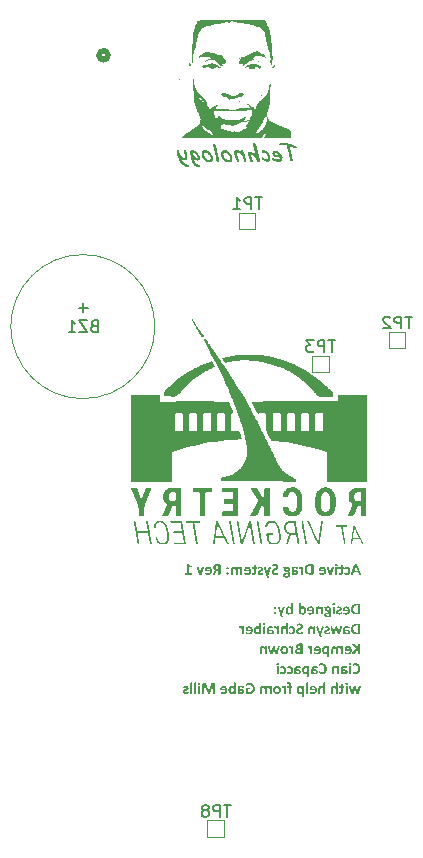
<source format=gbr>
From 199e1b522b1b3d5c5ebaf8c0a3e5959f84c253fd Mon Sep 17 00:00:00 2001
From: Dawsyn Schraiber <32221234+dawsynth@users.noreply.github.com>
Date: Wed, 29 Jan 2025 23:49:55 -0500
Subject: RP2040 PCB: Rev 1

---
 .../gerbers/active-drag-system-B_Silkscreen.gbr    | 15032 +++++++++++++++++++
 1 file changed, 15032 insertions(+)
 create mode 100644 hardware/gerbers/active-drag-system-B_Silkscreen.gbr

(limited to 'hardware/gerbers/active-drag-system-B_Silkscreen.gbr')

diff --git a/hardware/gerbers/active-drag-system-B_Silkscreen.gbr b/hardware/gerbers/active-drag-system-B_Silkscreen.gbr
new file mode 100644
index 0000000..89516bd
--- /dev/null
+++ b/hardware/gerbers/active-drag-system-B_Silkscreen.gbr
@@ -0,0 +1,15032 @@
+%TF.GenerationSoftware,KiCad,Pcbnew,8.0.7*%
+%TF.CreationDate,2025-01-08T02:27:13-05:00*%
+%TF.ProjectId,active-drag-system,61637469-7665-42d6-9472-61672d737973,rev?*%
+%TF.SameCoordinates,Original*%
+%TF.FileFunction,Legend,Bot*%
+%TF.FilePolarity,Positive*%
+%FSLAX46Y46*%
+G04 Gerber Fmt 4.6, Leading zero omitted, Abs format (unit mm)*
+G04 Created by KiCad (PCBNEW 8.0.7) date 2025-01-08 02:27:13*
+%MOMM*%
+%LPD*%
+G01*
+G04 APERTURE LIST*
+%ADD10C,0.250000*%
+%ADD11C,0.200000*%
+%ADD12C,0.150000*%
+%ADD13C,0.508000*%
+%ADD14C,0.120000*%
+%ADD15C,0.000000*%
+G04 APERTURE END LIST*
+D10*
+G36*
+X156587309Y-112609010D02*
+G01*
+X156637299Y-112609979D01*
+X156670516Y-112614863D01*
+X156688101Y-112625854D01*
+X156697627Y-112644417D01*
+X156971667Y-113427704D01*
+X156982170Y-113466050D01*
+X156977285Y-113488032D01*
+X156952616Y-113498046D01*
+X156903035Y-113500000D01*
+X156855408Y-113498778D01*
+X156827320Y-113493649D01*
+X156812909Y-113483391D01*
+X156805582Y-113467271D01*
+X156749162Y-113296789D01*
+X156415526Y-113296789D01*
+X156355687Y-113471912D01*
+X156348848Y-113486322D01*
+X156334438Y-113494870D01*
+X156304640Y-113499023D01*
+X156299458Y-113499252D01*
+X156249930Y-113500000D01*
+X156245773Y-113499993D01*
+X156196929Y-113498290D01*
+X156170307Y-113489497D01*
+X156164689Y-113468004D01*
+X156174947Y-113429169D01*
+X156270826Y-113156106D01*
+X156457292Y-113156106D01*
+X156709351Y-113156106D01*
+X156583810Y-112774354D01*
+X156583077Y-112774354D01*
+X156457292Y-113156106D01*
+X156270826Y-113156106D01*
+X156449720Y-112646615D01*
+X156459734Y-112626099D01*
+X156479030Y-112614863D01*
+X156516399Y-112609979D01*
+X156531176Y-112609506D01*
+X156580879Y-112609002D01*
+X156587309Y-112609010D01*
+G37*
+G36*
+X155601709Y-113386671D02*
+G01*
+X155602686Y-113415736D01*
+X155605373Y-113435275D01*
+X155609525Y-113448220D01*
+X155620272Y-113460432D01*
+X155648604Y-113478262D01*
+X155693789Y-113497069D01*
+X155741794Y-113509170D01*
+X155749232Y-113510502D01*
+X155798782Y-113515451D01*
+X155810537Y-113515631D01*
+X155861393Y-113512540D01*
+X155911370Y-113502214D01*
+X155936078Y-113493649D01*
+X155980416Y-113470441D01*
+X156018117Y-113439286D01*
+X156027669Y-113428925D01*
+X156056527Y-113387925D01*
+X156077212Y-113343408D01*
+X156083600Y-113324633D01*
+X156095061Y-113275815D01*
+X156100919Y-113226720D01*
+X156102407Y-113183461D01*
+X156100591Y-113133793D01*
+X156094313Y-113083275D01*
+X156082228Y-113033380D01*
+X156079448Y-113024947D01*
+X156059653Y-112978018D01*
+X156032394Y-112934543D01*
+X156015212Y-112914305D01*
+X155976243Y-112880185D01*
+X155931571Y-112854760D01*
+X155917759Y-112849092D01*
+X155870104Y-112835334D01*
+X155818821Y-112828590D01*
+X155793928Y-112827843D01*
+X155745149Y-112831855D01*
+X155740195Y-112832728D01*
+X155692052Y-112845401D01*
+X155690614Y-112845917D01*
+X155649581Y-112864724D01*
+X155623691Y-112882798D01*
+X155613189Y-112895498D01*
+X155608304Y-112908932D01*
+X155605373Y-112929448D01*
+X155604396Y-112958757D01*
+X155608911Y-113007972D01*
+X155611235Y-113014933D01*
+X155629064Y-113031053D01*
+X155653977Y-113021284D01*
+X155684752Y-112999790D01*
+X155727494Y-112978297D01*
+X155776078Y-112968766D01*
+X155786601Y-112968527D01*
+X155836014Y-112977113D01*
+X155877688Y-113005563D01*
+X155889672Y-113020551D01*
+X155911401Y-113066404D01*
+X155921849Y-113115057D01*
+X155925296Y-113166961D01*
+X155925331Y-113173203D01*
+X155922849Y-113222574D01*
+X155916538Y-113260642D01*
+X155900072Y-113306924D01*
+X155889916Y-113324145D01*
+X155853981Y-113357968D01*
+X155845952Y-113362247D01*
+X155797283Y-113374501D01*
+X155784403Y-113374947D01*
+X155734797Y-113369133D01*
+X155723098Y-113365422D01*
+X155677913Y-113343684D01*
+X155645673Y-113322191D01*
+X155623691Y-113312421D01*
+X155613433Y-113315840D01*
+X155606838Y-113328053D01*
+X155603175Y-113351011D01*
+X155601709Y-113386671D01*
+G37*
+G36*
+X154881926Y-112843475D02*
+G01*
+X154841870Y-112855687D01*
+X154830390Y-112891102D01*
+X154830390Y-113472889D01*
+X154834542Y-113484856D01*
+X154848464Y-113493161D01*
+X154874842Y-113498290D01*
+X154916364Y-113500000D01*
+X154958618Y-113498290D01*
+X154984996Y-113493161D01*
+X154998674Y-113484856D01*
+X155002826Y-113472889D01*
+X155002826Y-112984159D01*
+X155278332Y-112984159D01*
+X155278332Y-113274075D01*
+X155273386Y-113322796D01*
+X155262700Y-113349790D01*
+X155218348Y-113374333D01*
+X155206280Y-113374947D01*
+X155181612Y-113372505D01*
+X155162072Y-113367131D01*
+X155147418Y-113361514D01*
+X155136915Y-113359071D01*
+X155129099Y-113361514D01*
+X155123237Y-113371284D01*
+X155119330Y-113390334D01*
+X155117620Y-113420865D01*
+X155121039Y-113465317D01*
+X155130809Y-113487299D01*
+X155149371Y-113499511D01*
+X155177704Y-113508060D01*
+X155212875Y-113513677D01*
+X155250976Y-113515631D01*
+X155301872Y-113511909D01*
+X155340369Y-113502442D01*
+X155384162Y-113479456D01*
+X155402651Y-113462630D01*
+X155429454Y-113421052D01*
+X155439043Y-113394487D01*
+X155448191Y-113346425D01*
+X155450767Y-113297034D01*
+X155450767Y-112984159D01*
+X155524040Y-112984159D01*
+X155544068Y-112968039D01*
+X155550880Y-112918465D01*
+X155550907Y-112913817D01*
+X155549197Y-112880111D01*
+X155544068Y-112858374D01*
+X155535519Y-112846894D01*
+X155523551Y-112843475D01*
+X155450767Y-112843475D01*
+X155450767Y-112701570D01*
+X155447103Y-112688625D01*
+X155433182Y-112679099D01*
+X155406559Y-112673482D01*
+X155364794Y-112671528D01*
+X155322784Y-112673482D01*
+X155296406Y-112679099D01*
+X155282484Y-112688625D01*
+X155278332Y-112701570D01*
+X155278332Y-112843475D01*
+X154881926Y-112843475D01*
+G37*
+G36*
+X154816468Y-112654431D02*
+G01*
+X154823192Y-112704646D01*
+X154837718Y-112729169D01*
+X154884252Y-112747682D01*
+X154916852Y-112749685D01*
+X154965701Y-112744740D01*
+X154995498Y-112729902D01*
+X155014167Y-112684709D01*
+X155015771Y-112658094D01*
+X155009125Y-112607802D01*
+X154994766Y-112583112D01*
+X154948221Y-112564158D01*
+X154915387Y-112562107D01*
+X154864621Y-112567828D01*
+X154837229Y-112582379D01*
+X154818111Y-112627797D01*
+X154816468Y-112654431D01*
+G37*
+G36*
+X154096685Y-112869853D02*
+G01*
+X154097173Y-112877913D01*
+X154098394Y-112888415D01*
+X154101081Y-112901605D01*
+X154105722Y-112918457D01*
+X154289637Y-113463607D01*
+X154298918Y-113482170D01*
+X154318213Y-113493405D01*
+X154354605Y-113498778D01*
+X154405629Y-113499980D01*
+X154414689Y-113500000D01*
+X154464958Y-113498871D01*
+X154474040Y-113498290D01*
+X154510188Y-113492672D01*
+X154528995Y-113481437D01*
+X154538276Y-113463607D01*
+X154722435Y-112918457D01*
+X154729030Y-112894277D01*
+X154731716Y-112878646D01*
+X154731960Y-112869853D01*
+X154728297Y-112858129D01*
+X154714863Y-112849581D01*
+X154688485Y-112844940D01*
+X154645987Y-112843475D01*
+X154600802Y-112845184D01*
+X154573691Y-112850069D01*
+X154559525Y-112858862D01*
+X154552686Y-112872540D01*
+X154413224Y-113314863D01*
+X154409071Y-113331716D01*
+X154404919Y-113314863D01*
+X154267655Y-112872540D01*
+X154261304Y-112858862D01*
+X154247138Y-112850069D01*
+X154221249Y-112845184D01*
+X154178995Y-112843475D01*
+X154137473Y-112844940D01*
+X154112561Y-112849581D01*
+X154100104Y-112858129D01*
+X154096685Y-112869853D01*
+G37*
+G36*
+X153766103Y-112828989D02*
+G01*
+X153816226Y-112836281D01*
+X153865875Y-112851779D01*
+X153887056Y-112861511D01*
+X153928705Y-112887780D01*
+X153964549Y-112921144D01*
+X153981364Y-112941978D01*
+X154007693Y-112985754D01*
+X154026343Y-113032030D01*
+X154038441Y-113078769D01*
+X154045517Y-113129317D01*
+X154047592Y-113178576D01*
+X154045988Y-113224942D01*
+X154039673Y-113276941D01*
+X154027320Y-113327808D01*
+X154020472Y-113347122D01*
+X153997868Y-113392371D01*
+X153965771Y-113433077D01*
+X153952383Y-113445540D01*
+X153909694Y-113474978D01*
+X153863189Y-113495115D01*
+X153818478Y-113506795D01*
+X153768977Y-113513627D01*
+X153719818Y-113515631D01*
+X153683992Y-113514583D01*
+X153634822Y-113509281D01*
+X153613024Y-113505672D01*
+X153563991Y-113494870D01*
+X153560158Y-113493801D01*
+X153513189Y-113477529D01*
+X153488764Y-113464096D01*
+X153481437Y-113454570D01*
+X153477529Y-113442114D01*
+X153475331Y-113424284D01*
+X153474598Y-113399127D01*
+X153475575Y-113371528D01*
+X153479483Y-113354431D01*
+X153486322Y-113346127D01*
+X153496580Y-113343684D01*
+X153523447Y-113351011D01*
+X153564968Y-113367131D01*
+X153576418Y-113370908D01*
+X153624563Y-113383251D01*
+X153654200Y-113387996D01*
+X153704187Y-113390579D01*
+X153730753Y-113389434D01*
+X153780635Y-113378855D01*
+X153792221Y-113374081D01*
+X153832903Y-113344661D01*
+X153841246Y-113334374D01*
+X153862456Y-113290195D01*
+X153867350Y-113269353D01*
+X153871737Y-113218632D01*
+X153498778Y-113218632D01*
+X153459944Y-113203489D01*
+X153445778Y-113156594D01*
+X153445778Y-113128995D01*
+X153446179Y-113109211D01*
+X153613328Y-113109211D01*
+X153871737Y-113109211D01*
+X153870939Y-113097167D01*
+X153861723Y-113048150D01*
+X153860054Y-113042859D01*
+X153837055Y-112998569D01*
+X153835007Y-112995978D01*
+X153796510Y-112965352D01*
+X153788669Y-112961763D01*
+X153739113Y-112952896D01*
+X153731094Y-112953059D01*
+X153682388Y-112963337D01*
+X153642637Y-112994661D01*
+X153632081Y-113011339D01*
+X153616534Y-113058870D01*
+X153613328Y-113109211D01*
+X153446179Y-113109211D01*
+X153446183Y-113109001D01*
+X153451033Y-113059194D01*
+X153462386Y-113009071D01*
+X153464505Y-113002230D01*
+X153485081Y-112954627D01*
+X153513921Y-112913572D01*
+X153520644Y-112906171D01*
+X153559474Y-112873799D01*
+X153603558Y-112850558D01*
+X153635973Y-112839578D01*
+X153684722Y-112830527D01*
+X153734961Y-112827843D01*
+X153766103Y-112828989D01*
+G37*
+G36*
+X152965108Y-112622435D02*
+G01*
+X152980495Y-112666154D01*
+X152980495Y-113442847D01*
+X152965108Y-113486566D01*
+X152927006Y-113500000D01*
+X152714759Y-113500000D01*
+X152664606Y-113498772D01*
+X152611125Y-113494365D01*
+X152561734Y-113486751D01*
+X152511060Y-113474354D01*
+X152500476Y-113471003D01*
+X152450587Y-113450815D01*
+X152405755Y-113424902D01*
+X152365980Y-113393265D01*
+X152355005Y-113382637D01*
+X152321956Y-113343176D01*
+X152294345Y-113297514D01*
+X152274145Y-113251116D01*
+X152258678Y-113199268D01*
+X152249179Y-113148477D01*
+X152243680Y-113093259D01*
+X152242351Y-113048150D01*
+X152428995Y-113048150D01*
+X152429801Y-113081207D01*
+X152434936Y-113133580D01*
+X152445847Y-113184193D01*
+X152449158Y-113194925D01*
+X152468579Y-113240580D01*
+X152496650Y-113281402D01*
+X152498788Y-113283825D01*
+X152537547Y-113317409D01*
+X152581646Y-113340020D01*
+X152604994Y-113347539D01*
+X152654309Y-113356602D01*
+X152706699Y-113359316D01*
+X152800732Y-113359316D01*
+X152800732Y-112749685D01*
+X152709385Y-112749685D01*
+X152674490Y-112750761D01*
+X152621848Y-112757607D01*
+X152575052Y-112772156D01*
+X152571865Y-112773578D01*
+X152528463Y-112799084D01*
+X152491277Y-112834926D01*
+X152487256Y-112839991D01*
+X152461603Y-112881690D01*
+X152443893Y-112929937D01*
+X152439601Y-112947248D01*
+X152431454Y-112998005D01*
+X152428995Y-113048150D01*
+X152242351Y-113048150D01*
+X152242149Y-113041311D01*
+X152243188Y-113002463D01*
+X152247806Y-112953469D01*
+X152257416Y-112902183D01*
+X152271702Y-112854954D01*
+X152275502Y-112844980D01*
+X152297680Y-112798145D01*
+X152325152Y-112756366D01*
+X152357920Y-112719644D01*
+X152365105Y-112712880D01*
+X152404093Y-112682240D01*
+X152448186Y-112656895D01*
+X152497383Y-112636845D01*
+X152546797Y-112623386D01*
+X152595489Y-112615120D01*
+X152648669Y-112610334D01*
+X152698883Y-112609002D01*
+X152927006Y-112609002D01*
+X152965108Y-112622435D01*
+G37*
+G36*
+X151715073Y-112920655D02*
+G01*
+X151716538Y-112959734D01*
+X151720690Y-112983670D01*
+X151727773Y-112995882D01*
+X151739009Y-112999302D01*
+X151751465Y-112996859D01*
+X151767096Y-112991730D01*
+X151785903Y-112986601D01*
+X151808618Y-112984159D01*
+X151837438Y-112990265D01*
+X151867236Y-113009560D01*
+X151899476Y-113044242D01*
+X151928474Y-113085941D01*
+X151935624Y-113097487D01*
+X151935624Y-113472889D01*
+X151939776Y-113484856D01*
+X151953942Y-113493405D01*
+X151980321Y-113498290D01*
+X152022330Y-113500000D01*
+X152064340Y-113498290D01*
+X152090718Y-113493405D01*
+X152104640Y-113484856D01*
+X152108792Y-113472889D01*
+X152108792Y-112870586D01*
+X152105373Y-112858618D01*
+X152093161Y-112850314D01*
+X152069958Y-112845184D01*
+X152034542Y-112843475D01*
+X151998150Y-112845184D01*
+X151975924Y-112850314D01*
+X151964445Y-112858862D01*
+X151961025Y-112870586D01*
+X151961025Y-112945568D01*
+X151930767Y-112904986D01*
+X151915840Y-112887927D01*
+X151878890Y-112854338D01*
+X151875296Y-112851779D01*
+X151836706Y-112833217D01*
+X151798115Y-112827843D01*
+X151779064Y-112828820D01*
+X151757571Y-112832240D01*
+X151738520Y-112837613D01*
+X151726552Y-112843963D01*
+X151720935Y-112851046D01*
+X151718004Y-112862037D01*
+X151715806Y-112882798D01*
+X151715073Y-112920655D01*
+G37*
+G36*
+X151417815Y-112828478D02*
+G01*
+X151468876Y-112833217D01*
+X151489845Y-112836372D01*
+X151539218Y-112846894D01*
+X151549096Y-112849525D01*
+X151595638Y-112864968D01*
+X151629344Y-112885240D01*
+X151642288Y-112908443D01*
+X151645708Y-112943370D01*
+X151643754Y-112973412D01*
+X151637892Y-112996127D01*
+X151628122Y-113010537D01*
+X151614689Y-113015422D01*
+X151586357Y-113005652D01*
+X151542637Y-112984159D01*
+X151529082Y-112978419D01*
+X151482554Y-112962665D01*
+X151455786Y-112956712D01*
+X151405373Y-112952896D01*
+X151399285Y-112952958D01*
+X151350174Y-112959979D01*
+X151314515Y-112981960D01*
+X151295219Y-113019085D01*
+X151294509Y-113021893D01*
+X151289357Y-113071109D01*
+X151289357Y-113109211D01*
+X151349197Y-113109211D01*
+X151393519Y-113110196D01*
+X151443440Y-113114077D01*
+X151492568Y-113121667D01*
+X151500213Y-113123246D01*
+X151549293Y-113137238D01*
+X151595882Y-113159525D01*
+X151628286Y-113184583D01*
+X151658408Y-113224494D01*
+X151674162Y-113267358D01*
+X151679413Y-113317306D01*
+X151676713Y-113355219D01*
+X151663049Y-113403524D01*
+X151650072Y-113427465D01*
+X151616643Y-113465317D01*
+X151592600Y-113482284D01*
+X151545812Y-113502930D01*
+X151505802Y-113512047D01*
+X151456175Y-113515631D01*
+X151445187Y-113515414D01*
+X151396407Y-113508669D01*
+X151348709Y-113490963D01*
+X151342705Y-113487817D01*
+X151300290Y-113460272D01*
+X151262491Y-113425750D01*
+X151262491Y-113474598D01*
+X151256629Y-113489741D01*
+X151236845Y-113497557D01*
+X151191660Y-113500000D01*
+X151148185Y-113497801D01*
+X151126448Y-113489986D01*
+X151119609Y-113474842D01*
+X151119609Y-113319993D01*
+X151289357Y-113319993D01*
+X151310903Y-113341874D01*
+X151351395Y-113372749D01*
+X151369032Y-113381368D01*
+X151418318Y-113390579D01*
+X151441148Y-113388898D01*
+X151485973Y-113369330D01*
+X151496659Y-113357606D01*
+X151510397Y-113310711D01*
+X151501849Y-113271632D01*
+X151474738Y-113242568D01*
+X151473567Y-113241826D01*
+X151426622Y-113224738D01*
+X151404861Y-113221261D01*
+X151355303Y-113218632D01*
+X151289357Y-113218632D01*
+X151289357Y-113319993D01*
+X151119609Y-113319993D01*
+X151119609Y-113066957D01*
+X151119668Y-113059208D01*
+X151123394Y-113008705D01*
+X151134752Y-112959002D01*
+X151151415Y-112922430D01*
+X151182868Y-112884752D01*
+X151220420Y-112859473D01*
+X151267131Y-112841765D01*
+X151290469Y-112836340D01*
+X151339145Y-112829801D01*
+X151390230Y-112827843D01*
+X151417815Y-112828478D01*
+G37*
+G36*
+X150727193Y-112827858D02*
+G01*
+X150777547Y-112831629D01*
+X150826762Y-112842986D01*
+X150865103Y-112858808D01*
+X150907117Y-112886706D01*
+X150933638Y-112913974D01*
+X150959630Y-112956315D01*
+X150973735Y-113000401D01*
+X150978436Y-113050104D01*
+X150976410Y-113084508D01*
+X150964026Y-113131926D01*
+X150956226Y-113147817D01*
+X150925680Y-113188346D01*
+X150944560Y-113208128D01*
+X150973551Y-113250383D01*
+X150984863Y-113277242D01*
+X150992114Y-113326587D01*
+X150991343Y-113340969D01*
+X150975994Y-113388136D01*
+X150968299Y-113399769D01*
+X150930321Y-113432344D01*
+X150968178Y-113465317D01*
+X150996022Y-113501221D01*
+X151013119Y-113540788D01*
+X151018981Y-113584019D01*
+X151017706Y-113604026D01*
+X151002861Y-113650942D01*
+X150989498Y-113670921D01*
+X150951325Y-113703454D01*
+X150908113Y-113724052D01*
+X150860711Y-113737648D01*
+X150827728Y-113743669D01*
+X150778160Y-113748632D01*
+X150727110Y-113750104D01*
+X150683514Y-113748732D01*
+X150634584Y-113743330D01*
+X150586671Y-113732763D01*
+X150579210Y-113730576D01*
+X150531472Y-113712491D01*
+X150486531Y-113685868D01*
+X150455530Y-113657738D01*
+X150426936Y-113615526D01*
+X150413245Y-113579235D01*
+X150407687Y-113535659D01*
+X150580076Y-113535659D01*
+X150586915Y-113568632D01*
+X150610362Y-113596964D01*
+X150653593Y-113617236D01*
+X150669573Y-113621014D01*
+X150719539Y-113625052D01*
+X150769421Y-113621733D01*
+X150817480Y-113607711D01*
+X150829267Y-113600641D01*
+X150852163Y-113556908D01*
+X150850209Y-113536147D01*
+X150841416Y-113515387D01*
+X150824319Y-113493161D01*
+X150795743Y-113468736D01*
+X150672889Y-113472156D01*
+X150652326Y-113473698D01*
+X150604745Y-113489497D01*
+X150601758Y-113491538D01*
+X150580076Y-113535659D01*
+X150407687Y-113535659D01*
+X150406908Y-113529553D01*
+X150408363Y-113504485D01*
+X150421807Y-113455547D01*
+X150431093Y-113438028D01*
+X150464305Y-113400104D01*
+X150487043Y-113384179D01*
+X150533182Y-113364200D01*
+X150576779Y-113354003D01*
+X150625994Y-113349302D01*
+X150775226Y-113343684D01*
+X150777182Y-113343581D01*
+X150824319Y-113328785D01*
+X150841660Y-113293859D01*
+X150835310Y-113264794D01*
+X150820411Y-113242079D01*
+X150779378Y-113258443D01*
+X150772620Y-113260103D01*
+X150722958Y-113265526D01*
+X150719366Y-113265512D01*
+X150667943Y-113261924D01*
+X150618178Y-113251116D01*
+X150579596Y-113235936D01*
+X150537822Y-113208862D01*
+X150513215Y-113184143D01*
+X150486531Y-113140474D01*
+X150473159Y-113096816D01*
+X150468702Y-113047418D01*
+X150468778Y-113046929D01*
+X150620621Y-113046929D01*
+X150627215Y-113082588D01*
+X150646266Y-113112630D01*
+X150678262Y-113133147D01*
+X150723691Y-113140474D01*
+X150754625Y-113137588D01*
+X150799895Y-113116050D01*
+X150815469Y-113097151D01*
+X150827250Y-113049371D01*
+X150821144Y-113012735D01*
+X150802337Y-112981716D01*
+X150770341Y-112960711D01*
+X150725645Y-112952896D01*
+X150693906Y-112955839D01*
+X150648220Y-112977808D01*
+X150631402Y-112999092D01*
+X150620621Y-113046929D01*
+X150468778Y-113046929D01*
+X150475296Y-113005163D01*
+X150497034Y-112968527D01*
+X150424738Y-112968527D01*
+X150406175Y-112953384D01*
+X150398604Y-112906734D01*
+X150405931Y-112858129D01*
+X150424738Y-112843475D01*
+X150619155Y-112843475D01*
+X150620579Y-112843020D01*
+X150668492Y-112831995D01*
+X150673460Y-112831253D01*
+X150723691Y-112827843D01*
+X150727193Y-112827858D01*
+G37*
+G36*
+X149433845Y-113232798D02*
+G01*
+X149437520Y-113282967D01*
+X149449795Y-113331890D01*
+X149459979Y-113355896D01*
+X149486399Y-113398906D01*
+X149519925Y-113435184D01*
+X149530809Y-113444312D01*
+X149572650Y-113471981D01*
+X149620381Y-113493012D01*
+X149635101Y-113497801D01*
+X149685050Y-113509345D01*
+X149737661Y-113515004D01*
+X149762840Y-113515631D01*
+X149812685Y-113513235D01*
+X149848569Y-113508060D01*
+X149896289Y-113496754D01*
+X149918178Y-113489741D01*
+X149963512Y-113470187D01*
+X149968736Y-113467271D01*
+X149998046Y-113446510D01*
+X150010746Y-113420621D01*
+X150014410Y-113372260D01*
+X150013189Y-113336601D01*
+X150008548Y-113313398D01*
+X150000244Y-113300697D01*
+X149988276Y-113296789D01*
+X149961165Y-113309002D01*
+X149917924Y-113334955D01*
+X149916224Y-113335868D01*
+X149871124Y-113355672D01*
+X149850523Y-113362735D01*
+X149801058Y-113372932D01*
+X149762351Y-113374947D01*
+X149713285Y-113369465D01*
+X149703244Y-113366643D01*
+X149659036Y-113343440D01*
+X149631193Y-113306071D01*
+X149621433Y-113257950D01*
+X149621423Y-113256245D01*
+X149635063Y-113208372D01*
+X149638032Y-113204221D01*
+X149674523Y-113169921D01*
+X149681018Y-113165631D01*
+X149724707Y-113141588D01*
+X149741102Y-113134124D01*
+X149786072Y-113113938D01*
+X149810467Y-113102861D01*
+X149854278Y-113080383D01*
+X149879832Y-113065247D01*
+X149918987Y-113035747D01*
+X149939916Y-113014933D01*
+X149969072Y-112974194D01*
+X149982903Y-112945812D01*
+X149996135Y-112895804D01*
+X149999267Y-112850069D01*
+X149995357Y-112800656D01*
+X149982400Y-112753212D01*
+X149975575Y-112737718D01*
+X149949769Y-112695800D01*
+X149914315Y-112659133D01*
+X149911828Y-112657117D01*
+X149867986Y-112629152D01*
+X149820452Y-112610254D01*
+X149817062Y-112609246D01*
+X149767928Y-112598393D01*
+X149716269Y-112593618D01*
+X149701046Y-112593370D01*
+X149651816Y-112596501D01*
+X149638032Y-112598499D01*
+X149589338Y-112608856D01*
+X149578925Y-112611933D01*
+X149532757Y-112629893D01*
+X149530076Y-112631228D01*
+X149501988Y-112648813D01*
+X149492707Y-112660781D01*
+X149488555Y-112673482D01*
+X149486113Y-112693265D01*
+X149485380Y-112723063D01*
+X149486357Y-112756769D01*
+X149489776Y-112779483D01*
+X149496859Y-112792428D01*
+X149508827Y-112796580D01*
+X149533007Y-112786810D01*
+X149573307Y-112765073D01*
+X149619263Y-112746854D01*
+X149628995Y-112743824D01*
+X149677567Y-112734827D01*
+X149698360Y-112734054D01*
+X149747118Y-112740494D01*
+X149749895Y-112741381D01*
+X149786775Y-112761409D01*
+X149808757Y-112792184D01*
+X149815840Y-112830041D01*
+X149802601Y-112877188D01*
+X149799720Y-112881332D01*
+X149763095Y-112915633D01*
+X149756489Y-112919923D01*
+X149711701Y-112944103D01*
+X149694940Y-112951674D01*
+X149649214Y-112971750D01*
+X149624842Y-112982937D01*
+X149580745Y-113005205D01*
+X149554745Y-113020307D01*
+X149514750Y-113049807D01*
+X149493684Y-113070621D01*
+X149464203Y-113111264D01*
+X149450453Y-113139497D01*
+X149437024Y-113188493D01*
+X149433845Y-113232798D01*
+G37*
+G36*
+X148974180Y-113500000D02*
+G01*
+X149048185Y-113717620D01*
+X149081891Y-113742533D01*
+X149131626Y-113749365D01*
+X149162247Y-113750104D01*
+X149206454Y-113747662D01*
+X149231123Y-113739602D01*
+X149239916Y-113725924D01*
+X149235764Y-113705896D01*
+X149153942Y-113500000D01*
+X149170307Y-113487543D01*
+X149180809Y-113469469D01*
+X149391835Y-112912107D01*
+X149400628Y-112875959D01*
+X149392568Y-112856175D01*
+X149364724Y-112846161D01*
+X149314718Y-112843477D01*
+X149312700Y-112843475D01*
+X149266294Y-112844452D01*
+X149239427Y-112849581D01*
+X149225017Y-112862281D01*
+X149215247Y-112886217D01*
+X149070900Y-113292149D01*
+X149068946Y-113292149D01*
+X148937055Y-112878157D01*
+X148926552Y-112854710D01*
+X148904815Y-112846161D01*
+X148854158Y-112843477D01*
+X148851814Y-112843475D01*
+X148802721Y-112846161D01*
+X148773900Y-112856420D01*
+X148764619Y-112876448D01*
+X148769993Y-112906001D01*
+X148974180Y-113500000D01*
+G37*
+G36*
+X148244138Y-113304361D02*
+G01*
+X148249023Y-113353271D01*
+X148263677Y-113395952D01*
+X148292649Y-113438461D01*
+X148319120Y-113462386D01*
+X148363410Y-113488086D01*
+X148403628Y-113502198D01*
+X148454370Y-113512273D01*
+X148505822Y-113515618D01*
+X148509385Y-113515631D01*
+X148559257Y-113512471D01*
+X148575087Y-113510013D01*
+X148623148Y-113498447D01*
+X148631018Y-113495847D01*
+X148672295Y-113478018D01*
+X148696231Y-113461165D01*
+X148707955Y-113437718D01*
+X148712107Y-113391556D01*
+X148710886Y-113359560D01*
+X148706734Y-113340265D01*
+X148699651Y-113330495D01*
+X148689392Y-113328053D01*
+X148667166Y-113337822D01*
+X148630286Y-113359071D01*
+X148584626Y-113378674D01*
+X148579239Y-113380565D01*
+X148530879Y-113389953D01*
+X148512805Y-113390579D01*
+X148471284Y-113385938D01*
+X148439532Y-113372260D01*
+X148419260Y-113349546D01*
+X148412421Y-113318039D01*
+X148425122Y-113282868D01*
+X148458827Y-113257222D01*
+X148504796Y-113237302D01*
+X148506454Y-113236706D01*
+X148553738Y-113218540D01*
+X148560676Y-113215701D01*
+X148604881Y-113194393D01*
+X148614898Y-113188834D01*
+X148655586Y-113158585D01*
+X148662281Y-113151953D01*
+X148690932Y-113110428D01*
+X148695987Y-113099197D01*
+X148707447Y-113051110D01*
+X148708688Y-113025436D01*
+X148702660Y-112976016D01*
+X148691591Y-112945080D01*
+X148664094Y-112903482D01*
+X148642009Y-112882554D01*
+X148598730Y-112855856D01*
+X148563363Y-112842254D01*
+X148514148Y-112831446D01*
+X148462907Y-112827857D01*
+X148459316Y-112827843D01*
+X148410188Y-112831209D01*
+X148403384Y-112832240D01*
+X148355426Y-112842347D01*
+X148354047Y-112842742D01*
+X148317166Y-112856664D01*
+X148295429Y-112869364D01*
+X148286147Y-112880111D01*
+X148281995Y-112892812D01*
+X148279553Y-112911130D01*
+X148278576Y-112937997D01*
+X148279553Y-112969016D01*
+X148282972Y-112987822D01*
+X148289567Y-112997348D01*
+X148299092Y-112999790D01*
+X148318632Y-112992463D01*
+X148351116Y-112976343D01*
+X148396545Y-112960467D01*
+X148445038Y-112953080D01*
+X148455163Y-112952896D01*
+X148495708Y-112957536D01*
+X148523796Y-112970481D01*
+X148540404Y-112990265D01*
+X148545778Y-113014445D01*
+X148532833Y-113050104D01*
+X148498394Y-113075261D01*
+X148453400Y-113094581D01*
+X148450034Y-113095778D01*
+X148403699Y-113113243D01*
+X148395080Y-113116782D01*
+X148350317Y-113137619D01*
+X148340125Y-113143161D01*
+X148299704Y-113172047D01*
+X148291521Y-113180041D01*
+X148262473Y-113221170D01*
+X148257327Y-113232309D01*
+X148245181Y-113281776D01*
+X148244138Y-113304361D01*
+G37*
+G36*
+X147770795Y-113420865D02*
+G01*
+X147774703Y-113466050D01*
+X147784717Y-113488032D01*
+X147802791Y-113499511D01*
+X147830879Y-113508060D01*
+X147866050Y-113513677D01*
+X147904152Y-113515631D01*
+X147955048Y-113511909D01*
+X147993545Y-113502442D01*
+X148037337Y-113479456D01*
+X148055826Y-113462630D01*
+X148082629Y-113421052D01*
+X148092219Y-113394487D01*
+X148101366Y-113346425D01*
+X148103942Y-113297034D01*
+X148103942Y-112984159D01*
+X148177215Y-112984159D01*
+X148197243Y-112968039D01*
+X148204055Y-112918465D01*
+X148204082Y-112913817D01*
+X148202372Y-112880111D01*
+X148197243Y-112858374D01*
+X148188695Y-112846894D01*
+X148176727Y-112843475D01*
+X148103942Y-112843475D01*
+X148103942Y-112701570D01*
+X148100279Y-112688625D01*
+X148086357Y-112679099D01*
+X148059734Y-112673482D01*
+X148017969Y-112671528D01*
+X147975959Y-112673482D01*
+X147949581Y-112679099D01*
+X147935659Y-112688625D01*
+X147931507Y-112701570D01*
+X147931507Y-112843475D01*
+X147798150Y-112843475D01*
+X147786182Y-112846894D01*
+X147777634Y-112858374D01*
+X147772505Y-112880111D01*
+X147770795Y-112913817D01*
+X147776031Y-112963612D01*
+X147777634Y-112968039D01*
+X147797662Y-112984159D01*
+X147931507Y-112984159D01*
+X147931507Y-113274075D01*
+X147926561Y-113322796D01*
+X147915875Y-113349790D01*
+X147871523Y-113374333D01*
+X147859455Y-113374947D01*
+X147834787Y-113372505D01*
+X147815247Y-113367131D01*
+X147800593Y-113361514D01*
+X147790090Y-113359071D01*
+X147782274Y-113361514D01*
+X147776413Y-113371284D01*
+X147772505Y-113390334D01*
+X147770795Y-113420865D01*
+G37*
+G36*
+X147419697Y-112828989D02*
+G01*
+X147469820Y-112836281D01*
+X147519469Y-112851779D01*
+X147540650Y-112861511D01*
+X147582299Y-112887780D01*
+X147618143Y-112921144D01*
+X147634958Y-112941978D01*
+X147661286Y-112985754D01*
+X147679937Y-113032030D01*
+X147692035Y-113078769D01*
+X147699111Y-113129317D01*
+X147701186Y-113178576D01*
+X147699582Y-113224942D01*
+X147693267Y-113276941D01*
+X147680914Y-113327808D01*
+X147674066Y-113347122D01*
+X147651461Y-113392371D01*
+X147619364Y-113433077D01*
+X147605976Y-113445540D01*
+X147563287Y-113474978D01*
+X147516782Y-113495115D01*
+X147472072Y-113506795D01*
+X147422571Y-113513627D01*
+X147373412Y-113515631D01*
+X147337586Y-113514583D01*
+X147288415Y-113509281D01*
+X147266618Y-113505672D01*
+X147217585Y-113494870D01*
+X147213752Y-113493801D01*
+X147166782Y-113477529D01*
+X147142358Y-113464096D01*
+X147135031Y-113454570D01*
+X147131123Y-113442114D01*
+X147128925Y-113424284D01*
+X147128192Y-113399127D01*
+X147129169Y-113371528D01*
+X147133077Y-113354431D01*
+X147139916Y-113346127D01*
+X147150174Y-113343684D01*
+X147177041Y-113351011D01*
+X147218562Y-113367131D01*
+X147230012Y-113370908D01*
+X147278157Y-113383251D01*
+X147307794Y-113387996D01*
+X147357780Y-113390579D01*
+X147384347Y-113389434D01*
+X147434228Y-113378855D01*
+X147445815Y-113374081D01*
+X147486496Y-113344661D01*
+X147494839Y-113334374D01*
+X147516050Y-113290195D01*
+X147520944Y-113269353D01*
+X147525331Y-113218632D01*
+X147152372Y-113218632D01*
+X147113538Y-113203489D01*
+X147099371Y-113156594D01*
+X147099371Y-113128995D01*
+X147099773Y-113109211D01*
+X147266922Y-113109211D01*
+X147525331Y-113109211D01*
+X147524532Y-113097167D01*
+X147515317Y-113048150D01*
+X147513648Y-113042859D01*
+X147490648Y-112998569D01*
+X147488601Y-112995978D01*
+X147450104Y-112965352D01*
+X147442263Y-112961763D01*
+X147392707Y-112952896D01*
+X147384688Y-112953059D01*
+X147335982Y-112963337D01*
+X147296231Y-112994661D01*
+X147285675Y-113011339D01*
+X147270128Y-113058870D01*
+X147266922Y-113109211D01*
+X147099773Y-113109211D01*
+X147099777Y-113109001D01*
+X147104626Y-113059194D01*
+X147115980Y-113009071D01*
+X147118099Y-113002230D01*
+X147138675Y-112954627D01*
+X147167515Y-112913572D01*
+X147174238Y-112906171D01*
+X147213067Y-112873799D01*
+X147257152Y-112850558D01*
+X147289567Y-112839578D01*
+X147338316Y-112830527D01*
+X147388555Y-112827843D01*
+X147419697Y-112828989D01*
+G37*
+G36*
+X145986357Y-113472889D02*
+G01*
+X145990509Y-113484856D01*
+X146004431Y-113493161D01*
+X146030565Y-113498290D01*
+X146072330Y-113500000D01*
+X146114829Y-113498290D01*
+X146141207Y-113493405D01*
+X146155129Y-113485101D01*
+X146158792Y-113473133D01*
+X146158792Y-113118736D01*
+X146163606Y-113068699D01*
+X146164654Y-113064026D01*
+X146182484Y-113021528D01*
+X146212770Y-112993928D01*
+X146256245Y-112984159D01*
+X146305010Y-112998470D01*
+X146318771Y-113007606D01*
+X146355994Y-113040785D01*
+X146387404Y-113075994D01*
+X146387404Y-113473133D01*
+X146391556Y-113485101D01*
+X146405722Y-113493405D01*
+X146432100Y-113498290D01*
+X146473377Y-113500000D01*
+X146515387Y-113498290D01*
+X146541765Y-113493405D01*
+X146555687Y-113485101D01*
+X146559839Y-113473133D01*
+X146559839Y-113118736D01*
+X146564653Y-113068699D01*
+X146565701Y-113064026D01*
+X146583286Y-113021528D01*
+X146613328Y-112993928D01*
+X146656803Y-112984159D01*
+X146704202Y-112997348D01*
+X146720062Y-113007606D01*
+X146757054Y-113040785D01*
+X146787962Y-113075994D01*
+X146787962Y-113473133D01*
+X146792114Y-113485101D01*
+X146806280Y-113493405D01*
+X146832658Y-113498290D01*
+X146874668Y-113500000D01*
+X146916678Y-113498290D01*
+X146943056Y-113493405D01*
+X146956978Y-113484856D01*
+X146961130Y-113472889D01*
+X146961130Y-112870586D01*
+X146957711Y-112858618D01*
+X146945498Y-112850314D01*
+X146922295Y-112845184D01*
+X146886880Y-112843475D01*
+X146850488Y-112845184D01*
+X146828262Y-112850314D01*
+X146816782Y-112858618D01*
+X146813363Y-112870341D01*
+X146813363Y-112939951D01*
+X146778494Y-112904788D01*
+X146740587Y-112873933D01*
+X146712247Y-112855931D01*
+X146667167Y-112836730D01*
+X146616999Y-112828090D01*
+X146606734Y-112827843D01*
+X146556225Y-112832007D01*
+X146538590Y-112835903D01*
+X146492177Y-112854547D01*
+X146484612Y-112859106D01*
+X146447087Y-112891326D01*
+X146443824Y-112895254D01*
+X146417248Y-112937337D01*
+X146415003Y-112942149D01*
+X146379305Y-112906295D01*
+X146361025Y-112890369D01*
+X146320257Y-112861324D01*
+X146309002Y-112854954D01*
+X146262277Y-112835981D01*
+X146257466Y-112834682D01*
+X146208064Y-112827870D01*
+X146204710Y-112827843D01*
+X146154975Y-112831770D01*
+X146107180Y-112845875D01*
+X146101884Y-112848360D01*
+X146059800Y-112875880D01*
+X146034228Y-112903803D01*
+X146009817Y-112946882D01*
+X145997348Y-112985624D01*
+X145989105Y-113033862D01*
+X145986357Y-113084787D01*
+X145986357Y-113472889D01*
+G37*
+G36*
+X145605826Y-112946545D02*
+G01*
+X145610711Y-112993440D01*
+X145626831Y-113024459D01*
+X145656629Y-113041800D01*
+X145703279Y-113046685D01*
+X145750174Y-113041800D01*
+X145779972Y-113024459D01*
+X145795359Y-112993440D01*
+X145799511Y-112946545D01*
+X145795359Y-112897941D01*
+X145779972Y-112866434D01*
+X145750174Y-112848848D01*
+X145703279Y-112843475D01*
+X145656629Y-112848848D01*
+X145626831Y-112866434D01*
+X145610711Y-112897941D01*
+X145605826Y-112946545D01*
+G37*
+G36*
+X145605826Y-113399127D02*
+G01*
+X145610711Y-113446510D01*
+X145626831Y-113477773D01*
+X145656629Y-113495115D01*
+X145703279Y-113500000D01*
+X145750174Y-113495115D01*
+X145779972Y-113477773D01*
+X145795359Y-113446510D01*
+X145799511Y-113399127D01*
+X145795359Y-113351011D01*
+X145779972Y-113319016D01*
+X145750174Y-113301919D01*
+X145703279Y-113296789D01*
+X145656629Y-113301919D01*
+X145626831Y-113319016D01*
+X145610711Y-113351011D01*
+X145605826Y-113399127D01*
+G37*
+G36*
+X145094626Y-112622435D02*
+G01*
+X145110013Y-112665910D01*
+X145110013Y-113471179D01*
+X145105861Y-113483635D01*
+X145091451Y-113492428D01*
+X145063852Y-113498046D01*
+X145020132Y-113500000D01*
+X144976168Y-113498046D01*
+X144948813Y-113492672D01*
+X144934159Y-113483879D01*
+X144929518Y-113471667D01*
+X144929518Y-113140474D01*
+X144873098Y-113140474D01*
+X144871303Y-113140483D01*
+X144822295Y-113149267D01*
+X144783461Y-113175157D01*
+X144781367Y-113177327D01*
+X144752930Y-113217899D01*
+X144745939Y-113231073D01*
+X144724598Y-113276273D01*
+X144644975Y-113470446D01*
+X144638136Y-113484368D01*
+X144623970Y-113493649D01*
+X144596859Y-113498778D01*
+X144550942Y-113500000D01*
+X144546694Y-113499995D01*
+X144496720Y-113498778D01*
+X144466434Y-113493893D01*
+X144453489Y-113485589D01*
+X144450558Y-113472889D01*
+X144453977Y-113454326D01*
+X144467655Y-113416713D01*
+X144542637Y-113244033D01*
+X144547600Y-113232624D01*
+X144569504Y-113188346D01*
+X144571221Y-113185283D01*
+X144598813Y-113144382D01*
+X144631786Y-113111653D01*
+X144669155Y-113088450D01*
+X144639468Y-113077391D01*
+X144595638Y-113053768D01*
+X144576490Y-113039595D01*
+X144541416Y-113003210D01*
+X144527573Y-112982275D01*
+X144508199Y-112937020D01*
+X144500767Y-112905566D01*
+X144498165Y-112873028D01*
+X144683565Y-112873028D01*
+X144683604Y-112876579D01*
+X144693335Y-112924808D01*
+X144722156Y-112964863D01*
+X144725816Y-112967913D01*
+X144770272Y-112990753D01*
+X144787237Y-112995122D01*
+X144837438Y-112999790D01*
+X144929518Y-112999790D01*
+X144929518Y-112749685D01*
+X144848429Y-112749685D01*
+X144800069Y-112751884D01*
+X144768806Y-112757257D01*
+X144742917Y-112766631D01*
+X144703593Y-112799511D01*
+X144691389Y-112823817D01*
+X144683565Y-112873028D01*
+X144498165Y-112873028D01*
+X144496720Y-112854954D01*
+X144499758Y-112810656D01*
+X144512595Y-112760432D01*
+X144527674Y-112728749D01*
+X144558269Y-112689113D01*
+X144586866Y-112664857D01*
+X144631053Y-112640265D01*
+X144679569Y-112623453D01*
+X144727529Y-112613886D01*
+X144768806Y-112610467D01*
+X144776138Y-112610045D01*
+X144826448Y-112609002D01*
+X145056524Y-112609002D01*
+X145094626Y-112622435D01*
+G37*
+G36*
+X144107764Y-112828989D02*
+G01*
+X144157887Y-112836281D01*
+X144207536Y-112851779D01*
+X144228717Y-112861511D01*
+X144270366Y-112887780D01*
+X144306210Y-112921144D01*
+X144323025Y-112941978D01*
+X144349353Y-112985754D01*
+X144368004Y-113032030D01*
+X144380102Y-113078769D01*
+X144387178Y-113129317D01*
+X144389253Y-113178576D01*
+X144387649Y-113224942D01*
+X144381334Y-113276941D01*
+X144368981Y-113327808D01*
+X144362133Y-113347122D01*
+X144339528Y-113392371D01*
+X144307431Y-113433077D01*
+X144294043Y-113445540D01*
+X144251354Y-113474978D01*
+X144204849Y-113495115D01*
+X144160139Y-113506795D01*
+X144110638Y-113513627D01*
+X144061479Y-113515631D01*
+X144025653Y-113514583D01*
+X143976482Y-113509281D01*
+X143954685Y-113505672D01*
+X143905652Y-113494870D01*
+X143901819Y-113493801D01*
+X143854849Y-113477529D01*
+X143830425Y-113464096D01*
+X143823098Y-113454570D01*
+X143819190Y-113442114D01*
+X143816992Y-113424284D01*
+X143816259Y-113399127D01*
+X143817236Y-113371528D01*
+X143821144Y-113354431D01*
+X143827983Y-113346127D01*
+X143838241Y-113343684D01*
+X143865108Y-113351011D01*
+X143906629Y-113367131D01*
+X143918079Y-113370908D01*
+X143966224Y-113383251D01*
+X143995861Y-113387996D01*
+X144045847Y-113390579D01*
+X144072414Y-113389434D01*
+X144122295Y-113378855D01*
+X144133882Y-113374081D01*
+X144174563Y-113344661D01*
+X144182906Y-113334374D01*
+X144204117Y-113290195D01*
+X144209011Y-113269353D01*
+X144213398Y-113218632D01*
+X143840439Y-113218632D01*
+X143801605Y-113203489D01*
+X143787438Y-113156594D01*
+X143787438Y-113128995D01*
+X143787840Y-113109211D01*
+X143954989Y-113109211D01*
+X144213398Y-113109211D01*
+X144212599Y-113097167D01*
+X144203384Y-113048150D01*
+X144201715Y-113042859D01*
+X144178715Y-112998569D01*
+X144176668Y-112995978D01*
+X144138171Y-112965352D01*
+X144130330Y-112961763D01*
+X144080774Y-112952896D01*
+X144072755Y-112953059D01*
+X144024049Y-112963337D01*
+X143984298Y-112994661D01*
+X143973742Y-113011339D01*
+X143958195Y-113058870D01*
+X143954989Y-113109211D01*
+X143787840Y-113109211D01*
+X143787844Y-113109001D01*
+X143792693Y-113059194D01*
+X143804047Y-113009071D01*
+X143806166Y-113002230D01*
+X143826742Y-112954627D01*
+X143855582Y-112913572D01*
+X143862305Y-112906171D01*
+X143901134Y-112873799D01*
+X143945219Y-112850558D01*
+X143977634Y-112839578D01*
+X144026383Y-112830527D01*
+X144076622Y-112827843D01*
+X144107764Y-112828989D01*
+G37*
+G36*
+X143092079Y-112869853D02*
+G01*
+X143092568Y-112877913D01*
+X143093789Y-112888415D01*
+X143096475Y-112901605D01*
+X143101116Y-112918457D01*
+X143285031Y-113463607D01*
+X143294312Y-113482170D01*
+X143313607Y-113493405D01*
+X143350000Y-113498778D01*
+X143401023Y-113499980D01*
+X143410083Y-113500000D01*
+X143460352Y-113498871D01*
+X143469434Y-113498290D01*
+X143505582Y-113492672D01*
+X143524389Y-113481437D01*
+X143533670Y-113463607D01*
+X143717829Y-112918457D01*
+X143724424Y-112894277D01*
+X143727110Y-112878646D01*
+X143727355Y-112869853D01*
+X143723691Y-112858129D01*
+X143710258Y-112849581D01*
+X143683879Y-112844940D01*
+X143641381Y-112843475D01*
+X143596196Y-112845184D01*
+X143569085Y-112850069D01*
+X143554919Y-112858862D01*
+X143548080Y-112872540D01*
+X143408618Y-113314863D01*
+X143404466Y-113331716D01*
+X143400314Y-113314863D01*
+X143263049Y-112872540D01*
+X143256699Y-112858862D01*
+X143242533Y-112850069D01*
+X143216643Y-112845184D01*
+X143174389Y-112843475D01*
+X143132868Y-112844940D01*
+X143107955Y-112849581D01*
+X143095498Y-112858129D01*
+X143092079Y-112869853D01*
+G37*
+G36*
+X142115108Y-113430635D02*
+G01*
+X142117306Y-113463607D01*
+X142123168Y-113485101D01*
+X142131716Y-113496580D01*
+X142142463Y-113500000D01*
+X142632903Y-113500000D01*
+X142643405Y-113496580D01*
+X142651953Y-113485101D01*
+X142657815Y-113463607D01*
+X142659769Y-113430635D01*
+X142658060Y-113397173D01*
+X142652686Y-113375191D01*
+X142644138Y-113363224D01*
+X142632903Y-113359316D01*
+X142467550Y-113359316D01*
+X142467550Y-112780949D01*
+X142610432Y-112859106D01*
+X142636322Y-112868387D01*
+X142651953Y-112864235D01*
+X142660013Y-112844452D01*
+X142661967Y-112804884D01*
+X142661235Y-112778506D01*
+X142657815Y-112760676D01*
+X142650488Y-112748464D01*
+X142637299Y-112738450D01*
+X142446301Y-112617794D01*
+X142437752Y-112613398D01*
+X142424319Y-112610711D01*
+X142402581Y-112609490D01*
+X142367899Y-112609002D01*
+X142325645Y-112609979D01*
+X142301465Y-112613398D01*
+X142290474Y-112619993D01*
+X142287543Y-112630251D01*
+X142287543Y-113359316D01*
+X142142707Y-113359316D01*
+X142131228Y-113363224D01*
+X142122435Y-113375191D01*
+X142116817Y-113397173D01*
+X142115108Y-113430635D01*
+G37*
+G36*
+X156887648Y-115982435D02*
+G01*
+X156903035Y-116026154D01*
+X156903035Y-116802847D01*
+X156887648Y-116846566D01*
+X156849546Y-116860000D01*
+X156637299Y-116860000D01*
+X156587147Y-116858772D01*
+X156533665Y-116854365D01*
+X156484275Y-116846751D01*
+X156433600Y-116834354D01*
+X156423016Y-116831003D01*
+X156373127Y-116810815D01*
+X156328295Y-116784902D01*
+X156288520Y-116753265D01*
+X156277545Y-116742637D01*
+X156244496Y-116703176D01*
+X156216885Y-116657514D01*
+X156196685Y-116611116D01*
+X156181218Y-116559268D01*
+X156171719Y-116508477D01*
+X156166220Y-116453259D01*
+X156164891Y-116408150D01*
+X156351535Y-116408150D01*
+X156352341Y-116441207D01*
+X156357476Y-116493580D01*
+X156368387Y-116544193D01*
+X156371698Y-116554925D01*
+X156391119Y-116600580D01*
+X156419190Y-116641402D01*
+X156421329Y-116643825D01*
+X156460087Y-116677409D01*
+X156504187Y-116700020D01*
+X156527535Y-116707539D01*
+X156576849Y-116716602D01*
+X156629239Y-116719316D01*
+X156723272Y-116719316D01*
+X156723272Y-116109685D01*
+X156631926Y-116109685D01*
+X156597030Y-116110761D01*
+X156544388Y-116117607D01*
+X156497592Y-116132156D01*
+X156494405Y-116133578D01*
+X156451003Y-116159084D01*
+X156413817Y-116194926D01*
+X156409796Y-116199991D01*
+X156384144Y-116241690D01*
+X156366434Y-116289937D01*
+X156362141Y-116307248D01*
+X156353994Y-116358005D01*
+X156351535Y-116408150D01*
+X156164891Y-116408150D01*
+X156164689Y-116401311D01*
+X156165728Y-116362463D01*
+X156170346Y-116313469D01*
+X156179956Y-116262183D01*
+X156194242Y-116214954D01*
+X156198042Y-116204980D01*
+X156220220Y-116158145D01*
+X156247692Y-116116366D01*
+X156280460Y-116079644D01*
+X156287645Y-116072880D01*
+X156326633Y-116042240D01*
+X156370726Y-116016895D01*
+X156419923Y-115996845D01*
+X156469337Y-115983386D01*
+X156518029Y-115975120D01*
+X156571209Y-115970334D01*
+X156621423Y-115969002D01*
+X156849546Y-115969002D01*
+X156887648Y-115982435D01*
+G37*
+G36*
+X155785503Y-116188989D02*
+G01*
+X155835626Y-116196281D01*
+X155885275Y-116211779D01*
+X155906456Y-116221511D01*
+X155948105Y-116247780D01*
+X155983949Y-116281144D01*
+X156000764Y-116301978D01*
+X156027092Y-116345754D01*
+X156045743Y-116392030D01*
+X156057841Y-116438769D01*
+X156064917Y-116489317D01*
+X156066992Y-116538576D01*
+X156065388Y-116584942D01*
+X156059073Y-116636941D01*
+X156046720Y-116687808D01*
+X156039872Y-116707122D01*
+X156017267Y-116752371D01*
+X155985170Y-116793077D01*
+X155971782Y-116805540D01*
+X155929093Y-116834978D01*
+X155882588Y-116855115D01*
+X155837878Y-116866795D01*
+X155788377Y-116873627D01*
+X155739218Y-116875631D01*
+X155703392Y-116874583D01*
+X155654221Y-116869281D01*
+X155632424Y-116865672D01*
+X155583391Y-116854870D01*
+X155579558Y-116853801D01*
+X155532588Y-116837529D01*
+X155508164Y-116824096D01*
+X155500837Y-116814570D01*
+X155496929Y-116802114D01*
+X155494731Y-116784284D01*
+X155493998Y-116759127D01*
+X155494975Y-116731528D01*
+X155498883Y-116714431D01*
+X155505722Y-116706127D01*
+X155515980Y-116703684D01*
+X155542847Y-116711011D01*
+X155584368Y-116727131D01*
+X155595818Y-116730908D01*
+X155643963Y-116743251D01*
+X155673600Y-116747996D01*
+X155723586Y-116750579D01*
+X155750153Y-116749434D01*
+X155800034Y-116738855D01*
+X155811621Y-116734081D01*
+X155852302Y-116704661D01*
+X155860645Y-116694374D01*
+X155881856Y-116650195D01*
+X155886750Y-116629353D01*
+X155891137Y-116578632D01*
+X155518178Y-116578632D01*
+X155479344Y-116563489D01*
+X155465177Y-116516594D01*
+X155465177Y-116488995D01*
+X155465579Y-116469211D01*
+X155632728Y-116469211D01*
+X155891137Y-116469211D01*
+X155890338Y-116457167D01*
+X155881123Y-116408150D01*
+X155879454Y-116402859D01*
+X155856454Y-116358569D01*
+X155854407Y-116355978D01*
+X155815910Y-116325352D01*
+X155808069Y-116321763D01*
+X155758513Y-116312896D01*
+X155750494Y-116313059D01*
+X155701788Y-116323337D01*
+X155662037Y-116354661D01*
+X155651481Y-116371339D01*
+X155635934Y-116418870D01*
+X155632728Y-116469211D01*
+X155465579Y-116469211D01*
+X155465583Y-116469001D01*
+X155470432Y-116419194D01*
+X155481786Y-116369071D01*
+X155483905Y-116362230D01*
+X155504481Y-116314627D01*
+X155533321Y-116273572D01*
+X155540044Y-116266171D01*
+X155578873Y-116233799D01*
+X155622958Y-116210558D01*
+X155655373Y-116199578D01*
+X155704122Y-116190527D01*
+X155754361Y-116187843D01*
+X155785503Y-116188989D01*
+G37*
+G36*
+X154895359Y-116664361D02*
+G01*
+X154900244Y-116713271D01*
+X154914898Y-116755952D01*
+X154943870Y-116798461D01*
+X154970341Y-116822386D01*
+X155014631Y-116848086D01*
+X155054849Y-116862198D01*
+X155105591Y-116872273D01*
+X155157043Y-116875618D01*
+X155160607Y-116875631D01*
+X155210478Y-116872471D01*
+X155226308Y-116870013D01*
+X155274370Y-116858447D01*
+X155282240Y-116855847D01*
+X155323517Y-116838018D01*
+X155347452Y-116821165D01*
+X155359176Y-116797718D01*
+X155363328Y-116751556D01*
+X155362107Y-116719560D01*
+X155357955Y-116700265D01*
+X155350872Y-116690495D01*
+X155340614Y-116688053D01*
+X155318387Y-116697822D01*
+X155281507Y-116719071D01*
+X155235847Y-116738674D01*
+X155230460Y-116740565D01*
+X155182100Y-116749953D01*
+X155164026Y-116750579D01*
+X155122505Y-116745938D01*
+X155090753Y-116732260D01*
+X155070481Y-116709546D01*
+X155063642Y-116678039D01*
+X155076343Y-116642868D01*
+X155110048Y-116617222D01*
+X155156017Y-116597302D01*
+X155157676Y-116596706D01*
+X155204960Y-116578540D01*
+X155211898Y-116575701D01*
+X155256102Y-116554393D01*
+X155266120Y-116548834D01*
+X155306807Y-116518585D01*
+X155313503Y-116511953D01*
+X155342153Y-116470428D01*
+X155347208Y-116459197D01*
+X155358668Y-116411110D01*
+X155359909Y-116385436D01*
+X155353881Y-116336016D01*
+X155342812Y-116305080D01*
+X155315315Y-116263482D01*
+X155293230Y-116242554D01*
+X155249951Y-116215856D01*
+X155214584Y-116202254D01*
+X155165369Y-116191446D01*
+X155114128Y-116187857D01*
+X155110537Y-116187843D01*
+X155061410Y-116191209D01*
+X155054605Y-116192240D01*
+X155006647Y-116202347D01*
+X155005268Y-116202742D01*
+X154968387Y-116216664D01*
+X154946650Y-116229364D01*
+X154937369Y-116240111D01*
+X154933217Y-116252812D01*
+X154930774Y-116271130D01*
+X154929797Y-116297997D01*
+X154930774Y-116329016D01*
+X154934193Y-116347822D01*
+X154940788Y-116357348D01*
+X154950314Y-116359790D01*
+X154969853Y-116352463D01*
+X155002337Y-116336343D01*
+X155047766Y-116320467D01*
+X155096260Y-116313080D01*
+X155106385Y-116312896D01*
+X155146929Y-116317536D01*
+X155175017Y-116330481D01*
+X155191625Y-116350265D01*
+X155196999Y-116374445D01*
+X155184054Y-116410104D01*
+X155149616Y-116435261D01*
+X155104622Y-116454581D01*
+X155101256Y-116455778D01*
+X155054920Y-116473243D01*
+X155046301Y-116476782D01*
+X155001539Y-116497619D01*
+X154991346Y-116503161D01*
+X154950925Y-116532047D01*
+X154942742Y-116540041D01*
+X154913694Y-116581170D01*
+X154908548Y-116592309D01*
+X154896402Y-116641776D01*
+X154895359Y-116664361D01*
+G37*
+G36*
+X154595917Y-116832889D02*
+G01*
+X154600069Y-116844856D01*
+X154614235Y-116853405D01*
+X154640614Y-116858290D01*
+X154682623Y-116860000D01*
+X154724633Y-116858290D01*
+X154751011Y-116853405D01*
+X154764933Y-116844856D01*
+X154769085Y-116832889D01*
+X154769085Y-116231807D01*
+X154764933Y-116220083D01*
+X154751011Y-116211290D01*
+X154724633Y-116205673D01*
+X154682623Y-116203475D01*
+X154640614Y-116205673D01*
+X154614235Y-116211290D01*
+X154600069Y-116220083D01*
+X154595917Y-116231807D01*
+X154595917Y-116832889D01*
+G37*
+G36*
+X154582728Y-116014431D02*
+G01*
+X154589451Y-116064646D01*
+X154603977Y-116089169D01*
+X154650511Y-116107682D01*
+X154683112Y-116109685D01*
+X154731960Y-116104740D01*
+X154761758Y-116089902D01*
+X154780427Y-116044709D01*
+X154782030Y-116018094D01*
+X154775384Y-115967802D01*
+X154761025Y-115943112D01*
+X154714481Y-115924158D01*
+X154681646Y-115922107D01*
+X154630880Y-115927828D01*
+X154603489Y-115942379D01*
+X154584370Y-115987797D01*
+X154582728Y-116014431D01*
+G37*
+G36*
+X154201303Y-116187858D02*
+G01*
+X154251657Y-116191629D01*
+X154300872Y-116202986D01*
+X154339213Y-116218808D01*
+X154381228Y-116246706D01*
+X154407748Y-116273974D01*
+X154433740Y-116316315D01*
+X154447845Y-116360401D01*
+X154452547Y-116410104D01*
+X154450520Y-116444508D01*
+X154438136Y-116491926D01*
+X154430336Y-116507817D01*
+X154399790Y-116548346D01*
+X154418670Y-116568128D01*
+X154447662Y-116610383D01*
+X154458973Y-116637242D01*
+X154466224Y-116686587D01*
+X154465453Y-116700969D01*
+X154450104Y-116748136D01*
+X154442409Y-116759769D01*
+X154404431Y-116792344D01*
+X154442288Y-116825317D01*
+X154470132Y-116861221D01*
+X154487229Y-116900788D01*
+X154493091Y-116944019D01*
+X154491816Y-116964026D01*
+X154476971Y-117010942D01*
+X154463608Y-117030921D01*
+X154425436Y-117063454D01*
+X154382224Y-117084052D01*
+X154334822Y-117097648D01*
+X154301838Y-117103669D01*
+X154252270Y-117108632D01*
+X154201221Y-117110104D01*
+X154157624Y-117108732D01*
+X154108695Y-117103330D01*
+X154060781Y-117092763D01*
+X154053320Y-117090576D01*
+X154005582Y-117072491D01*
+X153960642Y-117045868D01*
+X153929640Y-117017738D01*
+X153901046Y-116975526D01*
+X153887355Y-116939235D01*
+X153881797Y-116895659D01*
+X154054187Y-116895659D01*
+X154061025Y-116928632D01*
+X154084473Y-116956964D01*
+X154127704Y-116977236D01*
+X154143683Y-116981014D01*
+X154193649Y-116985052D01*
+X154243531Y-116981733D01*
+X154291591Y-116967711D01*
+X154303377Y-116960641D01*
+X154326273Y-116916908D01*
+X154324319Y-116896147D01*
+X154315526Y-116875387D01*
+X154298429Y-116853161D01*
+X154269853Y-116828736D01*
+X154146999Y-116832156D01*
+X154126437Y-116833698D01*
+X154078855Y-116849497D01*
+X154075868Y-116851538D01*
+X154054187Y-116895659D01*
+X153881797Y-116895659D01*
+X153881018Y-116889553D01*
+X153882473Y-116864485D01*
+X153895917Y-116815547D01*
+X153905204Y-116798028D01*
+X153938415Y-116760104D01*
+X153961153Y-116744179D01*
+X154007292Y-116724200D01*
+X154050889Y-116714003D01*
+X154100104Y-116709302D01*
+X154249337Y-116703684D01*
+X154251292Y-116703581D01*
+X154298429Y-116688785D01*
+X154315771Y-116653859D01*
+X154309420Y-116624794D01*
+X154294521Y-116602079D01*
+X154253489Y-116618443D01*
+X154246730Y-116620103D01*
+X154197069Y-116625526D01*
+X154193476Y-116625512D01*
+X154142053Y-116621924D01*
+X154092288Y-116611116D01*
+X154053707Y-116595936D01*
+X154011933Y-116568862D01*
+X153987325Y-116544143D01*
+X153960642Y-116500474D01*
+X153947269Y-116456816D01*
+X153942812Y-116407418D01*
+X153942888Y-116406929D01*
+X154094731Y-116406929D01*
+X154101325Y-116442588D01*
+X154120376Y-116472630D01*
+X154152372Y-116493147D01*
+X154197801Y-116500474D01*
+X154228735Y-116497588D01*
+X154274005Y-116476050D01*
+X154289579Y-116457151D01*
+X154301360Y-116409371D01*
+X154295254Y-116372735D01*
+X154276448Y-116341716D01*
+X154244452Y-116320711D01*
+X154199755Y-116312896D01*
+X154168016Y-116315839D01*
+X154122330Y-116337808D01*
+X154105512Y-116359092D01*
+X154094731Y-116406929D01*
+X153942888Y-116406929D01*
+X153949406Y-116365163D01*
+X153971144Y-116328527D01*
+X153898848Y-116328527D01*
+X153880286Y-116313384D01*
+X153872714Y-116266734D01*
+X153880041Y-116218129D01*
+X153898848Y-116203475D01*
+X154093265Y-116203475D01*
+X154094689Y-116203020D01*
+X154142602Y-116191995D01*
+X154147570Y-116191253D01*
+X154197801Y-116187843D01*
+X154201303Y-116187858D01*
+G37*
+G36*
+X153176378Y-116832889D02*
+G01*
+X153180530Y-116844856D01*
+X153194452Y-116853161D01*
+X153220830Y-116858290D01*
+X153262351Y-116860000D01*
+X153304605Y-116858290D01*
+X153330983Y-116853405D01*
+X153344661Y-116845101D01*
+X153348813Y-116833133D01*
+X153348813Y-116492170D01*
+X153351653Y-116443208D01*
+X153355408Y-116424026D01*
+X153374214Y-116381528D01*
+X153406210Y-116353928D01*
+X153451884Y-116344159D01*
+X153499661Y-116356272D01*
+X153518562Y-116367606D01*
+X153557331Y-116400785D01*
+X153588660Y-116435994D01*
+X153588660Y-116833133D01*
+X153592812Y-116845101D01*
+X153606978Y-116853405D01*
+X153633356Y-116858290D01*
+X153675366Y-116860000D01*
+X153717376Y-116858290D01*
+X153743754Y-116853405D01*
+X153757676Y-116844856D01*
+X153761828Y-116832889D01*
+X153761828Y-116230586D01*
+X153758408Y-116218618D01*
+X153746196Y-116210314D01*
+X153722993Y-116205184D01*
+X153687578Y-116203475D01*
+X153651186Y-116205184D01*
+X153628960Y-116210314D01*
+X153617480Y-116218618D01*
+X153614061Y-116230341D01*
+X153614061Y-116299951D01*
+X153578932Y-116264788D01*
+X153540149Y-116233933D01*
+X153510746Y-116215931D01*
+X153463790Y-116196730D01*
+X153415243Y-116188282D01*
+X153401081Y-116187843D01*
+X153350111Y-116191770D01*
+X153301018Y-116205875D01*
+X153295568Y-116208360D01*
+X153252463Y-116235880D01*
+X153226203Y-116263803D01*
+X153201165Y-116306882D01*
+X153188101Y-116345624D01*
+X153179309Y-116397220D01*
+X153176481Y-116446066D01*
+X153176378Y-116458220D01*
+X153176378Y-116832889D01*
+G37*
+G36*
+X152764707Y-116188989D02*
+G01*
+X152814831Y-116196281D01*
+X152864480Y-116211779D01*
+X152885660Y-116221511D01*
+X152927309Y-116247780D01*
+X152963154Y-116281144D01*
+X152979969Y-116301978D01*
+X153006297Y-116345754D01*
+X153024947Y-116392030D01*
+X153037045Y-116438769D01*
+X153044121Y-116489317D01*
+X153046196Y-116538576D01*
+X153044593Y-116584942D01*
+X153038277Y-116636941D01*
+X153025924Y-116687808D01*
+X153019076Y-116707122D01*
+X152996472Y-116752371D01*
+X152964375Y-116793077D01*
+X152950987Y-116805540D01*
+X152908298Y-116834978D01*
+X152861793Y-116855115D01*
+X152817082Y-116866795D01*
+X152767581Y-116873627D01*
+X152718422Y-116875631D01*
+X152682596Y-116874583D01*
+X152633426Y-116869281D01*
+X152611629Y-116865672D01*
+X152562595Y-116854870D01*
+X152558762Y-116853801D01*
+X152511793Y-116837529D01*
+X152487369Y-116824096D01*
+X152480041Y-116814570D01*
+X152476133Y-116802114D01*
+X152473935Y-116784284D01*
+X152473203Y-116759127D01*
+X152474180Y-116731528D01*
+X152478087Y-116714431D01*
+X152484926Y-116706127D01*
+X152495184Y-116703684D01*
+X152522051Y-116711011D01*
+X152563572Y-116727131D01*
+X152575023Y-116730908D01*
+X152623168Y-116743251D01*
+X152652805Y-116747996D01*
+X152702791Y-116750579D01*
+X152729357Y-116749434D01*
+X152779239Y-116738855D01*
+X152790825Y-116734081D01*
+X152831507Y-116704661D01*
+X152839850Y-116694374D01*
+X152861060Y-116650195D01*
+X152865955Y-116629353D01*
+X152870341Y-116578632D01*
+X152497383Y-116578632D01*
+X152458548Y-116563489D01*
+X152444382Y-116516594D01*
+X152444382Y-116488995D01*
+X152444783Y-116469211D01*
+X152611933Y-116469211D01*
+X152870341Y-116469211D01*
+X152869543Y-116457167D01*
+X152860327Y-116408150D01*
+X152858658Y-116402859D01*
+X152835659Y-116358569D01*
+X152833612Y-116355978D01*
+X152795115Y-116325352D01*
+X152787273Y-116321763D01*
+X152737718Y-116312896D01*
+X152729699Y-116313059D01*
+X152680992Y-116323337D01*
+X152641242Y-116354661D01*
+X152630686Y-116371339D01*
+X152615138Y-116418870D01*
+X152611933Y-116469211D01*
+X152444783Y-116469211D01*
+X152444787Y-116469001D01*
+X152449637Y-116419194D01*
+X152460990Y-116369071D01*
+X152463109Y-116362230D01*
+X152483685Y-116314627D01*
+X152512526Y-116273572D01*
+X152519248Y-116266171D01*
+X152558078Y-116233799D01*
+X152602163Y-116210558D01*
+X152634577Y-116199578D01*
+X152683327Y-116190527D01*
+X152733565Y-116187843D01*
+X152764707Y-116188989D01*
+G37*
+G36*
+X151852826Y-115908674D02*
+G01*
+X151879204Y-115914535D01*
+X151892882Y-115923817D01*
+X151896545Y-115936273D01*
+X151896545Y-116269909D01*
+X151899126Y-116267409D01*
+X151938005Y-116234494D01*
+X151979832Y-116208848D01*
+X152024040Y-116193094D01*
+X152073133Y-116187843D01*
+X152093148Y-116188445D01*
+X152141783Y-116195648D01*
+X152188660Y-116212512D01*
+X152194854Y-116215678D01*
+X152237240Y-116244719D01*
+X152272435Y-116283098D01*
+X152282574Y-116297842D01*
+X152306777Y-116344137D01*
+X152323726Y-116393740D01*
+X152333599Y-116440229D01*
+X152339374Y-116490701D01*
+X152341067Y-116540041D01*
+X152340413Y-116569337D01*
+X152336245Y-116618143D01*
+X152327390Y-116669002D01*
+X152323650Y-116684030D01*
+X152306472Y-116732904D01*
+X152282937Y-116775980D01*
+X152279051Y-116781617D01*
+X152245467Y-116819269D01*
+X152204047Y-116848764D01*
+X152185148Y-116857895D01*
+X152135106Y-116871853D01*
+X152085589Y-116875631D01*
+X152069954Y-116875192D01*
+X152018055Y-116866744D01*
+X151970551Y-116847543D01*
+X151948012Y-116834179D01*
+X151907334Y-116803656D01*
+X151871144Y-116768897D01*
+X151871144Y-116833866D01*
+X151867480Y-116845833D01*
+X151855024Y-116854138D01*
+X151832798Y-116858778D01*
+X151796894Y-116860000D01*
+X151762456Y-116858778D01*
+X151739986Y-116853893D01*
+X151728262Y-116845345D01*
+X151724842Y-116832644D01*
+X151724842Y-116429155D01*
+X151896545Y-116429155D01*
+X151896545Y-116631632D01*
+X151904668Y-116642039D01*
+X151937090Y-116679993D01*
+X151973237Y-116711988D01*
+X152007431Y-116729574D01*
+X152042114Y-116734947D01*
+X152055140Y-116734338D01*
+X152101465Y-116717606D01*
+X152109848Y-116710608D01*
+X152138834Y-116670956D01*
+X152146796Y-116651874D01*
+X152159106Y-116604521D01*
+X152162583Y-116578767D01*
+X152165212Y-116528318D01*
+X152164521Y-116505282D01*
+X152158129Y-116455778D01*
+X152154008Y-116438497D01*
+X152136147Y-116391786D01*
+X152131259Y-116383066D01*
+X152096824Y-116345868D01*
+X152087339Y-116339975D01*
+X152038695Y-116328527D01*
+X152011297Y-116332168D01*
+X151967620Y-116354417D01*
+X151965495Y-116356057D01*
+X151928422Y-116390807D01*
+X151896545Y-116429155D01*
+X151724842Y-116429155D01*
+X151724842Y-115935785D01*
+X151728995Y-115923572D01*
+X151742672Y-115914535D01*
+X151768806Y-115908674D01*
+X151810816Y-115906475D01*
+X151852826Y-115908674D01*
+G37*
+G36*
+X151193859Y-115908674D02*
+G01*
+X151220237Y-115914291D01*
+X151234159Y-115923572D01*
+X151238311Y-115935785D01*
+X151238311Y-116832644D01*
+X151234891Y-116845345D01*
+X151222923Y-116853893D01*
+X151200209Y-116858778D01*
+X151164794Y-116860000D01*
+X151129623Y-116858778D01*
+X151106664Y-116854138D01*
+X151094452Y-116845833D01*
+X151090544Y-116833866D01*
+X151090544Y-116770362D01*
+X151078271Y-116783887D01*
+X151042184Y-116818234D01*
+X151036249Y-116823073D01*
+X150994068Y-116850963D01*
+X150989469Y-116853327D01*
+X150943021Y-116869769D01*
+X150934524Y-116871458D01*
+X150885136Y-116875631D01*
+X150873530Y-116875414D01*
+X150822493Y-116868669D01*
+X150773517Y-116850963D01*
+X150767440Y-116847797D01*
+X150725698Y-116818824D01*
+X150690718Y-116780621D01*
+X150680573Y-116765812D01*
+X150656290Y-116719463D01*
+X150639183Y-116669979D01*
+X150629032Y-116623350D01*
+X150623094Y-116572797D01*
+X150621784Y-116535645D01*
+X150800628Y-116535645D01*
+X150801295Y-116558085D01*
+X150807466Y-116607452D01*
+X150811435Y-116624931D01*
+X150829937Y-116671688D01*
+X150834942Y-116680209D01*
+X150868771Y-116717362D01*
+X150877842Y-116723338D01*
+X150925680Y-116734947D01*
+X150950353Y-116731917D01*
+X150995533Y-116709302D01*
+X150997613Y-116707676D01*
+X151033907Y-116672954D01*
+X151065143Y-116634319D01*
+X151065143Y-116431842D01*
+X151057518Y-116421277D01*
+X151026064Y-116383237D01*
+X150989916Y-116351242D01*
+X150955966Y-116333656D01*
+X150922260Y-116328527D01*
+X150911568Y-116328950D01*
+X150864131Y-116345868D01*
+X150855822Y-116352700D01*
+X150826762Y-116392030D01*
+X150818590Y-116410878D01*
+X150806489Y-116458220D01*
+X150802917Y-116486510D01*
+X150800628Y-116535645D01*
+X150621784Y-116535645D01*
+X150621353Y-116523433D01*
+X150622019Y-116494149D01*
+X150626261Y-116445417D01*
+X150635275Y-116394717D01*
+X150637981Y-116383360D01*
+X150654357Y-116333992D01*
+X150678750Y-116287739D01*
+X150682544Y-116282073D01*
+X150715373Y-116244328D01*
+X150755931Y-116214954D01*
+X150771245Y-116207144D01*
+X150819517Y-116192318D01*
+X150871458Y-116187843D01*
+X150874868Y-116187862D01*
+X150923726Y-116192728D01*
+X150925267Y-116193024D01*
+X150971842Y-116208115D01*
+X150976195Y-116210136D01*
+X151018492Y-116234982D01*
+X151027202Y-116241359D01*
+X151065143Y-116274549D01*
+X151065143Y-115936029D01*
+X151069295Y-115923817D01*
+X151083461Y-115914535D01*
+X151109839Y-115908674D01*
+X151151849Y-115906475D01*
+X151193859Y-115908674D01*
+G37*
+G36*
+X150139706Y-116860000D02*
+G01*
+X150213712Y-117077620D01*
+X150247418Y-117102533D01*
+X150297152Y-117109365D01*
+X150327773Y-117110104D01*
+X150371981Y-117107662D01*
+X150396650Y-117099602D01*
+X150405443Y-117085924D01*
+X150401290Y-117065896D01*
+X150319469Y-116860000D01*
+X150335833Y-116847543D01*
+X150346336Y-116829469D01*
+X150557362Y-116272107D01*
+X150566154Y-116235959D01*
+X150558094Y-116216175D01*
+X150530251Y-116206161D01*
+X150480245Y-116203477D01*
+X150478227Y-116203475D01*
+X150431821Y-116204452D01*
+X150404954Y-116209581D01*
+X150390544Y-116222281D01*
+X150380774Y-116246217D01*
+X150236427Y-116652149D01*
+X150234473Y-116652149D01*
+X150102581Y-116238157D01*
+X150092079Y-116214710D01*
+X150070341Y-116206161D01*
+X150019685Y-116203477D01*
+X150017341Y-116203475D01*
+X149968248Y-116206161D01*
+X149939427Y-116216420D01*
+X149930146Y-116236448D01*
+X149935519Y-116266001D01*
+X150139706Y-116860000D01*
+G37*
+G36*
+X149615317Y-116306545D02*
+G01*
+X149620202Y-116353440D01*
+X149636322Y-116384459D01*
+X149666120Y-116401800D01*
+X149712770Y-116406685D01*
+X149759665Y-116401800D01*
+X149789462Y-116384459D01*
+X149804849Y-116353440D01*
+X149809002Y-116306545D01*
+X149804849Y-116257941D01*
+X149789462Y-116226434D01*
+X149759665Y-116208848D01*
+X149712770Y-116203475D01*
+X149666120Y-116208848D01*
+X149636322Y-116226434D01*
+X149620202Y-116257941D01*
+X149615317Y-116306545D01*
+G37*
+G36*
+X149615317Y-116759127D02*
+G01*
+X149620202Y-116806510D01*
+X149636322Y-116837773D01*
+X149666120Y-116855115D01*
+X149712770Y-116860000D01*
+X149759665Y-116855115D01*
+X149789462Y-116837773D01*
+X149804849Y-116806510D01*
+X149809002Y-116759127D01*
+X149804849Y-116711011D01*
+X149789462Y-116679016D01*
+X149759665Y-116661919D01*
+X149712770Y-116656789D01*
+X149666120Y-116661919D01*
+X149636322Y-116679016D01*
+X149620202Y-116711011D01*
+X149615317Y-116759127D01*
+G37*
+G36*
+X156887648Y-117662435D02*
+G01*
+X156903035Y-117706154D01*
+X156903035Y-118482847D01*
+X156887648Y-118526566D01*
+X156849546Y-118540000D01*
+X156637299Y-118540000D01*
+X156587147Y-118538772D01*
+X156533665Y-118534365D01*
+X156484275Y-118526751D01*
+X156433600Y-118514354D01*
+X156423016Y-118511003D01*
+X156373127Y-118490815D01*
+X156328295Y-118464902D01*
+X156288520Y-118433265D01*
+X156277545Y-118422637D01*
+X156244496Y-118383176D01*
+X156216885Y-118337514D01*
+X156196685Y-118291116D01*
+X156181218Y-118239268D01*
+X156171719Y-118188477D01*
+X156166220Y-118133259D01*
+X156164891Y-118088150D01*
+X156351535Y-118088150D01*
+X156352341Y-118121207D01*
+X156357476Y-118173580D01*
+X156368387Y-118224193D01*
+X156371698Y-118234925D01*
+X156391119Y-118280580D01*
+X156419190Y-118321402D01*
+X156421329Y-118323825D01*
+X156460087Y-118357409D01*
+X156504187Y-118380020D01*
+X156527535Y-118387539D01*
+X156576849Y-118396602D01*
+X156629239Y-118399316D01*
+X156723272Y-118399316D01*
+X156723272Y-117789685D01*
+X156631926Y-117789685D01*
+X156597030Y-117790761D01*
+X156544388Y-117797607D01*
+X156497592Y-117812156D01*
+X156494405Y-117813578D01*
+X156451003Y-117839084D01*
+X156413817Y-117874926D01*
+X156409796Y-117879991D01*
+X156384144Y-117921690D01*
+X156366434Y-117969937D01*
+X156362141Y-117987248D01*
+X156353994Y-118038005D01*
+X156351535Y-118088150D01*
+X156164891Y-118088150D01*
+X156164689Y-118081311D01*
+X156165728Y-118042463D01*
+X156170346Y-117993469D01*
+X156179956Y-117942183D01*
+X156194242Y-117894954D01*
+X156198042Y-117884980D01*
+X156220220Y-117838145D01*
+X156247692Y-117796366D01*
+X156280460Y-117759644D01*
+X156287645Y-117752880D01*
+X156326633Y-117722240D01*
+X156370726Y-117696895D01*
+X156419923Y-117676845D01*
+X156469337Y-117663386D01*
+X156518029Y-117655120D01*
+X156571209Y-117650334D01*
+X156621423Y-117649002D01*
+X156849546Y-117649002D01*
+X156887648Y-117662435D01*
+G37*
+G36*
+X155807348Y-117868478D02*
+G01*
+X155858408Y-117873217D01*
+X155879377Y-117876372D01*
+X155928750Y-117886894D01*
+X155938629Y-117889525D01*
+X155985170Y-117904968D01*
+X156018876Y-117925240D01*
+X156031821Y-117948443D01*
+X156035240Y-117983370D01*
+X156033286Y-118013412D01*
+X156027424Y-118036127D01*
+X156017655Y-118050537D01*
+X156004221Y-118055422D01*
+X155975889Y-118045652D01*
+X155932170Y-118024159D01*
+X155918614Y-118018419D01*
+X155872086Y-118002665D01*
+X155845319Y-117996712D01*
+X155794905Y-117992896D01*
+X155788817Y-117992958D01*
+X155739706Y-117999979D01*
+X155704047Y-118021960D01*
+X155684752Y-118059085D01*
+X155684042Y-118061893D01*
+X155678890Y-118111109D01*
+X155678890Y-118149211D01*
+X155738729Y-118149211D01*
+X155783052Y-118150196D01*
+X155832973Y-118154077D01*
+X155882100Y-118161667D01*
+X155889745Y-118163246D01*
+X155938825Y-118177238D01*
+X155985415Y-118199525D01*
+X156017819Y-118224583D01*
+X156047941Y-118264494D01*
+X156063695Y-118307358D01*
+X156068946Y-118357306D01*
+X156066245Y-118395219D01*
+X156052581Y-118443524D01*
+X156039605Y-118467465D01*
+X156006175Y-118505317D01*
+X155982133Y-118522284D01*
+X155935345Y-118542930D01*
+X155895335Y-118552047D01*
+X155845708Y-118555631D01*
+X155834720Y-118555414D01*
+X155785940Y-118548669D01*
+X155738241Y-118530963D01*
+X155732237Y-118527817D01*
+X155689822Y-118500272D01*
+X155652023Y-118465750D01*
+X155652023Y-118514598D01*
+X155646161Y-118529741D01*
+X155626378Y-118537557D01*
+X155581193Y-118540000D01*
+X155537718Y-118537801D01*
+X155515980Y-118529986D01*
+X155509141Y-118514842D01*
+X155509141Y-118359993D01*
+X155678890Y-118359993D01*
+X155700436Y-118381874D01*
+X155740928Y-118412749D01*
+X155758565Y-118421368D01*
+X155807850Y-118430579D01*
+X155830680Y-118428898D01*
+X155875505Y-118409330D01*
+X155886191Y-118397606D01*
+X155899930Y-118350711D01*
+X155891381Y-118311632D01*
+X155864270Y-118282568D01*
+X155863099Y-118281826D01*
+X155816154Y-118264738D01*
+X155794393Y-118261261D01*
+X155744836Y-118258632D01*
+X155678890Y-118258632D01*
+X155678890Y-118359993D01*
+X155509141Y-118359993D01*
+X155509141Y-118106957D01*
+X155509200Y-118099208D01*
+X155512927Y-118048705D01*
+X155524284Y-117999002D01*
+X155540947Y-117962430D01*
+X155572400Y-117924752D01*
+X155609952Y-117899473D01*
+X155656664Y-117881765D01*
+X155680002Y-117876340D01*
+X155728677Y-117869801D01*
+X155779762Y-117867843D01*
+X155807348Y-117868478D01*
+G37*
+G36*
+X154413712Y-117909120D02*
+G01*
+X154415666Y-117927438D01*
+X154423237Y-117958457D01*
+X154586636Y-118503607D01*
+X154595673Y-118522170D01*
+X154612526Y-118533405D01*
+X154644766Y-118538778D01*
+X154695069Y-118539995D01*
+X154699232Y-118540000D01*
+X154748680Y-118538691D01*
+X154754187Y-118538290D01*
+X154787648Y-118532672D01*
+X154805233Y-118521437D01*
+X154813293Y-118503607D01*
+X154916364Y-118137487D01*
+X154917829Y-118131381D01*
+X154919295Y-118137487D01*
+X155014061Y-118503607D01*
+X155021877Y-118522170D01*
+X155039462Y-118533405D01*
+X155073168Y-118538778D01*
+X155123743Y-118539995D01*
+X155127878Y-118540000D01*
+X155177860Y-118538691D01*
+X155183321Y-118538290D01*
+X155216294Y-118532672D01*
+X155233879Y-118521437D01*
+X155241939Y-118503607D01*
+X155404117Y-117958457D01*
+X155412177Y-117927927D01*
+X155413886Y-117909120D01*
+X155410223Y-117897397D01*
+X155396301Y-117889337D01*
+X155369434Y-117884940D01*
+X155327180Y-117883475D01*
+X155282728Y-117884940D01*
+X155255861Y-117889581D01*
+X155242428Y-117898862D01*
+X155236566Y-117912540D01*
+X155114933Y-118354863D01*
+X155113468Y-118362923D01*
+X155112002Y-118354863D01*
+X154998185Y-117912540D01*
+X154991835Y-117898862D01*
+X154978401Y-117889581D01*
+X154953244Y-117884940D01*
+X154911723Y-117883475D01*
+X154870446Y-117885184D01*
+X154845289Y-117890069D01*
+X154832344Y-117898129D01*
+X154826482Y-117909853D01*
+X154704117Y-118355596D01*
+X154702163Y-118362923D01*
+X154700697Y-118354863D01*
+X154583949Y-117912540D01*
+X154578576Y-117898862D01*
+X154564898Y-117889581D01*
+X154538764Y-117884940D01*
+X154496755Y-117883475D01*
+X154455233Y-117884940D01*
+X154429832Y-117889337D01*
+X154417131Y-117897397D01*
+X154413712Y-117909120D01*
+G37*
+G36*
+X153886147Y-118344361D02*
+G01*
+X153891032Y-118393271D01*
+X153905687Y-118435952D01*
+X153934659Y-118478461D01*
+X153961130Y-118502386D01*
+X154005420Y-118528086D01*
+X154045638Y-118542198D01*
+X154096379Y-118552273D01*
+X154147831Y-118555618D01*
+X154151395Y-118555631D01*
+X154201267Y-118552471D01*
+X154217096Y-118550013D01*
+X154265158Y-118538447D01*
+X154273028Y-118535847D01*
+X154314305Y-118518018D01*
+X154338241Y-118501165D01*
+X154349965Y-118477718D01*
+X154354117Y-118431556D01*
+X154352896Y-118399560D01*
+X154348743Y-118380265D01*
+X154341660Y-118370495D01*
+X154331402Y-118368053D01*
+X154309176Y-118377822D01*
+X154272295Y-118399071D01*
+X154226636Y-118418674D01*
+X154221249Y-118420565D01*
+X154172889Y-118429953D01*
+X154154815Y-118430579D01*
+X154113293Y-118425938D01*
+X154081542Y-118412260D01*
+X154061270Y-118389546D01*
+X154054431Y-118358039D01*
+X154067131Y-118322868D01*
+X154100837Y-118297222D01*
+X154146806Y-118277302D01*
+X154148464Y-118276706D01*
+X154195748Y-118258540D01*
+X154202686Y-118255701D01*
+X154246890Y-118234393D01*
+X154256908Y-118228834D01*
+X154297596Y-118198585D01*
+X154304291Y-118191953D01*
+X154332942Y-118150428D01*
+X154337997Y-118139197D01*
+X154349457Y-118091110D01*
+X154350697Y-118065436D01*
+X154344670Y-118016016D01*
+X154333600Y-117985080D01*
+X154306104Y-117943482D01*
+X154284019Y-117922554D01*
+X154240740Y-117895856D01*
+X154205373Y-117882254D01*
+X154156158Y-117871446D01*
+X154104917Y-117867857D01*
+X154101325Y-117867843D01*
+X154052198Y-117871209D01*
+X154045394Y-117872240D01*
+X153997436Y-117882347D01*
+X153996057Y-117882742D01*
+X153959176Y-117896664D01*
+X153937438Y-117909364D01*
+X153928157Y-117920111D01*
+X153924005Y-117932812D01*
+X153921563Y-117951130D01*
+X153920586Y-117977997D01*
+X153921563Y-118009016D01*
+X153924982Y-118027822D01*
+X153931577Y-118037348D01*
+X153941102Y-118039790D01*
+X153960642Y-118032463D01*
+X153993126Y-118016343D01*
+X154038555Y-118000467D01*
+X154087048Y-117993080D01*
+X154097173Y-117992896D01*
+X154137718Y-117997536D01*
+X154165806Y-118010481D01*
+X154182414Y-118030265D01*
+X154187787Y-118054445D01*
+X154174842Y-118090104D01*
+X154140404Y-118115261D01*
+X154095410Y-118134581D01*
+X154092044Y-118135778D01*
+X154045708Y-118153243D01*
+X154037090Y-118156782D01*
+X153992327Y-118177619D01*
+X153982135Y-118183161D01*
+X153941714Y-118212047D01*
+X153933531Y-118220041D01*
+X153904483Y-118261170D01*
+X153899337Y-118272309D01*
+X153887191Y-118321776D01*
+X153886147Y-118344361D01*
+G37*
+G36*
+X153425261Y-118540000D02*
+G01*
+X153499267Y-118757620D01*
+X153532972Y-118782533D01*
+X153582707Y-118789365D01*
+X153613328Y-118790104D01*
+X153657536Y-118787662D01*
+X153682205Y-118779602D01*
+X153690997Y-118765924D01*
+X153686845Y-118745896D01*
+X153605024Y-118540000D01*
+X153621388Y-118527543D01*
+X153631891Y-118509469D01*
+X153842916Y-117952107D01*
+X153851709Y-117915959D01*
+X153843649Y-117896175D01*
+X153815806Y-117886161D01*
+X153765799Y-117883477D01*
+X153763782Y-117883475D01*
+X153717376Y-117884452D01*
+X153690509Y-117889581D01*
+X153676099Y-117902281D01*
+X153666329Y-117926217D01*
+X153521981Y-118332149D01*
+X153520027Y-118332149D01*
+X153388136Y-117918157D01*
+X153377634Y-117894710D01*
+X153355896Y-117886161D01*
+X153305239Y-117883477D01*
+X153302896Y-117883475D01*
+X153253803Y-117886161D01*
+X153224982Y-117896420D01*
+X153215701Y-117916448D01*
+X153221074Y-117946001D01*
+X153425261Y-118540000D01*
+G37*
+G36*
+X152532554Y-118512889D02*
+G01*
+X152536706Y-118524856D01*
+X152550628Y-118533161D01*
+X152577006Y-118538290D01*
+X152618527Y-118540000D01*
+X152660781Y-118538290D01*
+X152687159Y-118533405D01*
+X152700837Y-118525101D01*
+X152704989Y-118513133D01*
+X152704989Y-118172170D01*
+X152707829Y-118123208D01*
+X152711584Y-118104026D01*
+X152730390Y-118061528D01*
+X152762386Y-118033928D01*
+X152808060Y-118024159D01*
+X152855836Y-118036272D01*
+X152874738Y-118047606D01*
+X152913507Y-118080785D01*
+X152944836Y-118115994D01*
+X152944836Y-118513133D01*
+X152948988Y-118525101D01*
+X152963154Y-118533405D01*
+X152989532Y-118538290D01*
+X153031542Y-118540000D01*
+X153073551Y-118538290D01*
+X153099930Y-118533405D01*
+X153113852Y-118524856D01*
+X153118004Y-118512889D01*
+X153118004Y-117910586D01*
+X153114584Y-117898618D01*
+X153102372Y-117890314D01*
+X153079169Y-117885184D01*
+X153043754Y-117883475D01*
+X153007362Y-117885184D01*
+X152985136Y-117890314D01*
+X152973656Y-117898618D01*
+X152970237Y-117910341D01*
+X152970237Y-117979951D01*
+X152935108Y-117944788D01*
+X152896325Y-117913933D01*
+X152866922Y-117895931D01*
+X152819965Y-117876730D01*
+X152771419Y-117868282D01*
+X152757257Y-117867843D01*
+X152706287Y-117871770D01*
+X152657194Y-117885875D01*
+X152651744Y-117888360D01*
+X152608639Y-117915880D01*
+X152582379Y-117943803D01*
+X152557340Y-117986882D01*
+X152544277Y-118025624D01*
+X152535484Y-118077220D01*
+X152532657Y-118126066D01*
+X152532554Y-118138220D01*
+X152532554Y-118512889D01*
+G37*
+G36*
+X151512840Y-118272798D02*
+G01*
+X151516515Y-118322967D01*
+X151528791Y-118371890D01*
+X151538974Y-118395896D01*
+X151565394Y-118438906D01*
+X151598920Y-118475184D01*
+X151609804Y-118484312D01*
+X151651645Y-118511981D01*
+X151699376Y-118533012D01*
+X151714096Y-118537801D01*
+X151764046Y-118549345D01*
+X151816656Y-118555004D01*
+X151841835Y-118555631D01*
+X151891680Y-118553235D01*
+X151927564Y-118548060D01*
+X151975284Y-118536754D01*
+X151997173Y-118529741D01*
+X152042507Y-118510187D01*
+X152047732Y-118507271D01*
+X152077041Y-118486510D01*
+X152089741Y-118460621D01*
+X152093405Y-118412260D01*
+X152092184Y-118376601D01*
+X152087543Y-118353398D01*
+X152079239Y-118340697D01*
+X152067271Y-118336789D01*
+X152040160Y-118349002D01*
+X151996919Y-118374955D01*
+X151995219Y-118375868D01*
+X151950120Y-118395672D01*
+X151929518Y-118402735D01*
+X151880053Y-118412932D01*
+X151841346Y-118414947D01*
+X151792280Y-118409465D01*
+X151782240Y-118406643D01*
+X151738032Y-118383440D01*
+X151710188Y-118346071D01*
+X151700428Y-118297950D01*
+X151700418Y-118296245D01*
+X151714059Y-118248372D01*
+X151717027Y-118244221D01*
+X151753518Y-118209921D01*
+X151760013Y-118205631D01*
+X151803702Y-118181588D01*
+X151820097Y-118174124D01*
+X151865067Y-118153938D01*
+X151889462Y-118142861D01*
+X151933273Y-118120383D01*
+X151958827Y-118105247D01*
+X151997982Y-118075747D01*
+X152018911Y-118054933D01*
+X152048067Y-118014194D01*
+X152061898Y-117985812D01*
+X152075130Y-117935804D01*
+X152078262Y-117890069D01*
+X152074352Y-117840656D01*
+X152061396Y-117793212D01*
+X152054570Y-117777718D01*
+X152028764Y-117735800D01*
+X151993310Y-117699133D01*
+X151990823Y-117697117D01*
+X151946981Y-117669152D01*
+X151899447Y-117650254D01*
+X151896057Y-117649246D01*
+X151846923Y-117638393D01*
+X151795265Y-117633618D01*
+X151780041Y-117633370D01*
+X151730811Y-117636501D01*
+X151717027Y-117638499D01*
+X151668333Y-117648856D01*
+X151657920Y-117651933D01*
+X151611752Y-117669893D01*
+X151609071Y-117671228D01*
+X151580983Y-117688813D01*
+X151571702Y-117700781D01*
+X151567550Y-117713482D01*
+X151565108Y-117733265D01*
+X151564375Y-117763063D01*
+X151565352Y-117796769D01*
+X151568771Y-117819483D01*
+X151575854Y-117832428D01*
+X151587822Y-117836580D01*
+X151612002Y-117826810D01*
+X151652302Y-117805073D01*
+X151698258Y-117786854D01*
+X151707990Y-117783824D01*
+X151756562Y-117774827D01*
+X151777355Y-117774054D01*
+X151826113Y-117780494D01*
+X151828890Y-117781381D01*
+X151865771Y-117801409D01*
+X151887752Y-117832184D01*
+X151894836Y-117870041D01*
+X151881596Y-117917188D01*
+X151878715Y-117921332D01*
+X151842091Y-117955633D01*
+X151835484Y-117959923D01*
+X151790696Y-117984103D01*
+X151773935Y-117991674D01*
+X151728209Y-118011750D01*
+X151703838Y-118022937D01*
+X151659740Y-118045205D01*
+X151633740Y-118060307D01*
+X151593745Y-118089807D01*
+X151572679Y-118110621D01*
+X151543198Y-118151264D01*
+X151529448Y-118179497D01*
+X151516019Y-118228493D01*
+X151512840Y-118272798D01*
+G37*
+G36*
+X150924947Y-118426671D02*
+G01*
+X150925924Y-118455736D01*
+X150928611Y-118475275D01*
+X150932763Y-118488220D01*
+X150943510Y-118500432D01*
+X150971842Y-118518262D01*
+X151017027Y-118537069D01*
+X151065032Y-118549170D01*
+X151072470Y-118550502D01*
+X151122020Y-118555451D01*
+X151133775Y-118555631D01*
+X151184631Y-118552540D01*
+X151234608Y-118542214D01*
+X151259316Y-118533649D01*
+X151303654Y-118510441D01*
+X151341355Y-118479286D01*
+X151350907Y-118468925D01*
+X151379765Y-118427925D01*
+X151400450Y-118383408D01*
+X151406838Y-118364633D01*
+X151418299Y-118315815D01*
+X151424157Y-118266720D01*
+X151425645Y-118223461D01*
+X151423829Y-118173793D01*
+X151417551Y-118123275D01*
+X151405466Y-118073380D01*
+X151402686Y-118064947D01*
+X151382891Y-118018018D01*
+X151355632Y-117974543D01*
+X151338450Y-117954305D01*
+X151299481Y-117920185D01*
+X151254809Y-117894760D01*
+X151240997Y-117889092D01*
+X151193342Y-117875334D01*
+X151142059Y-117868590D01*
+X151117166Y-117867843D01*
+X151068387Y-117871855D01*
+X151063433Y-117872728D01*
+X151015290Y-117885401D01*
+X151013852Y-117885917D01*
+X150972819Y-117904724D01*
+X150946929Y-117922798D01*
+X150936427Y-117935498D01*
+X150931542Y-117948932D01*
+X150928611Y-117969448D01*
+X150927634Y-117998757D01*
+X150932149Y-118047972D01*
+X150934473Y-118054933D01*
+X150952302Y-118071053D01*
+X150977215Y-118061284D01*
+X151007990Y-118039790D01*
+X151050732Y-118018297D01*
+X151099316Y-118008766D01*
+X151109839Y-118008527D01*
+X151159252Y-118017113D01*
+X151200926Y-118045563D01*
+X151212909Y-118060551D01*
+X151234639Y-118106404D01*
+X151245087Y-118155057D01*
+X151248534Y-118206961D01*
+X151248569Y-118213203D01*
+X151246087Y-118262574D01*
+X151239776Y-118300642D01*
+X151223310Y-118346924D01*
+X151213154Y-118364145D01*
+X151177219Y-118397968D01*
+X151169190Y-118402247D01*
+X151120521Y-118414501D01*
+X151107641Y-118414947D01*
+X151058035Y-118409133D01*
+X151046336Y-118405422D01*
+X151001151Y-118383684D01*
+X150968911Y-118362191D01*
+X150946929Y-118352421D01*
+X150936671Y-118355840D01*
+X150930076Y-118368053D01*
+X150926413Y-118391011D01*
+X150924947Y-118426671D01*
+G37*
+G36*
+X150218108Y-118512889D02*
+G01*
+X150222260Y-118524856D01*
+X150236182Y-118533161D01*
+X150262561Y-118538290D01*
+X150304082Y-118540000D01*
+X150346336Y-118538290D01*
+X150372714Y-118533405D01*
+X150386392Y-118525101D01*
+X150390544Y-118513133D01*
+X150390544Y-118172170D01*
+X150393384Y-118123208D01*
+X150397138Y-118104026D01*
+X150415945Y-118061528D01*
+X150447941Y-118033928D01*
+X150493614Y-118024159D01*
+X150541391Y-118036272D01*
+X150560293Y-118047606D01*
+X150599061Y-118080785D01*
+X150630390Y-118115994D01*
+X150630390Y-118513133D01*
+X150634542Y-118525101D01*
+X150648709Y-118533405D01*
+X150675087Y-118538290D01*
+X150717096Y-118540000D01*
+X150759106Y-118538290D01*
+X150785484Y-118533161D01*
+X150799406Y-118524612D01*
+X150803558Y-118512644D01*
+X150803558Y-117615785D01*
+X150799406Y-117603572D01*
+X150785484Y-117594291D01*
+X150759106Y-117588674D01*
+X150717096Y-117586475D01*
+X150675087Y-117588674D01*
+X150648709Y-117594535D01*
+X150634542Y-117603817D01*
+X150630390Y-117616029D01*
+X150630390Y-117954061D01*
+X150590954Y-117920274D01*
+X150547974Y-117893516D01*
+X150539288Y-117889337D01*
+X150491966Y-117873217D01*
+X150442812Y-117867843D01*
+X150391841Y-117871770D01*
+X150342749Y-117885875D01*
+X150337299Y-117888360D01*
+X150294194Y-117915957D01*
+X150267934Y-117944047D01*
+X150242895Y-117987478D01*
+X150229832Y-118026601D01*
+X150221417Y-118075248D01*
+X150218292Y-118124615D01*
+X150218108Y-118141151D01*
+X150218108Y-118512889D01*
+G37*
+G36*
+X149658548Y-117960655D02*
+G01*
+X149660013Y-117999734D01*
+X149664166Y-118023670D01*
+X149671249Y-118035882D01*
+X149682484Y-118039302D01*
+X149694940Y-118036859D01*
+X149710572Y-118031730D01*
+X149729378Y-118026601D01*
+X149752093Y-118024159D01*
+X149780914Y-118030265D01*
+X149810711Y-118049560D01*
+X149842951Y-118084242D01*
+X149871949Y-118125941D01*
+X149879099Y-118137487D01*
+X149879099Y-118512889D01*
+X149883251Y-118524856D01*
+X149897418Y-118533405D01*
+X149923796Y-118538290D01*
+X149965806Y-118540000D01*
+X150007815Y-118538290D01*
+X150034193Y-118533405D01*
+X150048115Y-118524856D01*
+X150052267Y-118512889D01*
+X150052267Y-117910586D01*
+X150048848Y-117898618D01*
+X150036636Y-117890314D01*
+X150013433Y-117885184D01*
+X149978018Y-117883475D01*
+X149941625Y-117885184D01*
+X149919399Y-117890314D01*
+X149907920Y-117898862D01*
+X149904501Y-117910586D01*
+X149904501Y-117985568D01*
+X149874242Y-117944986D01*
+X149859316Y-117927927D01*
+X149822365Y-117894338D01*
+X149818771Y-117891779D01*
+X149780181Y-117873217D01*
+X149741591Y-117867843D01*
+X149722540Y-117868820D01*
+X149701046Y-117872240D01*
+X149681995Y-117877613D01*
+X149670027Y-117883963D01*
+X149664410Y-117891046D01*
+X149661479Y-117902037D01*
+X149659281Y-117922798D01*
+X149658548Y-117960655D01*
+G37*
+G36*
+X149361291Y-117868478D02*
+G01*
+X149412351Y-117873217D01*
+X149433320Y-117876372D01*
+X149482693Y-117886894D01*
+X149492571Y-117889525D01*
+X149539113Y-117904968D01*
+X149572819Y-117925240D01*
+X149585764Y-117948443D01*
+X149589183Y-117983370D01*
+X149587229Y-118013412D01*
+X149581367Y-118036127D01*
+X149571598Y-118050537D01*
+X149558164Y-118055422D01*
+X149529832Y-118045652D01*
+X149486113Y-118024159D01*
+X149472557Y-118018419D01*
+X149426029Y-118002665D01*
+X149399261Y-117996712D01*
+X149348848Y-117992896D01*
+X149342760Y-117992958D01*
+X149293649Y-117999979D01*
+X149257990Y-118021960D01*
+X149238695Y-118059085D01*
+X149237985Y-118061893D01*
+X149232833Y-118111109D01*
+X149232833Y-118149211D01*
+X149292672Y-118149211D01*
+X149336994Y-118150196D01*
+X149386916Y-118154077D01*
+X149436043Y-118161667D01*
+X149443688Y-118163246D01*
+X149492768Y-118177238D01*
+X149539357Y-118199525D01*
+X149571762Y-118224583D01*
+X149601884Y-118264494D01*
+X149617637Y-118307358D01*
+X149622889Y-118357306D01*
+X149620188Y-118395219D01*
+X149606524Y-118443524D01*
+X149593547Y-118467465D01*
+X149560118Y-118505317D01*
+X149536075Y-118522284D01*
+X149489288Y-118542930D01*
+X149449277Y-118552047D01*
+X149399651Y-118555631D01*
+X149388663Y-118555414D01*
+X149339883Y-118548669D01*
+X149292184Y-118530963D01*
+X149286180Y-118527817D01*
+X149243765Y-118500272D01*
+X149205966Y-118465750D01*
+X149205966Y-118514598D01*
+X149200104Y-118529741D01*
+X149180321Y-118537557D01*
+X149135136Y-118540000D01*
+X149091660Y-118537801D01*
+X149069923Y-118529986D01*
+X149063084Y-118514842D01*
+X149063084Y-118359993D01*
+X149232833Y-118359993D01*
+X149254379Y-118381874D01*
+X149294870Y-118412749D01*
+X149312507Y-118421368D01*
+X149361793Y-118430579D01*
+X149384623Y-118428898D01*
+X149429448Y-118409330D01*
+X149440134Y-118397606D01*
+X149453872Y-118350711D01*
+X149445324Y-118311632D01*
+X149418213Y-118282568D01*
+X149417042Y-118281826D01*
+X149370097Y-118264738D01*
+X149348336Y-118261261D01*
+X149298778Y-118258632D01*
+X149232833Y-118258632D01*
+X149232833Y-118359993D01*
+X149063084Y-118359993D01*
+X149063084Y-118106957D01*
+X149063143Y-118099208D01*
+X149066870Y-118048705D01*
+X149078227Y-117999002D01*
+X149094890Y-117962430D01*
+X149126343Y-117924752D01*
+X149163895Y-117899473D01*
+X149210607Y-117881765D01*
+X149233945Y-117876340D01*
+X149282620Y-117869801D01*
+X149333705Y-117867843D01*
+X149361291Y-117868478D01*
+G37*
+G36*
+X148721388Y-118512889D02*
+G01*
+X148725540Y-118524856D01*
+X148739706Y-118533405D01*
+X148766085Y-118538290D01*
+X148808094Y-118540000D01*
+X148850104Y-118538290D01*
+X148876482Y-118533405D01*
+X148890404Y-118524856D01*
+X148894556Y-118512889D01*
+X148894556Y-117911807D01*
+X148890404Y-117900083D01*
+X148876482Y-117891290D01*
+X148850104Y-117885673D01*
+X148808094Y-117883475D01*
+X148766085Y-117885673D01*
+X148739706Y-117891290D01*
+X148725540Y-117900083D01*
+X148721388Y-117911807D01*
+X148721388Y-118512889D01*
+G37*
+G36*
+X148708199Y-117694431D02*
+G01*
+X148714922Y-117744646D01*
+X148729448Y-117769169D01*
+X148775982Y-117787682D01*
+X148808583Y-117789685D01*
+X148857431Y-117784740D01*
+X148887229Y-117769902D01*
+X148905898Y-117724709D01*
+X148907501Y-117698094D01*
+X148900855Y-117647802D01*
+X148886496Y-117623112D01*
+X148839952Y-117604158D01*
+X148807117Y-117602107D01*
+X148756351Y-117607828D01*
+X148728960Y-117622379D01*
+X148709841Y-117667797D01*
+X148708199Y-117694431D01*
+G37*
+G36*
+X148506210Y-117588674D02*
+G01*
+X148532588Y-117594291D01*
+X148546510Y-117603572D01*
+X148550662Y-117615785D01*
+X148550662Y-118512644D01*
+X148547243Y-118525345D01*
+X148535275Y-118533893D01*
+X148512561Y-118538778D01*
+X148477145Y-118540000D01*
+X148441974Y-118538778D01*
+X148419016Y-118534138D01*
+X148406803Y-118525833D01*
+X148402896Y-118513866D01*
+X148402896Y-118450362D01*
+X148390622Y-118463887D01*
+X148354535Y-118498234D01*
+X148348601Y-118503073D01*
+X148306420Y-118530963D01*
+X148301821Y-118533327D01*
+X148255373Y-118549769D01*
+X148246876Y-118551458D01*
+X148197487Y-118555631D01*
+X148185882Y-118555414D01*
+X148134844Y-118548669D01*
+X148085868Y-118530963D01*
+X148079792Y-118527797D01*
+X148038050Y-118498824D01*
+X148003070Y-118460621D01*
+X147992925Y-118445812D01*
+X147968642Y-118399463D01*
+X147951535Y-118349979D01*
+X147941384Y-118303350D01*
+X147935446Y-118252797D01*
+X147934136Y-118215645D01*
+X148112979Y-118215645D01*
+X148113647Y-118238085D01*
+X148119818Y-118287452D01*
+X148123787Y-118304931D01*
+X148142288Y-118351688D01*
+X148147294Y-118360209D01*
+X148181123Y-118397362D01*
+X148190193Y-118403338D01*
+X148238032Y-118414947D01*
+X148262705Y-118411917D01*
+X148307885Y-118389302D01*
+X148309964Y-118387676D01*
+X148346259Y-118352954D01*
+X148377494Y-118314319D01*
+X148377494Y-118111842D01*
+X148369869Y-118101277D01*
+X148338415Y-118063237D01*
+X148302267Y-118031242D01*
+X148268318Y-118013656D01*
+X148234612Y-118008527D01*
+X148223919Y-118008950D01*
+X148176482Y-118025868D01*
+X148168173Y-118032700D01*
+X148139113Y-118072030D01*
+X148130942Y-118090878D01*
+X148118841Y-118138220D01*
+X148115269Y-118166510D01*
+X148112979Y-118215645D01*
+X147934136Y-118215645D01*
+X147933705Y-118203433D01*
+X147934371Y-118174149D01*
+X147938613Y-118125417D01*
+X147947627Y-118074717D01*
+X147950333Y-118063360D01*
+X147966709Y-118013992D01*
+X147991102Y-117967739D01*
+X147994895Y-117962073D01*
+X148027725Y-117924328D01*
+X148068283Y-117894954D01*
+X148083597Y-117887144D01*
+X148131869Y-117872318D01*
+X148183810Y-117867843D01*
+X148187220Y-117867862D01*
+X148236078Y-117872728D01*
+X148237618Y-117873024D01*
+X148284193Y-117888115D01*
+X148288546Y-117890136D01*
+X148330844Y-117914982D01*
+X148339554Y-117921359D01*
+X148377494Y-117954549D01*
+X148377494Y-117616029D01*
+X148381646Y-117603817D01*
+X148395812Y-117594535D01*
+X148422191Y-117588674D01*
+X148464200Y-117586475D01*
+X148506210Y-117588674D01*
+G37*
+G36*
+X147553542Y-117868989D02*
+G01*
+X147603665Y-117876281D01*
+X147653314Y-117891779D01*
+X147674495Y-117901511D01*
+X147716144Y-117927780D01*
+X147751988Y-117961144D01*
+X147768803Y-117981978D01*
+X147795132Y-118025754D01*
+X147813782Y-118072030D01*
+X147825880Y-118118769D01*
+X147832956Y-118169317D01*
+X147835031Y-118218576D01*
+X147833427Y-118264942D01*
+X147827112Y-118316941D01*
+X147814759Y-118367808D01*
+X147807911Y-118387122D01*
+X147785306Y-118432371D01*
+X147753210Y-118473077D01*
+X147739822Y-118485540D01*
+X147697132Y-118514978D01*
+X147650628Y-118535115D01*
+X147605917Y-118546795D01*
+X147556416Y-118553627D01*
+X147507257Y-118555631D01*
+X147471431Y-118554583D01*
+X147422260Y-118549281D01*
+X147400463Y-118545672D01*
+X147351430Y-118534870D01*
+X147347597Y-118533801D01*
+X147300628Y-118517529D01*
+X147276203Y-118504096D01*
+X147268876Y-118494570D01*
+X147264968Y-118482114D01*
+X147262770Y-118464284D01*
+X147262037Y-118439127D01*
+X147263014Y-118411528D01*
+X147266922Y-118394431D01*
+X147273761Y-118386127D01*
+X147284019Y-118383684D01*
+X147310886Y-118391011D01*
+X147352407Y-118407131D01*
+X147363857Y-118410908D01*
+X147412002Y-118423251D01*
+X147441639Y-118427996D01*
+X147491625Y-118430579D01*
+X147518192Y-118429434D01*
+X147568073Y-118418855D01*
+X147579660Y-118414081D01*
+X147620341Y-118384661D01*
+X147628685Y-118374374D01*
+X147649895Y-118330195D01*
+X147654789Y-118309353D01*
+X147659176Y-118258632D01*
+X147286217Y-118258632D01*
+X147247383Y-118243489D01*
+X147233217Y-118196594D01*
+X147233217Y-118168995D01*
+X147233618Y-118149211D01*
+X147400767Y-118149211D01*
+X147659176Y-118149211D01*
+X147658377Y-118137167D01*
+X147649162Y-118088150D01*
+X147647493Y-118082859D01*
+X147624494Y-118038569D01*
+X147622446Y-118035978D01*
+X147583949Y-118005352D01*
+X147576108Y-118001763D01*
+X147526552Y-117992896D01*
+X147518533Y-117993059D01*
+X147469827Y-118003337D01*
+X147430076Y-118034661D01*
+X147419520Y-118051339D01*
+X147403973Y-118098870D01*
+X147400767Y-118149211D01*
+X147233618Y-118149211D01*
+X147233622Y-118149001D01*
+X147238472Y-118099194D01*
+X147249825Y-118049071D01*
+X147251944Y-118042230D01*
+X147272520Y-117994627D01*
+X147301360Y-117953572D01*
+X147308083Y-117946171D01*
+X147346913Y-117913799D01*
+X147390997Y-117890558D01*
+X147423412Y-117879578D01*
+X147472161Y-117870527D01*
+X147522400Y-117867843D01*
+X147553542Y-117868989D01*
+G37*
+G36*
+X146701256Y-117960655D02*
+G01*
+X146702721Y-117999734D01*
+X146706873Y-118023670D01*
+X146713956Y-118035882D01*
+X146725191Y-118039302D01*
+X146737648Y-118036859D01*
+X146753279Y-118031730D01*
+X146772086Y-118026601D01*
+X146794801Y-118024159D01*
+X146823621Y-118030265D01*
+X146853419Y-118049560D01*
+X146885659Y-118084242D01*
+X146914657Y-118125941D01*
+X146921807Y-118137487D01*
+X146921807Y-118512889D01*
+X146925959Y-118524856D01*
+X146940125Y-118533405D01*
+X146966503Y-118538290D01*
+X147008513Y-118540000D01*
+X147050523Y-118538290D01*
+X147076901Y-118533405D01*
+X147090823Y-118524856D01*
+X147094975Y-118512889D01*
+X147094975Y-117910586D01*
+X147091556Y-117898618D01*
+X147079344Y-117890314D01*
+X147056140Y-117885184D01*
+X147020725Y-117883475D01*
+X146984333Y-117885184D01*
+X146962107Y-117890314D01*
+X146950628Y-117898862D01*
+X146947208Y-117910586D01*
+X146947208Y-117985568D01*
+X146916949Y-117944986D01*
+X146902023Y-117927927D01*
+X146865072Y-117894338D01*
+X146861479Y-117891779D01*
+X146822889Y-117873217D01*
+X146784298Y-117867843D01*
+X146765247Y-117868820D01*
+X146743754Y-117872240D01*
+X146724703Y-117877613D01*
+X146712735Y-117883963D01*
+X146707117Y-117891046D01*
+X146704187Y-117902037D01*
+X146701988Y-117922798D01*
+X146701256Y-117960655D01*
+G37*
+G36*
+X156254082Y-120189225D02*
+G01*
+X156257990Y-120202658D01*
+X156272400Y-120212184D01*
+X156301465Y-120218046D01*
+X156348115Y-120220000D01*
+X156397682Y-120218383D01*
+X156412351Y-120216580D01*
+X156440439Y-120206322D01*
+X156453872Y-120189958D01*
+X156722540Y-119771081D01*
+X156722540Y-120189958D01*
+X156726692Y-120203147D01*
+X156741102Y-120212184D01*
+X156768702Y-120218046D01*
+X156812421Y-120220000D01*
+X156856140Y-120218046D01*
+X156883740Y-120212184D01*
+X156898639Y-120203147D01*
+X156903035Y-120189958D01*
+X156903035Y-119358311D01*
+X156898639Y-119345366D01*
+X156883740Y-119336573D01*
+X156856140Y-119331200D01*
+X156812421Y-119329002D01*
+X156768702Y-119331200D01*
+X156741102Y-119336573D01*
+X156726692Y-119345366D01*
+X156722540Y-119358311D01*
+X156722540Y-119734200D01*
+X156462177Y-119359043D01*
+X156450453Y-119344389D01*
+X156432623Y-119335108D01*
+X156404535Y-119330467D01*
+X156360572Y-119329002D01*
+X156315143Y-119331200D01*
+X156286810Y-119336817D01*
+X156271912Y-119346099D01*
+X156267759Y-119358311D01*
+X156274110Y-119382247D01*
+X156297313Y-119421081D01*
+X156541067Y-119738353D01*
+X156275331Y-120137445D01*
+X156257257Y-120174815D01*
+X156254082Y-120189225D01*
+G37*
+G36*
+X155928141Y-119548989D02*
+G01*
+X155978264Y-119556281D01*
+X156027913Y-119571779D01*
+X156049093Y-119581511D01*
+X156090743Y-119607780D01*
+X156126587Y-119641144D01*
+X156143402Y-119661978D01*
+X156169730Y-119705754D01*
+X156188381Y-119752030D01*
+X156200478Y-119798769D01*
+X156207555Y-119849317D01*
+X156209630Y-119898576D01*
+X156208026Y-119944942D01*
+X156201711Y-119996941D01*
+X156189357Y-120047808D01*
+X156182510Y-120067122D01*
+X156159905Y-120112371D01*
+X156127808Y-120153077D01*
+X156114420Y-120165540D01*
+X156071731Y-120194978D01*
+X156025226Y-120215115D01*
+X155980516Y-120226795D01*
+X155931014Y-120233627D01*
+X155881856Y-120235631D01*
+X155846030Y-120234583D01*
+X155796859Y-120229281D01*
+X155775062Y-120225672D01*
+X155726029Y-120214870D01*
+X155722195Y-120213801D01*
+X155675226Y-120197529D01*
+X155650802Y-120184096D01*
+X155643475Y-120174570D01*
+X155639567Y-120162114D01*
+X155637369Y-120144284D01*
+X155636636Y-120119127D01*
+X155637613Y-120091528D01*
+X155641521Y-120074431D01*
+X155648360Y-120066127D01*
+X155658618Y-120063684D01*
+X155685484Y-120071011D01*
+X155727006Y-120087131D01*
+X155738456Y-120090908D01*
+X155786601Y-120103251D01*
+X155816238Y-120107996D01*
+X155866224Y-120110579D01*
+X155892790Y-120109434D01*
+X155942672Y-120098855D01*
+X155954258Y-120094081D01*
+X155994940Y-120064661D01*
+X156003283Y-120054374D01*
+X156024494Y-120010195D01*
+X156029388Y-119989353D01*
+X156033775Y-119938632D01*
+X155660816Y-119938632D01*
+X155621981Y-119923489D01*
+X155607815Y-119876594D01*
+X155607815Y-119848995D01*
+X155608217Y-119829211D01*
+X155775366Y-119829211D01*
+X156033775Y-119829211D01*
+X156032976Y-119817167D01*
+X156023761Y-119768150D01*
+X156022091Y-119762859D01*
+X155999092Y-119718569D01*
+X155997045Y-119715978D01*
+X155958548Y-119685352D01*
+X155950707Y-119681763D01*
+X155901151Y-119672896D01*
+X155893132Y-119673059D01*
+X155844426Y-119683337D01*
+X155804675Y-119714661D01*
+X155794119Y-119731339D01*
+X155778572Y-119778870D01*
+X155775366Y-119829211D01*
+X155608217Y-119829211D01*
+X155608221Y-119829001D01*
+X155613070Y-119779194D01*
+X155624424Y-119729071D01*
+X155626543Y-119722230D01*
+X155647119Y-119674627D01*
+X155675959Y-119633572D01*
+X155682682Y-119626171D01*
+X155721511Y-119593799D01*
+X155765596Y-119570558D01*
+X155798011Y-119559578D01*
+X155846760Y-119550527D01*
+X155896999Y-119547843D01*
+X155928141Y-119548989D01*
+G37*
+G36*
+X154494801Y-120192889D02*
+G01*
+X154498953Y-120204856D01*
+X154512875Y-120213161D01*
+X154539009Y-120218290D01*
+X154580774Y-120220000D01*
+X154623272Y-120218290D01*
+X154649651Y-120213405D01*
+X154663572Y-120205101D01*
+X154667236Y-120193133D01*
+X154667236Y-119838736D01*
+X154672050Y-119788699D01*
+X154673098Y-119784026D01*
+X154690928Y-119741528D01*
+X154721214Y-119713928D01*
+X154764689Y-119704159D01*
+X154813454Y-119718470D01*
+X154827215Y-119727606D01*
+X154864438Y-119760785D01*
+X154895847Y-119795994D01*
+X154895847Y-120193133D01*
+X154900000Y-120205101D01*
+X154914166Y-120213405D01*
+X154940544Y-120218290D01*
+X154981821Y-120220000D01*
+X155023831Y-120218290D01*
+X155050209Y-120213405D01*
+X155064131Y-120205101D01*
+X155068283Y-120193133D01*
+X155068283Y-119838736D01*
+X155073097Y-119788699D01*
+X155074145Y-119784026D01*
+X155091730Y-119741528D01*
+X155121772Y-119713928D01*
+X155165247Y-119704159D01*
+X155212646Y-119717348D01*
+X155228506Y-119727606D01*
+X155265497Y-119760785D01*
+X155296406Y-119795994D01*
+X155296406Y-120193133D01*
+X155300558Y-120205101D01*
+X155314724Y-120213405D01*
+X155341102Y-120218290D01*
+X155383112Y-120220000D01*
+X155425122Y-120218290D01*
+X155451500Y-120213405D01*
+X155465422Y-120204856D01*
+X155469574Y-120192889D01*
+X155469574Y-119590586D01*
+X155466154Y-119578618D01*
+X155453942Y-119570314D01*
+X155430739Y-119565184D01*
+X155395324Y-119563475D01*
+X155358932Y-119565184D01*
+X155336706Y-119570314D01*
+X155325226Y-119578618D01*
+X155321807Y-119590341D01*
+X155321807Y-119659951D01*
+X155286938Y-119624788D01*
+X155249031Y-119593933D01*
+X155220690Y-119575931D01*
+X155175610Y-119556730D01*
+X155125443Y-119548090D01*
+X155115177Y-119547843D01*
+X155064669Y-119552007D01*
+X155047034Y-119555903D01*
+X155000621Y-119574547D01*
+X154993056Y-119579106D01*
+X154955531Y-119611326D01*
+X154952267Y-119615254D01*
+X154925692Y-119657337D01*
+X154923447Y-119662149D01*
+X154887748Y-119626295D01*
+X154869469Y-119610369D01*
+X154828700Y-119581324D01*
+X154817445Y-119574954D01*
+X154770721Y-119555981D01*
+X154765910Y-119554682D01*
+X154716508Y-119547870D01*
+X154713154Y-119547843D01*
+X154663419Y-119551770D01*
+X154615624Y-119565875D01*
+X154610327Y-119568360D01*
+X154568244Y-119595880D01*
+X154542672Y-119623803D01*
+X154518260Y-119666882D01*
+X154505792Y-119705624D01*
+X154497548Y-119753862D01*
+X154494801Y-119804787D01*
+X154494801Y-120192889D01*
+G37*
+G36*
+X153975778Y-119548084D02*
+G01*
+X154024633Y-119554682D01*
+X154033522Y-119556998D01*
+X154080076Y-119575687D01*
+X154091689Y-119582105D01*
+X154132588Y-119610369D01*
+X154148736Y-119623989D01*
+X154185101Y-119658485D01*
+X154185101Y-119589609D01*
+X154188520Y-119578129D01*
+X154200488Y-119570069D01*
+X154223203Y-119565184D01*
+X154257885Y-119563475D01*
+X154293300Y-119565184D01*
+X154316015Y-119570314D01*
+X154327983Y-119578862D01*
+X154331402Y-119590830D01*
+X154331402Y-120440795D01*
+X154327250Y-120453007D01*
+X154313328Y-120462288D01*
+X154286950Y-120467906D01*
+X154244940Y-120470104D01*
+X154202930Y-120467906D01*
+X154176552Y-120462044D01*
+X154162386Y-120452763D01*
+X154158234Y-120440551D01*
+X154158234Y-120151612D01*
+X154154125Y-120155546D01*
+X154115736Y-120188492D01*
+X154074214Y-120214870D01*
+X154030983Y-120230502D01*
+X153981646Y-120235631D01*
+X153965752Y-120235246D01*
+X153913666Y-120227826D01*
+X153867096Y-120210963D01*
+X153860872Y-120207797D01*
+X153818325Y-120178824D01*
+X153783077Y-120140621D01*
+X153772944Y-120125800D01*
+X153748821Y-120079291D01*
+X153732030Y-120029490D01*
+X153722018Y-119982751D01*
+X153716162Y-119932203D01*
+X153714862Y-119894912D01*
+X153894452Y-119894912D01*
+X153895167Y-119917352D01*
+X153901779Y-119966720D01*
+X153905824Y-119984214D01*
+X153924005Y-120031200D01*
+X153928946Y-120039862D01*
+X153962840Y-120077362D01*
+X153972076Y-120083338D01*
+X154020237Y-120094947D01*
+X154044435Y-120091830D01*
+X154088869Y-120068569D01*
+X154090933Y-120066899D01*
+X154127045Y-120031861D01*
+X154158234Y-119993586D01*
+X154158234Y-119792575D01*
+X154150609Y-119782010D01*
+X154119155Y-119743970D01*
+X154083007Y-119711974D01*
+X154048569Y-119694145D01*
+X154014619Y-119688527D01*
+X154004208Y-119688950D01*
+X153957466Y-119705868D01*
+X153950442Y-119711503D01*
+X153920341Y-119752030D01*
+X153913030Y-119768899D01*
+X153900314Y-119817976D01*
+X153896741Y-119846083D01*
+X153894452Y-119894912D01*
+X153714862Y-119894912D01*
+X153714445Y-119882944D01*
+X153715111Y-119853101D01*
+X153719353Y-119803791D01*
+X153728367Y-119753007D01*
+X153731073Y-119741737D01*
+X153747449Y-119692663D01*
+X153771842Y-119646517D01*
+X153775635Y-119640854D01*
+X153808465Y-119603244D01*
+X153849023Y-119574221D01*
+X153864319Y-119566622D01*
+X153912351Y-119552197D01*
+X153963817Y-119547843D01*
+X153975778Y-119548084D01*
+G37*
+G36*
+X153334282Y-119548989D02*
+G01*
+X153384405Y-119556281D01*
+X153434054Y-119571779D01*
+X153455234Y-119581511D01*
+X153496883Y-119607780D01*
+X153532728Y-119641144D01*
+X153549543Y-119661978D01*
+X153575871Y-119705754D01*
+X153594521Y-119752030D01*
+X153606619Y-119798769D01*
+X153613695Y-119849317D01*
+X153615771Y-119898576D01*
+X153614167Y-119944942D01*
+X153607852Y-119996941D01*
+X153595498Y-120047808D01*
+X153588651Y-120067122D01*
+X153566046Y-120112371D01*
+X153533949Y-120153077D01*
+X153520561Y-120165540D01*
+X153477872Y-120194978D01*
+X153431367Y-120215115D01*
+X153386657Y-120226795D01*
+X153337155Y-120233627D01*
+X153287997Y-120235631D01*
+X153252171Y-120234583D01*
+X153203000Y-120229281D01*
+X153181203Y-120225672D01*
+X153132170Y-120214870D01*
+X153128336Y-120213801D01*
+X153081367Y-120197529D01*
+X153056943Y-120184096D01*
+X153049616Y-120174570D01*
+X153045708Y-120162114D01*
+X153043510Y-120144284D01*
+X153042777Y-120119127D01*
+X153043754Y-120091528D01*
+X153047662Y-120074431D01*
+X153054501Y-120066127D01*
+X153064759Y-120063684D01*
+X153091625Y-120071011D01*
+X153133147Y-120087131D01*
+X153144597Y-120090908D01*
+X153192742Y-120103251D01*
+X153222379Y-120107996D01*
+X153272365Y-120110579D01*
+X153298931Y-120109434D01*
+X153348813Y-120098855D01*
+X153360399Y-120094081D01*
+X153401081Y-120064661D01*
+X153409424Y-120054374D01*
+X153430635Y-120010195D01*
+X153435529Y-119989353D01*
+X153439916Y-119938632D01*
+X153066957Y-119938632D01*
+X153028122Y-119923489D01*
+X153013956Y-119876594D01*
+X153013956Y-119848995D01*
+X153014358Y-119829211D01*
+X153181507Y-119829211D01*
+X153439916Y-119829211D01*
+X153439117Y-119817167D01*
+X153429902Y-119768150D01*
+X153428232Y-119762859D01*
+X153405233Y-119718569D01*
+X153403186Y-119715978D01*
+X153364689Y-119685352D01*
+X153356848Y-119681763D01*
+X153307292Y-119672896D01*
+X153299273Y-119673059D01*
+X153250566Y-119683337D01*
+X153210816Y-119714661D01*
+X153200260Y-119731339D01*
+X153184713Y-119778870D01*
+X153181507Y-119829211D01*
+X153014358Y-119829211D01*
+X153014362Y-119829001D01*
+X153019211Y-119779194D01*
+X153030565Y-119729071D01*
+X153032684Y-119722230D01*
+X153053260Y-119674627D01*
+X153082100Y-119633572D01*
+X153088823Y-119626171D01*
+X153127652Y-119593799D01*
+X153171737Y-119570558D01*
+X153204152Y-119559578D01*
+X153252901Y-119550527D01*
+X153303140Y-119547843D01*
+X153334282Y-119548989D01*
+G37*
+G36*
+X152481995Y-119640655D02*
+G01*
+X152483461Y-119679734D01*
+X152487613Y-119703670D01*
+X152494696Y-119715882D01*
+X152505931Y-119719302D01*
+X152518387Y-119716859D01*
+X152534019Y-119711730D01*
+X152552826Y-119706601D01*
+X152575540Y-119704159D01*
+X152604361Y-119710265D01*
+X152634159Y-119729560D01*
+X152666399Y-119764242D01*
+X152695397Y-119805941D01*
+X152702547Y-119817487D01*
+X152702547Y-120192889D01*
+X152706699Y-120204856D01*
+X152720865Y-120213405D01*
+X152747243Y-120218290D01*
+X152789253Y-120220000D01*
+X152831263Y-120218290D01*
+X152857641Y-120213405D01*
+X152871563Y-120204856D01*
+X152875715Y-120192889D01*
+X152875715Y-119590586D01*
+X152872295Y-119578618D01*
+X152860083Y-119570314D01*
+X152836880Y-119565184D01*
+X152801465Y-119563475D01*
+X152765073Y-119565184D01*
+X152742847Y-119570314D01*
+X152731367Y-119578862D01*
+X152727948Y-119590586D01*
+X152727948Y-119665568D01*
+X152697689Y-119624986D01*
+X152682763Y-119607927D01*
+X152645812Y-119574338D01*
+X152642219Y-119571779D01*
+X152603628Y-119553217D01*
+X152565038Y-119547843D01*
+X152545987Y-119548820D01*
+X152524494Y-119552240D01*
+X152505443Y-119557613D01*
+X152493475Y-119563963D01*
+X152487857Y-119571046D01*
+X152484926Y-119582037D01*
+X152482728Y-119602798D01*
+X152481995Y-119640655D01*
+G37*
+G36*
+X152036008Y-119342435D02*
+G01*
+X152051395Y-119386154D01*
+X152051395Y-120162847D01*
+X152036008Y-120206566D01*
+X151997906Y-120220000D01*
+X151761479Y-120220000D01*
+X151713533Y-120218604D01*
+X151664515Y-120213649D01*
+X151629879Y-120207162D01*
+X151582449Y-120193621D01*
+X151556697Y-120183352D01*
+X151511863Y-120158939D01*
+X151492748Y-120144871D01*
+X151456908Y-120108381D01*
+X151442307Y-120087191D01*
+X151421004Y-120040969D01*
+X151411988Y-120005947D01*
+X151408019Y-119958415D01*
+X151595394Y-119958415D01*
+X151595436Y-119962025D01*
+X151606140Y-120010439D01*
+X151635694Y-120048541D01*
+X151680390Y-120071500D01*
+X151693976Y-120074919D01*
+X151743893Y-120079316D01*
+X151874319Y-120079316D01*
+X151874319Y-119829211D01*
+X151767096Y-119829211D01*
+X151735371Y-119830250D01*
+X151686985Y-119838004D01*
+X151679402Y-119840320D01*
+X151635938Y-119863161D01*
+X151634696Y-119864191D01*
+X151605652Y-119903705D01*
+X151603248Y-119909796D01*
+X151595394Y-119958415D01*
+X151408019Y-119958415D01*
+X151407815Y-119955973D01*
+X151409773Y-119923538D01*
+X151421737Y-119875129D01*
+X151431264Y-119853443D01*
+X151459106Y-119812114D01*
+X151473090Y-119797794D01*
+X151514794Y-119768394D01*
+X151537344Y-119757852D01*
+X151584403Y-119744459D01*
+X151575328Y-119740781D01*
+X151531891Y-119715150D01*
+X151526262Y-119710543D01*
+X151493056Y-119673384D01*
+X151488286Y-119665785D01*
+X151469120Y-119620628D01*
+X151465884Y-119607736D01*
+X151463448Y-119584235D01*
+X151641311Y-119584235D01*
+X151648883Y-119630642D01*
+X151672086Y-119668988D01*
+X151710921Y-119694877D01*
+X151723514Y-119698938D01*
+X151773203Y-119704159D01*
+X151874319Y-119704159D01*
+X151874319Y-119469685D01*
+X151782972Y-119469685D01*
+X151765411Y-119470059D01*
+X151716050Y-119477501D01*
+X151674528Y-119499483D01*
+X151649616Y-119535387D01*
+X151641311Y-119584235D01*
+X151463448Y-119584235D01*
+X151460816Y-119558834D01*
+X151460836Y-119555170D01*
+X151466006Y-119503879D01*
+X151481577Y-119456741D01*
+X151504836Y-119419485D01*
+X151540928Y-119385177D01*
+X151543357Y-119383421D01*
+X151587031Y-119359141D01*
+X151636182Y-119342923D01*
+X151670046Y-119336194D01*
+X151721389Y-119330647D01*
+X151774668Y-119329002D01*
+X151997906Y-119329002D01*
+X152036008Y-119342435D01*
+G37*
+G36*
+X150883670Y-119640655D02*
+G01*
+X150885136Y-119679734D01*
+X150889288Y-119703670D01*
+X150896371Y-119715882D01*
+X150907606Y-119719302D01*
+X150920062Y-119716859D01*
+X150935694Y-119711730D01*
+X150954501Y-119706601D01*
+X150977215Y-119704159D01*
+X151006036Y-119710265D01*
+X151035833Y-119729560D01*
+X151068073Y-119764242D01*
+X151097072Y-119805941D01*
+X151104221Y-119817487D01*
+X151104221Y-120192889D01*
+X151108374Y-120204856D01*
+X151122540Y-120213405D01*
+X151148918Y-120218290D01*
+X151190928Y-120220000D01*
+X151232937Y-120218290D01*
+X151259316Y-120213405D01*
+X151273237Y-120204856D01*
+X151277390Y-120192889D01*
+X151277390Y-119590586D01*
+X151273970Y-119578618D01*
+X151261758Y-119570314D01*
+X151238555Y-119565184D01*
+X151203140Y-119563475D01*
+X151166748Y-119565184D01*
+X151144521Y-119570314D01*
+X151133042Y-119578862D01*
+X151129623Y-119590586D01*
+X151129623Y-119665568D01*
+X151099364Y-119624986D01*
+X151084438Y-119607927D01*
+X151047487Y-119574338D01*
+X151043893Y-119571779D01*
+X151005303Y-119553217D01*
+X150966713Y-119547843D01*
+X150947662Y-119548820D01*
+X150926168Y-119552240D01*
+X150907117Y-119557613D01*
+X150895150Y-119563963D01*
+X150889532Y-119571046D01*
+X150886601Y-119582037D01*
+X150884403Y-119602798D01*
+X150883670Y-119640655D01*
+G37*
+G36*
+X150543583Y-119549852D02*
+G01*
+X150594910Y-119557766D01*
+X150645045Y-119573244D01*
+X150667854Y-119583417D01*
+X150712266Y-119610523D01*
+X150749825Y-119644563D01*
+X150767104Y-119665647D01*
+X150793922Y-119709517D01*
+X150812595Y-119755450D01*
+X150823672Y-119797062D01*
+X150831118Y-119845865D01*
+X150833600Y-119897843D01*
+X150832093Y-119941790D01*
+X150826159Y-119991724D01*
+X150814549Y-120041458D01*
+X150808019Y-120060661D01*
+X150786351Y-120106013D01*
+X150755443Y-120147459D01*
+X150742430Y-120160398D01*
+X150700730Y-120191359D01*
+X150655059Y-120213161D01*
+X150611044Y-120225954D01*
+X150561949Y-120233437D01*
+X150512909Y-120235631D01*
+X150467074Y-120233641D01*
+X150415670Y-120225804D01*
+X150365387Y-120210474D01*
+X150342420Y-120200210D01*
+X150297844Y-120172905D01*
+X150260362Y-120138667D01*
+X150243012Y-120117416D01*
+X150216246Y-120073484D01*
+X150197836Y-120027780D01*
+X150186888Y-119986297D01*
+X150179529Y-119937580D01*
+X150177422Y-119892958D01*
+X150354884Y-119892958D01*
+X150356155Y-119927236D01*
+X150363921Y-119977955D01*
+X150368928Y-119995830D01*
+X150391277Y-120041214D01*
+X150398598Y-120050585D01*
+X150438660Y-120081270D01*
+X150457698Y-120088482D01*
+X150506803Y-120094947D01*
+X150529627Y-120093749D01*
+X150578122Y-120079804D01*
+X150588509Y-120073696D01*
+X150623796Y-120037306D01*
+X150632541Y-120021028D01*
+X150648220Y-119972581D01*
+X150653122Y-119941090D01*
+X150655792Y-119891004D01*
+X150654486Y-119856761D01*
+X150646510Y-119806252D01*
+X150641290Y-119788361D01*
+X150618667Y-119742749D01*
+X150611345Y-119733221D01*
+X150571284Y-119702449D01*
+X150552317Y-119695107D01*
+X150503872Y-119688527D01*
+X150480734Y-119689744D01*
+X150432309Y-119703914D01*
+X150420356Y-119711231D01*
+X150386636Y-119746901D01*
+X150376799Y-119764976D01*
+X150362212Y-119811625D01*
+X150357468Y-119842958D01*
+X150354884Y-119892958D01*
+X150177422Y-119892958D01*
+X150177076Y-119885631D01*
+X150178602Y-119841350D01*
+X150184613Y-119791216D01*
+X150196371Y-119741528D01*
+X150202825Y-119722325D01*
+X150224295Y-119676973D01*
+X150254989Y-119635526D01*
+X150267867Y-119622529D01*
+X150309380Y-119591595D01*
+X150355129Y-119570069D01*
+X150399202Y-119557415D01*
+X150448469Y-119550014D01*
+X150497766Y-119547843D01*
+X150543583Y-119549852D01*
+G37*
+G36*
+X149109734Y-119589120D02*
+G01*
+X149111688Y-119607438D01*
+X149119260Y-119638457D01*
+X149282658Y-120183607D01*
+X149291695Y-120202170D01*
+X149308548Y-120213405D01*
+X149340788Y-120218778D01*
+X149391092Y-120219995D01*
+X149395254Y-120220000D01*
+X149444702Y-120218691D01*
+X149450209Y-120218290D01*
+X149483670Y-120212672D01*
+X149501256Y-120201437D01*
+X149509316Y-120183607D01*
+X149612386Y-119817487D01*
+X149613852Y-119811381D01*
+X149615317Y-119817487D01*
+X149710083Y-120183607D01*
+X149717899Y-120202170D01*
+X149735484Y-120213405D01*
+X149769190Y-120218778D01*
+X149819765Y-120219995D01*
+X149823900Y-120220000D01*
+X149873882Y-120218691D01*
+X149879344Y-120218290D01*
+X149912316Y-120212672D01*
+X149929902Y-120201437D01*
+X149937962Y-120183607D01*
+X150100139Y-119638457D01*
+X150108199Y-119607927D01*
+X150109909Y-119589120D01*
+X150106245Y-119577397D01*
+X150092323Y-119569337D01*
+X150065457Y-119564940D01*
+X150023203Y-119563475D01*
+X149978750Y-119564940D01*
+X149951884Y-119569581D01*
+X149938450Y-119578862D01*
+X149932588Y-119592540D01*
+X149810956Y-120034863D01*
+X149809490Y-120042923D01*
+X149808025Y-120034863D01*
+X149694207Y-119592540D01*
+X149687857Y-119578862D01*
+X149674424Y-119569581D01*
+X149649267Y-119564940D01*
+X149607745Y-119563475D01*
+X149566468Y-119565184D01*
+X149541311Y-119570069D01*
+X149528367Y-119578129D01*
+X149522505Y-119589853D01*
+X149400139Y-120035596D01*
+X149398185Y-120042923D01*
+X149396720Y-120034863D01*
+X149279972Y-119592540D01*
+X149274598Y-119578862D01*
+X149260921Y-119569581D01*
+X149234787Y-119564940D01*
+X149192777Y-119563475D01*
+X149151256Y-119564940D01*
+X149125854Y-119569337D01*
+X149113154Y-119577397D01*
+X149109734Y-119589120D01*
+G37*
+G36*
+X148419504Y-120192889D02*
+G01*
+X148423656Y-120204856D01*
+X148437578Y-120213161D01*
+X148463956Y-120218290D01*
+X148505478Y-120220000D01*
+X148547732Y-120218290D01*
+X148574110Y-120213405D01*
+X148587787Y-120205101D01*
+X148591939Y-120193133D01*
+X148591939Y-119852170D01*
+X148594780Y-119803208D01*
+X148598534Y-119784026D01*
+X148617341Y-119741528D01*
+X148649337Y-119713928D01*
+X148695010Y-119704159D01*
+X148742787Y-119716272D01*
+X148761688Y-119727606D01*
+X148800457Y-119760785D01*
+X148831786Y-119795994D01*
+X148831786Y-120193133D01*
+X148835938Y-120205101D01*
+X148850104Y-120213405D01*
+X148876482Y-120218290D01*
+X148918492Y-120220000D01*
+X148960502Y-120218290D01*
+X148986880Y-120213405D01*
+X149000802Y-120204856D01*
+X149004954Y-120192889D01*
+X149004954Y-119590586D01*
+X149001535Y-119578618D01*
+X148989323Y-119570314D01*
+X148966120Y-119565184D01*
+X148930704Y-119563475D01*
+X148894312Y-119565184D01*
+X148872086Y-119570314D01*
+X148860607Y-119578618D01*
+X148857187Y-119590341D01*
+X148857187Y-119659951D01*
+X148822058Y-119624788D01*
+X148783275Y-119593933D01*
+X148753872Y-119575931D01*
+X148706916Y-119556730D01*
+X148658370Y-119548282D01*
+X148644207Y-119547843D01*
+X148593237Y-119551770D01*
+X148544144Y-119565875D01*
+X148538695Y-119568360D01*
+X148495589Y-119595880D01*
+X148469330Y-119623803D01*
+X148444291Y-119666882D01*
+X148431228Y-119705624D01*
+X148422435Y-119757220D01*
+X148419607Y-119806066D01*
+X148419504Y-119818220D01*
+X148419504Y-120192889D01*
+G37*
+G36*
+X156288276Y-121754187D02*
+G01*
+X156289253Y-121782030D01*
+X156292428Y-121801814D01*
+X156297801Y-121815980D01*
+X156308792Y-121831367D01*
+X156338101Y-121855547D01*
+X156381565Y-121879820D01*
+X156391102Y-121884124D01*
+X156438360Y-121900517D01*
+X156462665Y-121906594D01*
+X156512556Y-121914140D01*
+X156549371Y-121915631D01*
+X156599344Y-121913390D01*
+X156651560Y-121905643D01*
+X156700294Y-121892362D01*
+X156714235Y-121887299D01*
+X156762181Y-121864530D01*
+X156804932Y-121835182D01*
+X156839288Y-121802791D01*
+X156871890Y-121760851D01*
+X156896619Y-121716964D01*
+X156916674Y-121667590D01*
+X156918422Y-121662351D01*
+X156931646Y-121612770D01*
+X156940542Y-121558822D01*
+X156944816Y-121507203D01*
+X156945778Y-121466224D01*
+X156943885Y-121410903D01*
+X156938206Y-121358757D01*
+X156928742Y-121309787D01*
+X156915491Y-121263991D01*
+X156896562Y-121216498D01*
+X156871088Y-121168985D01*
+X156840940Y-121127006D01*
+X156830983Y-121115491D01*
+X156794972Y-121080778D01*
+X156754715Y-121051740D01*
+X156710212Y-121028380D01*
+X156700802Y-121024389D01*
+X156651825Y-121008031D01*
+X156599842Y-120997732D01*
+X156550488Y-120993643D01*
+X156533496Y-120993370D01*
+X156483834Y-120996372D01*
+X156462177Y-120999720D01*
+X156413542Y-121011215D01*
+X156398674Y-121016085D01*
+X156353388Y-121035418D01*
+X156345917Y-121039532D01*
+X156313189Y-121062247D01*
+X156300488Y-121077878D01*
+X156295115Y-121094242D01*
+X156291939Y-121117445D01*
+X156290963Y-121150418D01*
+X156292428Y-121186322D01*
+X156297069Y-121210258D01*
+X156305373Y-121223691D01*
+X156316364Y-121227843D01*
+X156342498Y-121215875D01*
+X156383531Y-121188764D01*
+X156428420Y-121167274D01*
+X156443126Y-121161898D01*
+X156491726Y-121151403D01*
+X156525924Y-121149685D01*
+X156576055Y-121155059D01*
+X156620446Y-121171179D01*
+X156661116Y-121199254D01*
+X156691277Y-121232728D01*
+X156716861Y-121276936D01*
+X156734524Y-121325923D01*
+X156735484Y-121329448D01*
+X156745289Y-121377866D01*
+X156749903Y-121426782D01*
+X156750628Y-121457187D01*
+X156748723Y-121508300D01*
+X156742300Y-121558463D01*
+X156734508Y-121592254D01*
+X156717785Y-121638262D01*
+X156692261Y-121681569D01*
+X156688590Y-121686287D01*
+X156653224Y-121720165D01*
+X156616294Y-121741242D01*
+X156568435Y-121755344D01*
+X156521284Y-121759316D01*
+X156471326Y-121755452D01*
+X156438241Y-121747103D01*
+X156392856Y-121728062D01*
+X156377913Y-121719993D01*
+X156336636Y-121693126D01*
+X156311723Y-121681158D01*
+X156300732Y-121683845D01*
+X156293893Y-121694347D01*
+X156289741Y-121716329D01*
+X156288276Y-121754187D01*
+G37*
+G36*
+X155999825Y-121872889D02*
+G01*
+X156003977Y-121884856D01*
+X156018143Y-121893405D01*
+X156044521Y-121898290D01*
+X156086531Y-121900000D01*
+X156128541Y-121898290D01*
+X156154919Y-121893405D01*
+X156168841Y-121884856D01*
+X156172993Y-121872889D01*
+X156172993Y-121271807D01*
+X156168841Y-121260083D01*
+X156154919Y-121251290D01*
+X156128541Y-121245673D01*
+X156086531Y-121243475D01*
+X156044521Y-121245673D01*
+X156018143Y-121251290D01*
+X156003977Y-121260083D01*
+X155999825Y-121271807D01*
+X155999825Y-121872889D01*
+G37*
+G36*
+X155986636Y-121054431D02*
+G01*
+X155993359Y-121104646D01*
+X156007885Y-121129169D01*
+X156054419Y-121147682D01*
+X156087020Y-121149685D01*
+X156135868Y-121144740D01*
+X156165666Y-121129902D01*
+X156184335Y-121084709D01*
+X156185938Y-121058094D01*
+X156179292Y-121007802D01*
+X156164933Y-120983112D01*
+X156118389Y-120964158D01*
+X156085554Y-120962107D01*
+X156034788Y-120967828D01*
+X156007397Y-120982379D01*
+X155988278Y-121027797D01*
+X155986636Y-121054431D01*
+G37*
+G36*
+X155605115Y-121228478D02*
+G01*
+X155656175Y-121233217D01*
+X155677144Y-121236372D01*
+X155726517Y-121246894D01*
+X155736396Y-121249525D01*
+X155782937Y-121264968D01*
+X155816643Y-121285240D01*
+X155829588Y-121308443D01*
+X155833007Y-121343370D01*
+X155831053Y-121373412D01*
+X155825191Y-121396127D01*
+X155815422Y-121410537D01*
+X155801988Y-121415422D01*
+X155773656Y-121405652D01*
+X155729937Y-121384159D01*
+X155716381Y-121378419D01*
+X155669853Y-121362665D01*
+X155643085Y-121356712D01*
+X155592672Y-121352896D01*
+X155586584Y-121352958D01*
+X155537473Y-121359979D01*
+X155501814Y-121381960D01*
+X155482519Y-121419085D01*
+X155481809Y-121421893D01*
+X155476657Y-121471109D01*
+X155476657Y-121509211D01*
+X155536496Y-121509211D01*
+X155580819Y-121510196D01*
+X155630740Y-121514077D01*
+X155679867Y-121521667D01*
+X155687512Y-121523246D01*
+X155736592Y-121537238D01*
+X155783182Y-121559525D01*
+X155815586Y-121584583D01*
+X155845708Y-121624494D01*
+X155861461Y-121667358D01*
+X155866713Y-121717306D01*
+X155864012Y-121755219D01*
+X155850348Y-121803524D01*
+X155837372Y-121827465D01*
+X155803942Y-121865317D01*
+X155779900Y-121882284D01*
+X155733112Y-121902930D01*
+X155693102Y-121912047D01*
+X155643475Y-121915631D01*
+X155632487Y-121915414D01*
+X155583707Y-121908669D01*
+X155536008Y-121890963D01*
+X155530004Y-121887817D01*
+X155487589Y-121860272D01*
+X155449790Y-121825750D01*
+X155449790Y-121874598D01*
+X155443928Y-121889741D01*
+X155424145Y-121897557D01*
+X155378960Y-121900000D01*
+X155335484Y-121897801D01*
+X155313747Y-121889986D01*
+X155306908Y-121874842D01*
+X155306908Y-121719993D01*
+X155476657Y-121719993D01*
+X155498203Y-121741874D01*
+X155538695Y-121772749D01*
+X155556332Y-121781368D01*
+X155605617Y-121790579D01*
+X155628447Y-121788898D01*
+X155673272Y-121769330D01*
+X155683958Y-121757606D01*
+X155697697Y-121710711D01*
+X155689148Y-121671632D01*
+X155662037Y-121642568D01*
+X155660866Y-121641826D01*
+X155613921Y-121624738D01*
+X155592160Y-121621261D01*
+X155542602Y-121618632D01*
+X155476657Y-121618632D01*
+X155476657Y-121719993D01*
+X155306908Y-121719993D01*
+X155306908Y-121466957D01*
+X155306967Y-121459208D01*
+X155310694Y-121408705D01*
+X155322051Y-121359002D01*
+X155338714Y-121322430D01*
+X155370167Y-121284752D01*
+X155407719Y-121259473D01*
+X155454431Y-121241765D01*
+X155477769Y-121236340D01*
+X155526444Y-121229801D01*
+X155577529Y-121227843D01*
+X155605115Y-121228478D01*
+G37*
+G36*
+X154552930Y-121872889D02*
+G01*
+X154557083Y-121884856D01*
+X154571004Y-121893161D01*
+X154597383Y-121898290D01*
+X154638904Y-121900000D01*
+X154681158Y-121898290D01*
+X154707536Y-121893405D01*
+X154721214Y-121885101D01*
+X154725366Y-121873133D01*
+X154725366Y-121532170D01*
+X154728206Y-121483208D01*
+X154731960Y-121464026D01*
+X154750767Y-121421528D01*
+X154782763Y-121393928D01*
+X154828436Y-121384159D01*
+X154876213Y-121396272D01*
+X154895115Y-121407606D01*
+X154933883Y-121440785D01*
+X154965212Y-121475994D01*
+X154965212Y-121873133D01*
+X154969364Y-121885101D01*
+X154983531Y-121893405D01*
+X155009909Y-121898290D01*
+X155051919Y-121900000D01*
+X155093928Y-121898290D01*
+X155120307Y-121893405D01*
+X155134228Y-121884856D01*
+X155138381Y-121872889D01*
+X155138381Y-121270586D01*
+X155134961Y-121258618D01*
+X155122749Y-121250314D01*
+X155099546Y-121245184D01*
+X155064131Y-121243475D01*
+X155027739Y-121245184D01*
+X155005512Y-121250314D01*
+X154994033Y-121258618D01*
+X154990614Y-121270341D01*
+X154990614Y-121339951D01*
+X154955485Y-121304788D01*
+X154916702Y-121273933D01*
+X154887299Y-121255931D01*
+X154840342Y-121236730D01*
+X154791796Y-121228282D01*
+X154777634Y-121227843D01*
+X154726663Y-121231770D01*
+X154677571Y-121245875D01*
+X154672121Y-121248360D01*
+X154629016Y-121275880D01*
+X154602756Y-121303803D01*
+X154577717Y-121346882D01*
+X154564654Y-121385624D01*
+X154555861Y-121437220D01*
+X154553033Y-121486066D01*
+X154552930Y-121498220D01*
+X154552930Y-121872889D01*
+G37*
+G36*
+X153445289Y-121754187D02*
+G01*
+X153446266Y-121782030D01*
+X153449441Y-121801814D01*
+X153454815Y-121815980D01*
+X153465806Y-121831367D01*
+X153495115Y-121855547D01*
+X153538578Y-121879820D01*
+X153548115Y-121884124D01*
+X153595373Y-121900517D01*
+X153619678Y-121906594D01*
+X153669570Y-121914140D01*
+X153706385Y-121915631D01*
+X153756357Y-121913390D01*
+X153808573Y-121905643D01*
+X153857307Y-121892362D01*
+X153871249Y-121887299D01*
+X153919194Y-121864530D01*
+X153961945Y-121835182D01*
+X153996301Y-121802791D01*
+X154028903Y-121760851D01*
+X154053633Y-121716964D01*
+X154073687Y-121667590D01*
+X154075436Y-121662351D01*
+X154088659Y-121612770D01*
+X154097555Y-121558822D01*
+X154101829Y-121507203D01*
+X154102791Y-121466224D01*
+X154100898Y-121410903D01*
+X154095219Y-121358757D01*
+X154085755Y-121309787D01*
+X154072505Y-121263991D01*
+X154053575Y-121216498D01*
+X154028102Y-121168985D01*
+X153997953Y-121127006D01*
+X153987997Y-121115491D01*
+X153951985Y-121080778D01*
+X153911728Y-121051740D01*
+X153867225Y-121028380D01*
+X153857815Y-121024389D01*
+X153808838Y-121008031D01*
+X153756855Y-120997732D01*
+X153707501Y-120993643D01*
+X153690509Y-120993370D01*
+X153640847Y-120996372D01*
+X153619190Y-120999720D01*
+X153570555Y-121011215D01*
+X153555687Y-121016085D01*
+X153510401Y-121035418D01*
+X153502930Y-121039532D01*
+X153470202Y-121062247D01*
+X153457501Y-121077878D01*
+X153452128Y-121094242D01*
+X153448953Y-121117445D01*
+X153447976Y-121150418D01*
+X153449441Y-121186322D01*
+X153454082Y-121210258D01*
+X153462386Y-121223691D01*
+X153473377Y-121227843D01*
+X153499511Y-121215875D01*
+X153540544Y-121188764D01*
+X153585433Y-121167274D01*
+X153600139Y-121161898D01*
+X153648740Y-121151403D01*
+X153682937Y-121149685D01*
+X153733068Y-121155059D01*
+X153777459Y-121171179D01*
+X153818129Y-121199254D01*
+X153848290Y-121232728D01*
+X153873874Y-121276936D01*
+X153891538Y-121325923D01*
+X153892498Y-121329448D01*
+X153902302Y-121377866D01*
+X153906916Y-121426782D01*
+X153907641Y-121457187D01*
+X153905736Y-121508300D01*
+X153899313Y-121558463D01*
+X153891521Y-121592254D01*
+X153874798Y-121638262D01*
+X153849274Y-121681569D01*
+X153845603Y-121686287D01*
+X153810237Y-121720165D01*
+X153773307Y-121741242D01*
+X153725448Y-121755344D01*
+X153678297Y-121759316D01*
+X153628340Y-121755452D01*
+X153595254Y-121747103D01*
+X153549869Y-121728062D01*
+X153534926Y-121719993D01*
+X153493649Y-121693126D01*
+X153468736Y-121681158D01*
+X153457745Y-121683845D01*
+X153450907Y-121694347D01*
+X153446755Y-121716329D01*
+X153445289Y-121754187D01*
+G37*
+G36*
+X153106022Y-121228478D02*
+G01*
+X153157083Y-121233217D01*
+X153178051Y-121236372D01*
+X153227424Y-121246894D01*
+X153237303Y-121249525D01*
+X153283845Y-121264968D01*
+X153317550Y-121285240D01*
+X153330495Y-121308443D01*
+X153333914Y-121343370D01*
+X153331960Y-121373412D01*
+X153326099Y-121396127D01*
+X153316329Y-121410537D01*
+X153302896Y-121415422D01*
+X153274563Y-121405652D01*
+X153230844Y-121384159D01*
+X153217288Y-121378419D01*
+X153170760Y-121362665D01*
+X153143993Y-121356712D01*
+X153093579Y-121352896D01*
+X153087491Y-121352958D01*
+X153038381Y-121359979D01*
+X153002721Y-121381960D01*
+X152983426Y-121419085D01*
+X152982716Y-121421893D01*
+X152977564Y-121471109D01*
+X152977564Y-121509211D01*
+X153037404Y-121509211D01*
+X153081726Y-121510196D01*
+X153131647Y-121514077D01*
+X153180774Y-121521667D01*
+X153188419Y-121523246D01*
+X153237500Y-121537238D01*
+X153284089Y-121559525D01*
+X153316493Y-121584583D01*
+X153346615Y-121624494D01*
+X153362369Y-121667358D01*
+X153367620Y-121717306D01*
+X153364919Y-121755219D01*
+X153351256Y-121803524D01*
+X153338279Y-121827465D01*
+X153304849Y-121865317D01*
+X153280807Y-121882284D01*
+X153234019Y-121902930D01*
+X153194009Y-121912047D01*
+X153144382Y-121915631D01*
+X153133394Y-121915414D01*
+X153084614Y-121908669D01*
+X153036915Y-121890963D01*
+X153030911Y-121887817D01*
+X152988497Y-121860272D01*
+X152950697Y-121825750D01*
+X152950697Y-121874598D01*
+X152944836Y-121889741D01*
+X152925052Y-121897557D01*
+X152879867Y-121900000D01*
+X152836392Y-121897801D01*
+X152814654Y-121889986D01*
+X152807815Y-121874842D01*
+X152807815Y-121719993D01*
+X152977564Y-121719993D01*
+X152999110Y-121741874D01*
+X153039602Y-121772749D01*
+X153057239Y-121781368D01*
+X153106524Y-121790579D01*
+X153129354Y-121788898D01*
+X153174180Y-121769330D01*
+X153184865Y-121757606D01*
+X153198604Y-121710711D01*
+X153190055Y-121671632D01*
+X153162944Y-121642568D01*
+X153161773Y-121641826D01*
+X153114829Y-121624738D01*
+X153093068Y-121621261D01*
+X153043510Y-121618632D01*
+X152977564Y-121618632D01*
+X152977564Y-121719993D01*
+X152807815Y-121719993D01*
+X152807815Y-121466957D01*
+X152807874Y-121459208D01*
+X152811601Y-121408705D01*
+X152822958Y-121359002D01*
+X152839621Y-121322430D01*
+X152871074Y-121284752D01*
+X152908627Y-121259473D01*
+X152955338Y-121241765D01*
+X152978676Y-121236340D01*
+X153027351Y-121229801D01*
+X153078436Y-121227843D01*
+X153106022Y-121228478D01*
+G37*
+G36*
+X152283663Y-121228084D02*
+G01*
+X152332519Y-121234682D01*
+X152341407Y-121236998D01*
+X152387962Y-121255687D01*
+X152399574Y-121262105D01*
+X152440474Y-121290369D01*
+X152456622Y-121303989D01*
+X152492986Y-121338485D01*
+X152492986Y-121269609D01*
+X152496406Y-121258129D01*
+X152508374Y-121250069D01*
+X152531088Y-121245184D01*
+X152565771Y-121243475D01*
+X152601186Y-121245184D01*
+X152623900Y-121250314D01*
+X152635868Y-121258862D01*
+X152639288Y-121270830D01*
+X152639288Y-122120795D01*
+X152635136Y-122133007D01*
+X152621214Y-122142288D01*
+X152594836Y-122147906D01*
+X152552826Y-122150104D01*
+X152510816Y-122147906D01*
+X152484438Y-122142044D01*
+X152470272Y-122132763D01*
+X152466120Y-122120551D01*
+X152466120Y-121831612D01*
+X152462011Y-121835546D01*
+X152423621Y-121868492D01*
+X152382100Y-121894870D01*
+X152338869Y-121910502D01*
+X152289532Y-121915631D01*
+X152273637Y-121915246D01*
+X152221551Y-121907826D01*
+X152174982Y-121890963D01*
+X152168758Y-121887797D01*
+X152126211Y-121858824D01*
+X152090963Y-121820621D01*
+X152080829Y-121805800D01*
+X152056706Y-121759291D01*
+X152039916Y-121709490D01*
+X152029904Y-121662751D01*
+X152024048Y-121612203D01*
+X152022747Y-121574912D01*
+X152202337Y-121574912D01*
+X152203053Y-121597352D01*
+X152209665Y-121646720D01*
+X152213710Y-121664214D01*
+X152231891Y-121711200D01*
+X152236832Y-121719862D01*
+X152270725Y-121757362D01*
+X152279962Y-121763338D01*
+X152328122Y-121774947D01*
+X152352321Y-121771830D01*
+X152396755Y-121748569D01*
+X152398819Y-121746899D01*
+X152434931Y-121711861D01*
+X152466120Y-121673586D01*
+X152466120Y-121472575D01*
+X152458495Y-121462010D01*
+X152427041Y-121423970D01*
+X152390893Y-121391974D01*
+X152356454Y-121374145D01*
+X152322505Y-121368527D01*
+X152312093Y-121368950D01*
+X152265352Y-121385868D01*
+X152258328Y-121391503D01*
+X152228227Y-121432030D01*
+X152220915Y-121448899D01*
+X152208199Y-121497976D01*
+X152204627Y-121526083D01*
+X152202337Y-121574912D01*
+X152022747Y-121574912D01*
+X152022330Y-121562944D01*
+X152022996Y-121533101D01*
+X152027238Y-121483791D01*
+X152036252Y-121433007D01*
+X152038958Y-121421737D01*
+X152055334Y-121372663D01*
+X152079727Y-121326517D01*
+X152083521Y-121320854D01*
+X152116350Y-121283244D01*
+X152156908Y-121254221D01*
+X152172204Y-121246622D01*
+X152220236Y-121232197D01*
+X152271702Y-121227843D01*
+X152283663Y-121228084D01*
+G37*
+G36*
+X151664012Y-121228478D02*
+G01*
+X151715073Y-121233217D01*
+X151736041Y-121236372D01*
+X151785415Y-121246894D01*
+X151795293Y-121249525D01*
+X151841835Y-121264968D01*
+X151875540Y-121285240D01*
+X151888485Y-121308443D01*
+X151891905Y-121343370D01*
+X151889951Y-121373412D01*
+X151884089Y-121396127D01*
+X151874319Y-121410537D01*
+X151860886Y-121415422D01*
+X151832554Y-121405652D01*
+X151788834Y-121384159D01*
+X151775279Y-121378419D01*
+X151728750Y-121362665D01*
+X151701983Y-121356712D01*
+X151651570Y-121352896D01*
+X151645482Y-121352958D01*
+X151596371Y-121359979D01*
+X151560711Y-121381960D01*
+X151541416Y-121419085D01*
+X151540706Y-121421893D01*
+X151535554Y-121471109D01*
+X151535554Y-121509211D01*
+X151595394Y-121509211D01*
+X151639716Y-121510196D01*
+X151689637Y-121514077D01*
+X151738764Y-121521667D01*
+X151746409Y-121523246D01*
+X151795490Y-121537238D01*
+X151842079Y-121559525D01*
+X151874483Y-121584583D01*
+X151904605Y-121624494D01*
+X151920359Y-121667358D01*
+X151925610Y-121717306D01*
+X151922909Y-121755219D01*
+X151909246Y-121803524D01*
+X151896269Y-121827465D01*
+X151862840Y-121865317D01*
+X151838797Y-121882284D01*
+X151792009Y-121902930D01*
+X151751999Y-121912047D01*
+X151702372Y-121915631D01*
+X151691384Y-121915414D01*
+X151642604Y-121908669D01*
+X151594905Y-121890963D01*
+X151588901Y-121887817D01*
+X151546487Y-121860272D01*
+X151508688Y-121825750D01*
+X151508688Y-121874598D01*
+X151502826Y-121889741D01*
+X151483042Y-121897557D01*
+X151437857Y-121900000D01*
+X151394382Y-121897801D01*
+X151372644Y-121889986D01*
+X151365806Y-121874842D01*
+X151365806Y-121719993D01*
+X151535554Y-121719993D01*
+X151557100Y-121741874D01*
+X151597592Y-121772749D01*
+X151615229Y-121781368D01*
+X151664515Y-121790579D01*
+X151687344Y-121788898D01*
+X151732170Y-121769330D01*
+X151742855Y-121757606D01*
+X151756594Y-121710711D01*
+X151748046Y-121671632D01*
+X151720935Y-121642568D01*
+X151719764Y-121641826D01*
+X151672819Y-121624738D01*
+X151651058Y-121621261D01*
+X151601500Y-121618632D01*
+X151535554Y-121618632D01*
+X151535554Y-121719993D01*
+X151365806Y-121719993D01*
+X151365806Y-121466957D01*
+X151365865Y-121459208D01*
+X151369591Y-121408705D01*
+X151380949Y-121359002D01*
+X151397611Y-121322430D01*
+X151429064Y-121284752D01*
+X151466617Y-121259473D01*
+X151513328Y-121241765D01*
+X151536666Y-121236340D01*
+X151585342Y-121229801D01*
+X151636427Y-121227843D01*
+X151664012Y-121228478D01*
+G37*
+G36*
+X150733461Y-121786671D02*
+G01*
+X150734438Y-121815736D01*
+X150737124Y-121835275D01*
+X150741277Y-121848220D01*
+X150752023Y-121860432D01*
+X150780355Y-121878262D01*
+X150825540Y-121897069D01*
+X150873545Y-121909170D01*
+X150880983Y-121910502D01*
+X150930533Y-121915451D01*
+X150942288Y-121915631D01*
+X150993144Y-121912540D01*
+X151043122Y-121902214D01*
+X151067829Y-121893649D01*
+X151112168Y-121870441D01*
+X151149868Y-121839286D01*
+X151159420Y-121828925D01*
+X151188278Y-121787925D01*
+X151208963Y-121743408D01*
+X151215352Y-121724633D01*
+X151226812Y-121675815D01*
+X151232671Y-121626720D01*
+X151234159Y-121583461D01*
+X151232343Y-121533793D01*
+X151226065Y-121483275D01*
+X151213980Y-121433380D01*
+X151211200Y-121424947D01*
+X151191405Y-121378018D01*
+X151164146Y-121334543D01*
+X151146964Y-121314305D01*
+X151107995Y-121280185D01*
+X151063322Y-121254760D01*
+X151049511Y-121249092D01*
+X151001856Y-121235334D01*
+X150950573Y-121228590D01*
+X150925680Y-121227843D01*
+X150876901Y-121231855D01*
+X150871946Y-121232728D01*
+X150823804Y-121245401D01*
+X150822365Y-121245917D01*
+X150781332Y-121264724D01*
+X150755443Y-121282798D01*
+X150744940Y-121295498D01*
+X150740055Y-121308932D01*
+X150737124Y-121329448D01*
+X150736147Y-121358757D01*
+X150740662Y-121407972D01*
+X150742986Y-121414933D01*
+X150760816Y-121431053D01*
+X150785729Y-121421284D01*
+X150816503Y-121399790D01*
+X150859246Y-121378297D01*
+X150907829Y-121368766D01*
+X150918353Y-121368527D01*
+X150967766Y-121377113D01*
+X151009440Y-121405563D01*
+X151021423Y-121420551D01*
+X151043153Y-121466404D01*
+X151053600Y-121515057D01*
+X151057048Y-121566961D01*
+X151057083Y-121573203D01*
+X151054601Y-121622574D01*
+X151048290Y-121660642D01*
+X151031823Y-121706924D01*
+X151021667Y-121724145D01*
+X150985732Y-121757968D01*
+X150977704Y-121762247D01*
+X150929034Y-121774501D01*
+X150916154Y-121774947D01*
+X150866549Y-121769133D01*
+X150854849Y-121765422D01*
+X150809665Y-121743684D01*
+X150777424Y-121722191D01*
+X150755443Y-121712421D01*
+X150745184Y-121715840D01*
+X150738590Y-121728053D01*
+X150734926Y-121751011D01*
+X150733461Y-121786671D01*
+G37*
+G36*
+X150148255Y-121786671D02*
+G01*
+X150149232Y-121815736D01*
+X150151919Y-121835275D01*
+X150156071Y-121848220D01*
+X150166817Y-121860432D01*
+X150195150Y-121878262D01*
+X150240334Y-121897069D01*
+X150288340Y-121909170D01*
+X150295778Y-121910502D01*
+X150345327Y-121915451D01*
+X150357083Y-121915631D01*
+X150407938Y-121912540D01*
+X150457916Y-121902214D01*
+X150482623Y-121893649D01*
+X150526962Y-121870441D01*
+X150564662Y-121839286D01*
+X150574214Y-121828925D01*
+X150603072Y-121787925D01*
+X150623757Y-121743408D01*
+X150630146Y-121724633D01*
+X150641606Y-121675815D01*
+X150647465Y-121626720D01*
+X150648953Y-121583461D01*
+X150647137Y-121533793D01*
+X150640859Y-121483275D01*
+X150628774Y-121433380D01*
+X150625994Y-121424947D01*
+X150606199Y-121378018D01*
+X150578940Y-121334543D01*
+X150561758Y-121314305D01*
+X150522789Y-121280185D01*
+X150478116Y-121254760D01*
+X150464305Y-121249092D01*
+X150416650Y-121235334D01*
+X150365367Y-121228590D01*
+X150340474Y-121227843D01*
+X150291695Y-121231855D01*
+X150286741Y-121232728D01*
+X150238598Y-121245401D01*
+X150237159Y-121245917D01*
+X150196127Y-121264724D01*
+X150170237Y-121282798D01*
+X150159734Y-121295498D01*
+X150154849Y-121308932D01*
+X150151919Y-121329448D01*
+X150150942Y-121358757D01*
+X150155456Y-121407972D01*
+X150157780Y-121414933D01*
+X150175610Y-121431053D01*
+X150200523Y-121421284D01*
+X150231297Y-121399790D01*
+X150274040Y-121378297D01*
+X150322623Y-121368766D01*
+X150333147Y-121368527D01*
+X150382560Y-121377113D01*
+X150424234Y-121405563D01*
+X150436217Y-121420551D01*
+X150457947Y-121466404D01*
+X150468394Y-121515057D01*
+X150471842Y-121566961D01*
+X150471877Y-121573203D01*
+X150469395Y-121622574D01*
+X150463084Y-121660642D01*
+X150446618Y-121706924D01*
+X150436461Y-121724145D01*
+X150400526Y-121757968D01*
+X150392498Y-121762247D01*
+X150343829Y-121774501D01*
+X150330949Y-121774947D01*
+X150281343Y-121769133D01*
+X150269644Y-121765422D01*
+X150224459Y-121743684D01*
+X150192219Y-121722191D01*
+X150170237Y-121712421D01*
+X150159979Y-121715840D01*
+X150153384Y-121728053D01*
+X150149720Y-121751011D01*
+X150148255Y-121786671D01*
+G37*
+G36*
+X149853698Y-121872889D02*
+G01*
+X149857850Y-121884856D01*
+X149872016Y-121893405D01*
+X149898394Y-121898290D01*
+X149940404Y-121900000D01*
+X149982414Y-121898290D01*
+X150008792Y-121893405D01*
+X150022714Y-121884856D01*
+X150026866Y-121872889D01*
+X150026866Y-121271807D01*
+X150022714Y-121260083D01*
+X150008792Y-121251290D01*
+X149982414Y-121245673D01*
+X149940404Y-121243475D01*
+X149898394Y-121245673D01*
+X149872016Y-121251290D01*
+X149857850Y-121260083D01*
+X149853698Y-121271807D01*
+X149853698Y-121872889D01*
+G37*
+G36*
+X149840509Y-121054431D02*
+G01*
+X149847232Y-121104646D01*
+X149861758Y-121129169D01*
+X149908292Y-121147682D01*
+X149940893Y-121149685D01*
+X149989741Y-121144740D01*
+X150019539Y-121129902D01*
+X150038208Y-121084709D01*
+X150039811Y-121058094D01*
+X150033165Y-121007802D01*
+X150018806Y-120983112D01*
+X149972262Y-120964158D01*
+X149939427Y-120962107D01*
+X149888661Y-120967828D01*
+X149861270Y-120982379D01*
+X149842151Y-121027797D01*
+X149840509Y-121054431D01*
+G37*
+G36*
+X155975889Y-122949120D02*
+G01*
+X155977843Y-122967438D01*
+X155985415Y-122998457D01*
+X156148813Y-123543607D01*
+X156157850Y-123562170D01*
+X156174703Y-123573405D01*
+X156206943Y-123578778D01*
+X156257247Y-123579995D01*
+X156261409Y-123580000D01*
+X156310857Y-123578691D01*
+X156316364Y-123578290D01*
+X156349825Y-123572672D01*
+X156367411Y-123561437D01*
+X156375471Y-123543607D01*
+X156478541Y-123177487D01*
+X156480006Y-123171381D01*
+X156481472Y-123177487D01*
+X156576238Y-123543607D01*
+X156584054Y-123562170D01*
+X156601639Y-123573405D01*
+X156635345Y-123578778D01*
+X156685920Y-123579995D01*
+X156690055Y-123580000D01*
+X156740037Y-123578691D01*
+X156745498Y-123578290D01*
+X156778471Y-123572672D01*
+X156796057Y-123561437D01*
+X156804117Y-123543607D01*
+X156966294Y-122998457D01*
+X156974354Y-122967927D01*
+X156976064Y-122949120D01*
+X156972400Y-122937397D01*
+X156958478Y-122929337D01*
+X156931612Y-122924940D01*
+X156889357Y-122923475D01*
+X156844905Y-122924940D01*
+X156818039Y-122929581D01*
+X156804605Y-122938862D01*
+X156798743Y-122952540D01*
+X156677110Y-123394863D01*
+X156675645Y-123402923D01*
+X156674180Y-123394863D01*
+X156560362Y-122952540D01*
+X156554012Y-122938862D01*
+X156540579Y-122929581D01*
+X156515422Y-122924940D01*
+X156473900Y-122923475D01*
+X156432623Y-122925184D01*
+X156407466Y-122930069D01*
+X156394521Y-122938129D01*
+X156388660Y-122949853D01*
+X156266294Y-123395596D01*
+X156264340Y-123402923D01*
+X156262875Y-123394863D01*
+X156146127Y-122952540D01*
+X156140753Y-122938862D01*
+X156127076Y-122929581D01*
+X156100942Y-122924940D01*
+X156058932Y-122923475D01*
+X156017411Y-122924940D01*
+X155992009Y-122929337D01*
+X155979309Y-122937397D01*
+X155975889Y-122949120D01*
+G37*
+G36*
+X155697941Y-123552889D02*
+G01*
+X155702093Y-123564856D01*
+X155716259Y-123573405D01*
+X155742637Y-123578290D01*
+X155784647Y-123580000D01*
+X155826657Y-123578290D01*
+X155853035Y-123573405D01*
+X155866957Y-123564856D01*
+X155871109Y-123552889D01*
+X155871109Y-122951807D01*
+X155866957Y-122940083D01*
+X155853035Y-122931290D01*
+X155826657Y-122925673D01*
+X155784647Y-122923475D01*
+X155742637Y-122925673D01*
+X155716259Y-122931290D01*
+X155702093Y-122940083D01*
+X155697941Y-122951807D01*
+X155697941Y-123552889D01*
+G37*
+G36*
+X155684752Y-122734431D02*
+G01*
+X155691475Y-122784646D01*
+X155706001Y-122809169D01*
+X155752535Y-122827682D01*
+X155785136Y-122829685D01*
+X155833984Y-122824740D01*
+X155863782Y-122809902D01*
+X155882450Y-122764709D01*
+X155884054Y-122738094D01*
+X155877408Y-122687802D01*
+X155863049Y-122663112D01*
+X155816505Y-122644158D01*
+X155783670Y-122642107D01*
+X155732904Y-122647828D01*
+X155705512Y-122662379D01*
+X155686394Y-122707797D01*
+X155684752Y-122734431D01*
+G37*
+G36*
+X155164515Y-123500865D02*
+G01*
+X155168422Y-123546050D01*
+X155178436Y-123568032D01*
+X155196510Y-123579511D01*
+X155224598Y-123588060D01*
+X155259769Y-123593677D01*
+X155297871Y-123595631D01*
+X155348767Y-123591909D01*
+X155387264Y-123582442D01*
+X155431057Y-123559456D01*
+X155449546Y-123542630D01*
+X155476348Y-123501052D01*
+X155485938Y-123474487D01*
+X155495086Y-123426425D01*
+X155497662Y-123377034D01*
+X155497662Y-123064159D01*
+X155570935Y-123064159D01*
+X155590963Y-123048039D01*
+X155597775Y-122998465D01*
+X155597801Y-122993817D01*
+X155596092Y-122960111D01*
+X155590963Y-122938374D01*
+X155582414Y-122926894D01*
+X155570446Y-122923475D01*
+X155497662Y-122923475D01*
+X155497662Y-122781570D01*
+X155493998Y-122768625D01*
+X155480076Y-122759099D01*
+X155453454Y-122753482D01*
+X155411688Y-122751528D01*
+X155369678Y-122753482D01*
+X155343300Y-122759099D01*
+X155329378Y-122768625D01*
+X155325226Y-122781570D01*
+X155325226Y-122923475D01*
+X155191870Y-122923475D01*
+X155179902Y-122926894D01*
+X155171353Y-122938374D01*
+X155166224Y-122960111D01*
+X155164515Y-122993817D01*
+X155169750Y-123043612D01*
+X155171353Y-123048039D01*
+X155191381Y-123064159D01*
+X155325226Y-123064159D01*
+X155325226Y-123354075D01*
+X155320280Y-123402796D01*
+X155309595Y-123429790D01*
+X155265242Y-123454333D01*
+X155253175Y-123454947D01*
+X155228506Y-123452505D01*
+X155208967Y-123447131D01*
+X155194312Y-123441514D01*
+X155183810Y-123439071D01*
+X155175994Y-123441514D01*
+X155170132Y-123451284D01*
+X155166224Y-123470334D01*
+X155164515Y-123500865D01*
+G37*
+G36*
+X154457187Y-123552889D02*
+G01*
+X154461339Y-123564856D01*
+X154475261Y-123573161D01*
+X154501639Y-123578290D01*
+X154543161Y-123580000D01*
+X154585415Y-123578290D01*
+X154611793Y-123573405D01*
+X154625471Y-123565101D01*
+X154629623Y-123553133D01*
+X154629623Y-123212170D01*
+X154632463Y-123163208D01*
+X154636217Y-123144026D01*
+X154655024Y-123101528D01*
+X154687020Y-123073928D01*
+X154732693Y-123064159D01*
+X154780470Y-123076272D01*
+X154799371Y-123087606D01*
+X154838140Y-123120785D01*
+X154869469Y-123155994D01*
+X154869469Y-123553133D01*
+X154873621Y-123565101D01*
+X154887787Y-123573405D01*
+X154914166Y-123578290D01*
+X154956175Y-123580000D01*
+X154998185Y-123578290D01*
+X155024563Y-123573161D01*
+X155038485Y-123564612D01*
+X155042637Y-123552644D01*
+X155042637Y-122655785D01*
+X155038485Y-122643572D01*
+X155024563Y-122634291D01*
+X154998185Y-122628674D01*
+X154956175Y-122626475D01*
+X154914166Y-122628674D01*
+X154887787Y-122634535D01*
+X154873621Y-122643817D01*
+X154869469Y-122656029D01*
+X154869469Y-122994061D01*
+X154830033Y-122960274D01*
+X154787053Y-122933516D01*
+X154778367Y-122929337D01*
+X154731045Y-122913217D01*
+X154681891Y-122907843D01*
+X154630920Y-122911770D01*
+X154581827Y-122925875D01*
+X154576378Y-122928360D01*
+X154533273Y-122955957D01*
+X154507013Y-122984047D01*
+X154481974Y-123027478D01*
+X154468911Y-123066601D01*
+X154460496Y-123115248D01*
+X154457370Y-123164615D01*
+X154457187Y-123181151D01*
+X154457187Y-123552889D01*
+G37*
+G36*
+X153389357Y-123552889D02*
+G01*
+X153393510Y-123564856D01*
+X153407431Y-123573161D01*
+X153433810Y-123578290D01*
+X153475331Y-123580000D01*
+X153517585Y-123578290D01*
+X153543963Y-123573405D01*
+X153557641Y-123565101D01*
+X153561793Y-123553133D01*
+X153561793Y-123212170D01*
+X153564633Y-123163208D01*
+X153568387Y-123144026D01*
+X153587194Y-123101528D01*
+X153619190Y-123073928D01*
+X153664863Y-123064159D01*
+X153712640Y-123076272D01*
+X153731542Y-123087606D01*
+X153770311Y-123120785D01*
+X153801639Y-123155994D01*
+X153801639Y-123553133D01*
+X153805792Y-123565101D01*
+X153819958Y-123573405D01*
+X153846336Y-123578290D01*
+X153888346Y-123580000D01*
+X153930355Y-123578290D01*
+X153956734Y-123573161D01*
+X153970655Y-123564612D01*
+X153974808Y-123552644D01*
+X153974808Y-122655785D01*
+X153970655Y-122643572D01*
+X153956734Y-122634291D01*
+X153930355Y-122628674D01*
+X153888346Y-122626475D01*
+X153846336Y-122628674D01*
+X153819958Y-122634535D01*
+X153805792Y-122643817D01*
+X153801639Y-122656029D01*
+X153801639Y-122994061D01*
+X153762203Y-122960274D01*
+X153719223Y-122933516D01*
+X153710537Y-122929337D01*
+X153663215Y-122913217D01*
+X153614061Y-122907843D01*
+X153563090Y-122911770D01*
+X153513998Y-122925875D01*
+X153508548Y-122928360D01*
+X153465443Y-122955957D01*
+X153439183Y-122984047D01*
+X153414144Y-123027478D01*
+X153401081Y-123066601D01*
+X153392666Y-123115248D01*
+X153389541Y-123164615D01*
+X153389357Y-123181151D01*
+X153389357Y-123552889D01*
+G37*
+G36*
+X152977687Y-122908989D02*
+G01*
+X153027810Y-122916281D01*
+X153077459Y-122931779D01*
+X153098640Y-122941511D01*
+X153140289Y-122967780D01*
+X153176133Y-123001144D01*
+X153192948Y-123021978D01*
+X153219277Y-123065754D01*
+X153237927Y-123112030D01*
+X153250025Y-123158769D01*
+X153257101Y-123209317D01*
+X153259176Y-123258576D01*
+X153257572Y-123304942D01*
+X153251257Y-123356941D01*
+X153238904Y-123407808D01*
+X153232056Y-123427122D01*
+X153209452Y-123472371D01*
+X153177355Y-123513077D01*
+X153163967Y-123525540D01*
+X153121278Y-123554978D01*
+X153074773Y-123575115D01*
+X153030062Y-123586795D01*
+X152980561Y-123593627D01*
+X152931402Y-123595631D01*
+X152895576Y-123594583D01*
+X152846406Y-123589281D01*
+X152824608Y-123585672D01*
+X152775575Y-123574870D01*
+X152771742Y-123573801D01*
+X152724773Y-123557529D01*
+X152700348Y-123544096D01*
+X152693021Y-123534570D01*
+X152689113Y-123522114D01*
+X152686915Y-123504284D01*
+X152686182Y-123479127D01*
+X152687159Y-123451528D01*
+X152691067Y-123434431D01*
+X152697906Y-123426127D01*
+X152708164Y-123423684D01*
+X152735031Y-123431011D01*
+X152776552Y-123447131D01*
+X152788003Y-123450908D01*
+X152836147Y-123463251D01*
+X152865784Y-123467996D01*
+X152915771Y-123470579D01*
+X152942337Y-123469434D01*
+X152992219Y-123458855D01*
+X153003805Y-123454081D01*
+X153044487Y-123424661D01*
+X153052830Y-123414374D01*
+X153074040Y-123370195D01*
+X153078934Y-123349353D01*
+X153083321Y-123298632D01*
+X152710362Y-123298632D01*
+X152671528Y-123283489D01*
+X152657362Y-123236594D01*
+X152657362Y-123208995D01*
+X152657763Y-123189211D01*
+X152824912Y-123189211D01*
+X153083321Y-123189211D01*
+X153082523Y-123177167D01*
+X153073307Y-123128150D01*
+X153071638Y-123122859D01*
+X153048639Y-123078569D01*
+X153046591Y-123075978D01*
+X153008094Y-123045352D01*
+X153000253Y-123041763D01*
+X152950697Y-123032896D01*
+X152942678Y-123033059D01*
+X152893972Y-123043337D01*
+X152854221Y-123074661D01*
+X152843666Y-123091339D01*
+X152828118Y-123138870D01*
+X152824912Y-123189211D01*
+X152657763Y-123189211D01*
+X152657767Y-123189001D01*
+X152662617Y-123139194D01*
+X152673970Y-123089071D01*
+X152676089Y-123082230D01*
+X152696665Y-123034627D01*
+X152725505Y-122993572D01*
+X152732228Y-122986171D01*
+X152771058Y-122953799D01*
+X152815143Y-122930558D01*
+X152847557Y-122919578D01*
+X152896307Y-122910527D01*
+X152946545Y-122907843D01*
+X152977687Y-122908989D01*
+G37*
+G36*
+X152345952Y-123552644D02*
+G01*
+X152350104Y-123564612D01*
+X152364270Y-123573161D01*
+X152390648Y-123578290D01*
+X152432658Y-123580000D01*
+X152474668Y-123578290D01*
+X152501046Y-123573161D01*
+X152514968Y-123564612D01*
+X152519120Y-123552644D01*
+X152519120Y-122655785D01*
+X152514968Y-122643572D01*
+X152501046Y-122634291D01*
+X152474668Y-122628674D01*
+X152432658Y-122626475D01*
+X152390648Y-122628674D01*
+X152364270Y-122634291D01*
+X152350104Y-122643572D01*
+X152345952Y-122655785D01*
+X152345952Y-123552644D01*
+G37*
+G36*
+X151819602Y-122908084D02*
+G01*
+X151868457Y-122914682D01*
+X151877346Y-122916998D01*
+X151923900Y-122935687D01*
+X151935513Y-122942105D01*
+X151976413Y-122970369D01*
+X151992560Y-122983989D01*
+X152028925Y-123018485D01*
+X152028925Y-122949609D01*
+X152032344Y-122938129D01*
+X152044312Y-122930069D01*
+X152067027Y-122925184D01*
+X152101709Y-122923475D01*
+X152137124Y-122925184D01*
+X152159839Y-122930314D01*
+X152171807Y-122938862D01*
+X152175226Y-122950830D01*
+X152175226Y-123800795D01*
+X152171074Y-123813007D01*
+X152157152Y-123822288D01*
+X152130774Y-123827906D01*
+X152088764Y-123830104D01*
+X152046755Y-123827906D01*
+X152020376Y-123822044D01*
+X152006210Y-123812763D01*
+X152002058Y-123800551D01*
+X152002058Y-123511612D01*
+X151997949Y-123515546D01*
+X151959560Y-123548492D01*
+X151918039Y-123574870D01*
+X151874808Y-123590502D01*
+X151825471Y-123595631D01*
+X151809576Y-123595246D01*
+X151757490Y-123587826D01*
+X151710921Y-123570963D01*
+X151704696Y-123567797D01*
+X151662149Y-123538824D01*
+X151626901Y-123500621D01*
+X151616768Y-123485800D01*
+X151592645Y-123439291D01*
+X151575854Y-123389490D01*
+X151565842Y-123342751D01*
+X151559986Y-123292203D01*
+X151558686Y-123254912D01*
+X151738276Y-123254912D01*
+X151738991Y-123277352D01*
+X151745603Y-123326720D01*
+X151749648Y-123344214D01*
+X151767829Y-123391200D01*
+X151772770Y-123399862D01*
+X151806664Y-123437362D01*
+X151815900Y-123443338D01*
+X151864061Y-123454947D01*
+X151888259Y-123451830D01*
+X151932693Y-123428569D01*
+X151934757Y-123426899D01*
+X151970869Y-123391861D01*
+X152002058Y-123353586D01*
+X152002058Y-123152575D01*
+X151994433Y-123142010D01*
+X151962979Y-123103970D01*
+X151926831Y-123071974D01*
+X151892393Y-123054145D01*
+X151858443Y-123048527D01*
+X151848032Y-123048950D01*
+X151801290Y-123065868D01*
+X151794266Y-123071503D01*
+X151764166Y-123112030D01*
+X151756854Y-123128899D01*
+X151744138Y-123177976D01*
+X151740566Y-123206083D01*
+X151738276Y-123254912D01*
+X151558686Y-123254912D01*
+X151558269Y-123242944D01*
+X151558935Y-123213101D01*
+X151563177Y-123163791D01*
+X151572191Y-123113007D01*
+X151574897Y-123101737D01*
+X151591273Y-123052663D01*
+X151615666Y-123006517D01*
+X151619459Y-123000854D01*
+X151652289Y-122963244D01*
+X151692847Y-122934221D01*
+X151708143Y-122926622D01*
+X151756175Y-122912197D01*
+X151807641Y-122907843D01*
+X151819602Y-122908084D01*
+G37*
+G36*
+X150737613Y-122704145D02*
+G01*
+X150739078Y-122736629D01*
+X150743230Y-122755436D01*
+X150749337Y-122764228D01*
+X150756908Y-122766427D01*
+X150767655Y-122764228D01*
+X150782065Y-122759099D01*
+X150802337Y-122753970D01*
+X150829692Y-122751528D01*
+X150861688Y-122757634D01*
+X150884159Y-122777173D01*
+X150897103Y-122811856D01*
+X150901252Y-122862195D01*
+X150901256Y-122864124D01*
+X150901256Y-122923475D01*
+X150789392Y-122923475D01*
+X150777913Y-122926894D01*
+X150769364Y-122938374D01*
+X150764235Y-122960111D01*
+X150762526Y-122993817D01*
+X150767762Y-123043612D01*
+X150769364Y-123048039D01*
+X150789392Y-123064159D01*
+X150901256Y-123064159D01*
+X150901256Y-123552889D01*
+X150905408Y-123564856D01*
+X150919330Y-123573161D01*
+X150945952Y-123578290D01*
+X150987718Y-123580000D01*
+X151029483Y-123578290D01*
+X151056106Y-123573161D01*
+X151070027Y-123564856D01*
+X151073691Y-123552889D01*
+X151073691Y-123064159D01*
+X151150628Y-123064159D01*
+X151170411Y-123048039D01*
+X151176737Y-122998465D01*
+X151176762Y-122993817D01*
+X151175052Y-122960111D01*
+X151170411Y-122938374D01*
+X151162107Y-122926894D01*
+X151149895Y-122923475D01*
+X151073691Y-122923475D01*
+X151073691Y-122870230D01*
+X151071676Y-122820302D01*
+X151064341Y-122769304D01*
+X151061479Y-122756901D01*
+X151044315Y-122709877D01*
+X151022644Y-122676057D01*
+X150986036Y-122643165D01*
+X150955233Y-122627208D01*
+X150907500Y-122614440D01*
+X150858513Y-122610844D01*
+X150809453Y-122615199D01*
+X150807955Y-122615484D01*
+X150770097Y-122625254D01*
+X150751535Y-122635024D01*
+X150743475Y-122648213D01*
+X150739078Y-122670439D01*
+X150737613Y-122704145D01*
+G37*
+G36*
+X150271109Y-123000655D02*
+G01*
+X150272575Y-123039734D01*
+X150276727Y-123063670D01*
+X150283810Y-123075882D01*
+X150295045Y-123079302D01*
+X150307501Y-123076859D01*
+X150323133Y-123071730D01*
+X150341939Y-123066601D01*
+X150364654Y-123064159D01*
+X150393475Y-123070265D01*
+X150423272Y-123089560D01*
+X150455512Y-123124242D01*
+X150484511Y-123165941D01*
+X150491660Y-123177487D01*
+X150491660Y-123552889D01*
+X150495812Y-123564856D01*
+X150509979Y-123573405D01*
+X150536357Y-123578290D01*
+X150578367Y-123580000D01*
+X150620376Y-123578290D01*
+X150646755Y-123573405D01*
+X150660676Y-123564856D01*
+X150664829Y-123552889D01*
+X150664829Y-122950586D01*
+X150661409Y-122938618D01*
+X150649197Y-122930314D01*
+X150625994Y-122925184D01*
+X150590579Y-122923475D01*
+X150554187Y-122925184D01*
+X150531960Y-122930314D01*
+X150520481Y-122938862D01*
+X150517062Y-122950586D01*
+X150517062Y-123025568D01*
+X150486803Y-122984986D01*
+X150471877Y-122967927D01*
+X150434926Y-122934338D01*
+X150431332Y-122931779D01*
+X150392742Y-122913217D01*
+X150354152Y-122907843D01*
+X150335101Y-122908820D01*
+X150313607Y-122912240D01*
+X150294556Y-122917613D01*
+X150282588Y-122923963D01*
+X150276971Y-122931046D01*
+X150274040Y-122942037D01*
+X150271842Y-122962798D01*
+X150271109Y-123000655D01*
+G37*
+G36*
+X149931022Y-122909852D02*
+G01*
+X149982349Y-122917766D01*
+X150032484Y-122933244D01*
+X150055293Y-122943417D01*
+X150099705Y-122970523D01*
+X150137264Y-123004563D01*
+X150154543Y-123025647D01*
+X150181361Y-123069517D01*
+X150200034Y-123115450D01*
+X150211111Y-123157062D01*
+X150218557Y-123205865D01*
+X150221039Y-123257843D01*
+X150219532Y-123301790D01*
+X150213598Y-123351724D01*
+X150201988Y-123401458D01*
+X150195458Y-123420661D01*
+X150173790Y-123466013D01*
+X150142882Y-123507459D01*
+X150129869Y-123520398D01*
+X150088169Y-123551359D01*
+X150042498Y-123573161D01*
+X149998483Y-123585954D01*
+X149949388Y-123593437D01*
+X149900348Y-123595631D01*
+X149854513Y-123593641D01*
+X149803109Y-123585804D01*
+X149752826Y-123570474D01*
+X149729859Y-123560210D01*
+X149685283Y-123532905D01*
+X149647801Y-123498667D01*
+X149630451Y-123477416D01*
+X149603685Y-123433484D01*
+X149585275Y-123387780D01*
+X149574327Y-123346297D01*
+X149566968Y-123297580D01*
+X149564861Y-123252958D01*
+X149742323Y-123252958D01*
+X149743594Y-123287236D01*
+X149751360Y-123337955D01*
+X149756367Y-123355830D01*
+X149778715Y-123401214D01*
+X149786037Y-123410585D01*
+X149826099Y-123441270D01*
+X149845137Y-123448482D01*
+X149894242Y-123454947D01*
+X149917066Y-123453749D01*
+X149965561Y-123439804D01*
+X149975948Y-123433696D01*
+X150011235Y-123397306D01*
+X150019980Y-123381028D01*
+X150035659Y-123332581D01*
+X150040561Y-123301090D01*
+X150043230Y-123251004D01*
+X150041925Y-123216761D01*
+X150033949Y-123166252D01*
+X150028729Y-123148361D01*
+X150006106Y-123102749D01*
+X149998784Y-123093221D01*
+X149958722Y-123062449D01*
+X149939755Y-123055107D01*
+X149891311Y-123048527D01*
+X149868173Y-123049744D01*
+X149819748Y-123063914D01*
+X149807795Y-123071231D01*
+X149774075Y-123106901D01*
+X149764238Y-123124976D01*
+X149749651Y-123171625D01*
+X149744906Y-123202958D01*
+X149742323Y-123252958D01*
+X149564861Y-123252958D01*
+X149564515Y-123245631D01*
+X149566041Y-123201350D01*
+X149572052Y-123151216D01*
+X149583810Y-123101528D01*
+X149590264Y-123082325D01*
+X149611734Y-123036973D01*
+X149642428Y-122995526D01*
+X149655306Y-122982529D01*
+X149696819Y-122951595D01*
+X149742568Y-122930069D01*
+X149786640Y-122917415D01*
+X149835908Y-122910014D01*
+X149885205Y-122907843D01*
+X149931022Y-122909852D01*
+G37*
+G36*
+X148457117Y-123552889D02*
+G01*
+X148461270Y-123564856D01*
+X148475191Y-123573161D01*
+X148501325Y-123578290D01*
+X148543091Y-123580000D01*
+X148585589Y-123578290D01*
+X148611967Y-123573405D01*
+X148625889Y-123565101D01*
+X148629553Y-123553133D01*
+X148629553Y-123198736D01*
+X148634367Y-123148699D01*
+X148635415Y-123144026D01*
+X148653244Y-123101528D01*
+X148683531Y-123073928D01*
+X148727006Y-123064159D01*
+X148775771Y-123078470D01*
+X148789532Y-123087606D01*
+X148826755Y-123120785D01*
+X148858164Y-123155994D01*
+X148858164Y-123553133D01*
+X148862316Y-123565101D01*
+X148876482Y-123573405D01*
+X148902861Y-123578290D01*
+X148944138Y-123580000D01*
+X148986147Y-123578290D01*
+X149012526Y-123573405D01*
+X149026448Y-123565101D01*
+X149030600Y-123553133D01*
+X149030600Y-123198736D01*
+X149035414Y-123148699D01*
+X149036461Y-123144026D01*
+X149054047Y-123101528D01*
+X149084089Y-123073928D01*
+X149127564Y-123064159D01*
+X149174962Y-123077348D01*
+X149190823Y-123087606D01*
+X149227814Y-123120785D01*
+X149258722Y-123155994D01*
+X149258722Y-123553133D01*
+X149262875Y-123565101D01*
+X149277041Y-123573405D01*
+X149303419Y-123578290D01*
+X149345429Y-123580000D01*
+X149387438Y-123578290D01*
+X149413817Y-123573405D01*
+X149427739Y-123564856D01*
+X149431891Y-123552889D01*
+X149431891Y-122950586D01*
+X149428471Y-122938618D01*
+X149416259Y-122930314D01*
+X149393056Y-122925184D01*
+X149357641Y-122923475D01*
+X149321249Y-122925184D01*
+X149299023Y-122930314D01*
+X149287543Y-122938618D01*
+X149284124Y-122950341D01*
+X149284124Y-123019951D01*
+X149249255Y-122984788D01*
+X149211347Y-122953933D01*
+X149183007Y-122935931D01*
+X149137927Y-122916730D01*
+X149087760Y-122908090D01*
+X149077494Y-122907843D01*
+X149026985Y-122912007D01*
+X149009351Y-122915903D01*
+X148962937Y-122934547D01*
+X148955373Y-122939106D01*
+X148917848Y-122971326D01*
+X148914584Y-122975254D01*
+X148888009Y-123017337D01*
+X148885764Y-123022149D01*
+X148850065Y-122986295D01*
+X148831786Y-122970369D01*
+X148791017Y-122941324D01*
+X148779762Y-122934954D01*
+X148733038Y-122915981D01*
+X148728227Y-122914682D01*
+X148678825Y-122907870D01*
+X148675471Y-122907843D01*
+X148625736Y-122911770D01*
+X148577940Y-122925875D01*
+X148572644Y-122928360D01*
+X148530561Y-122955880D01*
+X148504989Y-122983803D01*
+X148480577Y-123026882D01*
+X148468108Y-123065624D01*
+X148459865Y-123113862D01*
+X148457117Y-123164787D01*
+X148457117Y-123552889D01*
+G37*
+G36*
+X147253733Y-122820160D02*
+G01*
+X147255443Y-122854354D01*
+X147260327Y-122877069D01*
+X147267899Y-122888792D01*
+X147278401Y-122892212D01*
+X147307466Y-122880000D01*
+X147352186Y-122856705D01*
+X147360223Y-122853133D01*
+X147406400Y-122835979D01*
+X147438869Y-122826510D01*
+X147488206Y-122817168D01*
+X147537387Y-122814103D01*
+X147544870Y-122814054D01*
+X147595403Y-122817762D01*
+X147645225Y-122830051D01*
+X147661863Y-122836524D01*
+X147707361Y-122861723D01*
+X147746313Y-122895185D01*
+X147751011Y-122900272D01*
+X147782059Y-122942443D01*
+X147804259Y-122988485D01*
+X147808164Y-122999190D01*
+X147820973Y-123048039D01*
+X147827001Y-123096708D01*
+X147827948Y-123126685D01*
+X147825552Y-123177275D01*
+X147817475Y-123227593D01*
+X147807676Y-123261995D01*
+X147786852Y-123309473D01*
+X147757693Y-123352353D01*
+X147751011Y-123359937D01*
+X147713674Y-123392562D01*
+X147669896Y-123416709D01*
+X147663572Y-123419288D01*
+X147613179Y-123433663D01*
+X147561982Y-123439140D01*
+X147550488Y-123439316D01*
+X147501757Y-123435123D01*
+X147490648Y-123432965D01*
+X147443733Y-123417490D01*
+X147435694Y-123413670D01*
+X147435694Y-123220474D01*
+X147603977Y-123220474D01*
+X147623272Y-123204598D01*
+X147630084Y-123155082D01*
+X147630111Y-123150376D01*
+X147628401Y-123117159D01*
+X147623272Y-123095666D01*
+X147614968Y-123083698D01*
+X147603977Y-123079790D01*
+X147303803Y-123079790D01*
+X147284263Y-123083698D01*
+X147269120Y-123094933D01*
+X147259106Y-123112763D01*
+X147255687Y-123136943D01*
+X147255687Y-123487431D01*
+X147263014Y-123523335D01*
+X147292568Y-123547271D01*
+X147339691Y-123563219D01*
+X147347766Y-123565589D01*
+X147396427Y-123577894D01*
+X147416154Y-123581953D01*
+X147465197Y-123589741D01*
+X147487718Y-123592212D01*
+X147537316Y-123595297D01*
+X147560013Y-123595631D01*
+X147611869Y-123593723D01*
+X147660947Y-123587998D01*
+X147712838Y-123576997D01*
+X147750767Y-123565101D01*
+X147796118Y-123545626D01*
+X147841703Y-123518912D01*
+X147882232Y-123486855D01*
+X147893405Y-123476196D01*
+X147927217Y-123437232D01*
+X147955687Y-123393306D01*
+X147978814Y-123344420D01*
+X147982798Y-123334047D01*
+X147997674Y-123285165D01*
+X148007682Y-123232767D01*
+X148012491Y-123183239D01*
+X148013572Y-123144270D01*
+X148011512Y-123090842D01*
+X148005329Y-123040223D01*
+X147995025Y-122992412D01*
+X147980600Y-122947411D01*
+X147959889Y-122900431D01*
+X147934850Y-122857585D01*
+X147901953Y-122814829D01*
+X147887299Y-122799155D01*
+X147847008Y-122763807D01*
+X147801852Y-122734087D01*
+X147757051Y-122712153D01*
+X147741242Y-122705854D01*
+X147691591Y-122690151D01*
+X147638811Y-122679588D01*
+X147589268Y-122674512D01*
+X147550488Y-122673370D01*
+X147498703Y-122674980D01*
+X147448435Y-122680247D01*
+X147445464Y-122680697D01*
+X147395944Y-122690022D01*
+X147362665Y-122698771D01*
+X147316412Y-122715487D01*
+X147304047Y-122721486D01*
+X147271318Y-122742735D01*
+X147257885Y-122768869D01*
+X147253737Y-122818054D01*
+X147253733Y-122820160D01*
+G37*
+G36*
+X146861221Y-122908478D02*
+G01*
+X146912281Y-122913217D01*
+X146933250Y-122916372D01*
+X146982623Y-122926894D01*
+X146992502Y-122929525D01*
+X147039043Y-122944968D01*
+X147072749Y-122965240D01*
+X147085694Y-122988443D01*
+X147089113Y-123023370D01*
+X147087159Y-123053412D01*
+X147081297Y-123076127D01*
+X147071528Y-123090537D01*
+X147058094Y-123095422D01*
+X147029762Y-123085652D01*
+X146986043Y-123064159D01*
+X146972487Y-123058419D01*
+X146925959Y-123042665D01*
+X146899192Y-123036712D01*
+X146848778Y-123032896D01*
+X146842690Y-123032958D01*
+X146793579Y-123039979D01*
+X146757920Y-123061960D01*
+X146738625Y-123099085D01*
+X146737915Y-123101893D01*
+X146732763Y-123151109D01*
+X146732763Y-123189211D01*
+X146792602Y-123189211D01*
+X146836925Y-123190196D01*
+X146886846Y-123194077D01*
+X146935973Y-123201667D01*
+X146943618Y-123203246D01*
+X146992698Y-123217238D01*
+X147039288Y-123239525D01*
+X147071692Y-123264583D01*
+X147101814Y-123304494D01*
+X147117568Y-123347358D01*
+X147122819Y-123397306D01*
+X147120118Y-123435219D01*
+X147106454Y-123483524D01*
+X147093478Y-123507465D01*
+X147060048Y-123545317D01*
+X147036006Y-123562284D01*
+X146989218Y-123582930D01*
+X146949208Y-123592047D01*
+X146899581Y-123595631D01*
+X146888593Y-123595414D01*
+X146839813Y-123588669D01*
+X146792114Y-123570963D01*
+X146786110Y-123567817D01*
+X146743695Y-123540272D01*
+X146705896Y-123505750D01*
+X146705896Y-123554598D01*
+X146700034Y-123569741D01*
+X146680251Y-123577557D01*
+X146635066Y-123580000D01*
+X146591591Y-123577801D01*
+X146569853Y-123569986D01*
+X146563014Y-123554842D01*
+X146563014Y-123399993D01*
+X146732763Y-123399993D01*
+X146754309Y-123421874D01*
+X146794801Y-123452749D01*
+X146812438Y-123461368D01*
+X146861723Y-123470579D01*
+X146884553Y-123468898D01*
+X146929378Y-123449330D01*
+X146940064Y-123437606D01*
+X146953803Y-123390711D01*
+X146945254Y-123351632D01*
+X146918143Y-123322568D01*
+X146916972Y-123321826D01*
+X146870027Y-123304738D01*
+X146848266Y-123301261D01*
+X146798709Y-123298632D01*
+X146732763Y-123298632D01*
+X146732763Y-123399993D01*
+X146563014Y-123399993D01*
+X146563014Y-123146957D01*
+X146563073Y-123139208D01*
+X146566800Y-123088705D01*
+X146578157Y-123039002D01*
+X146594820Y-123002430D01*
+X146626273Y-122964752D01*
+X146663825Y-122939473D01*
+X146710537Y-122921765D01*
+X146733875Y-122916340D01*
+X146782550Y-122909801D01*
+X146833635Y-122907843D01*
+X146861221Y-122908478D01*
+G37*
+G36*
+X146350034Y-122628674D02*
+G01*
+X146376413Y-122634291D01*
+X146390334Y-122643572D01*
+X146394487Y-122655785D01*
+X146394487Y-123552644D01*
+X146391067Y-123565345D01*
+X146379099Y-123573893D01*
+X146356385Y-123578778D01*
+X146320969Y-123580000D01*
+X146285799Y-123578778D01*
+X146262840Y-123574138D01*
+X146250628Y-123565833D01*
+X146246720Y-123553866D01*
+X146246720Y-123490362D01*
+X146234446Y-123503887D01*
+X146198360Y-123538234D01*
+X146192425Y-123543073D01*
+X146150244Y-123570963D01*
+X146145645Y-123573327D01*
+X146099197Y-123589769D01*
+X146090700Y-123591458D01*
+X146041311Y-123595631D01*
+X146029706Y-123595414D01*
+X145978669Y-123588669D01*
+X145929692Y-123570963D01*
+X145923616Y-123567797D01*
+X145881874Y-123538824D01*
+X145846894Y-123500621D01*
+X145836749Y-123485812D01*
+X145812466Y-123439463D01*
+X145795359Y-123389979D01*
+X145785208Y-123343350D01*
+X145779270Y-123292797D01*
+X145777960Y-123255645D01*
+X145956803Y-123255645D01*
+X145957471Y-123278085D01*
+X145963642Y-123327452D01*
+X145967611Y-123344931D01*
+X145986113Y-123391688D01*
+X145991118Y-123400209D01*
+X146024947Y-123437362D01*
+X146034018Y-123443338D01*
+X146081856Y-123454947D01*
+X146106529Y-123451917D01*
+X146151709Y-123429302D01*
+X146153788Y-123427676D01*
+X146190083Y-123392954D01*
+X146221318Y-123354319D01*
+X146221318Y-123151842D01*
+X146213693Y-123141277D01*
+X146182240Y-123103237D01*
+X146146092Y-123071242D01*
+X146112142Y-123053656D01*
+X146078436Y-123048527D01*
+X146067744Y-123048950D01*
+X146020307Y-123065868D01*
+X146011998Y-123072700D01*
+X145982937Y-123112030D01*
+X145974766Y-123130878D01*
+X145962665Y-123178220D01*
+X145959093Y-123206510D01*
+X145956803Y-123255645D01*
+X145777960Y-123255645D01*
+X145777529Y-123243433D01*
+X145778195Y-123214149D01*
+X145782437Y-123165417D01*
+X145791451Y-123114717D01*
+X145794157Y-123103360D01*
+X145810533Y-123053992D01*
+X145834926Y-123007739D01*
+X145838720Y-123002073D01*
+X145871549Y-122964328D01*
+X145912107Y-122934954D01*
+X145927421Y-122927144D01*
+X145975693Y-122912318D01*
+X146027634Y-122907843D01*
+X146031044Y-122907862D01*
+X146079902Y-122912728D01*
+X146081442Y-122913024D01*
+X146128018Y-122928115D01*
+X146132370Y-122930136D01*
+X146174668Y-122954982D01*
+X146183378Y-122961359D01*
+X146221318Y-122994549D01*
+X146221318Y-122656029D01*
+X146225471Y-122643817D01*
+X146239637Y-122634535D01*
+X146266015Y-122628674D01*
+X146308025Y-122626475D01*
+X146350034Y-122628674D01*
+G37*
+G36*
+X145397366Y-122908989D02*
+G01*
+X145447489Y-122916281D01*
+X145497138Y-122931779D01*
+X145518319Y-122941511D01*
+X145559968Y-122967780D01*
+X145595812Y-123001144D01*
+X145612627Y-123021978D01*
+X145638956Y-123065754D01*
+X145657606Y-123112030D01*
+X145669704Y-123158769D01*
+X145676780Y-123209317D01*
+X145678855Y-123258576D01*
+X145677251Y-123304942D01*
+X145670936Y-123356941D01*
+X145658583Y-123407808D01*
+X145651735Y-123427122D01*
+X145629131Y-123472371D01*
+X145597034Y-123513077D01*
+X145583646Y-123525540D01*
+X145540957Y-123554978D01*
+X145494452Y-123575115D01*
+X145449741Y-123586795D01*
+X145400240Y-123593627D01*
+X145351081Y-123595631D01*
+X145315255Y-123594583D01*
+X145266085Y-123589281D01*
+X145244287Y-123585672D01*
+X145195254Y-123574870D01*
+X145191421Y-123573801D01*
+X145144452Y-123557529D01*
+X145120027Y-123544096D01*
+X145112700Y-123534570D01*
+X145108792Y-123522114D01*
+X145106594Y-123504284D01*
+X145105861Y-123479127D01*
+X145106838Y-123451528D01*
+X145110746Y-123434431D01*
+X145117585Y-123426127D01*
+X145127843Y-123423684D01*
+X145154710Y-123431011D01*
+X145196231Y-123447131D01*
+X145207681Y-123450908D01*
+X145255826Y-123463251D01*
+X145285463Y-123467996D01*
+X145335450Y-123470579D01*
+X145362016Y-123469434D01*
+X145411898Y-123458855D01*
+X145423484Y-123454081D01*
+X145464166Y-123424661D01*
+X145472509Y-123414374D01*
+X145493719Y-123370195D01*
+X145498613Y-123349353D01*
+X145503000Y-123298632D01*
+X145130041Y-123298632D01*
+X145091207Y-123283489D01*
+X145077041Y-123236594D01*
+X145077041Y-123208995D01*
+X145077442Y-123189211D01*
+X145244591Y-123189211D01*
+X145503000Y-123189211D01*
+X145502202Y-123177167D01*
+X145492986Y-123128150D01*
+X145491317Y-123122859D01*
+X145468318Y-123078569D01*
+X145466270Y-123075978D01*
+X145427773Y-123045352D01*
+X145419932Y-123041763D01*
+X145370376Y-123032896D01*
+X145362357Y-123033059D01*
+X145313651Y-123043337D01*
+X145273900Y-123074661D01*
+X145263345Y-123091339D01*
+X145247797Y-123138870D01*
+X145244591Y-123189211D01*
+X145077442Y-123189211D01*
+X145077446Y-123189001D01*
+X145082296Y-123139194D01*
+X145093649Y-123089071D01*
+X145095768Y-123082230D01*
+X145116344Y-123034627D01*
+X145145184Y-122993572D01*
+X145151907Y-122986171D01*
+X145190737Y-122953799D01*
+X145234822Y-122930558D01*
+X145267236Y-122919578D01*
+X145315986Y-122910527D01*
+X145366224Y-122907843D01*
+X145397366Y-122908989D01*
+G37*
+G36*
+X143575924Y-123551179D02*
+G01*
+X143579832Y-123563635D01*
+X143593510Y-123572428D01*
+X143619888Y-123578046D01*
+X143661653Y-123580000D01*
+X143703175Y-123578046D01*
+X143729064Y-123572428D01*
+X143742742Y-123563635D01*
+X143746894Y-123551179D01*
+X143746894Y-122829685D01*
+X143748360Y-122829685D01*
+X144006036Y-123550446D01*
+X144015073Y-123565345D01*
+X144031926Y-123574626D01*
+X144059036Y-123579023D01*
+X144098604Y-123580000D01*
+X144138660Y-123578290D01*
+X144165771Y-123572916D01*
+X144182623Y-123563635D01*
+X144190683Y-123550446D01*
+X144439323Y-122829685D01*
+X144440788Y-122829685D01*
+X144440788Y-123551179D01*
+X144444696Y-123563635D01*
+X144458618Y-123572428D01*
+X144484996Y-123578046D01*
+X144526517Y-123580000D01*
+X144568039Y-123578046D01*
+X144594417Y-123572428D01*
+X144608094Y-123563635D01*
+X144611758Y-123551179D01*
+X144611758Y-122761053D01*
+X144598543Y-122713764D01*
+X144593196Y-122707564D01*
+X144547658Y-122689074D01*
+X144543859Y-122689002D01*
+X144425645Y-122689002D01*
+X144375718Y-122693214D01*
+X144371423Y-122694131D01*
+X144332344Y-122711228D01*
+X144304745Y-122742735D01*
+X144285971Y-122789303D01*
+X144285450Y-122791095D01*
+X144093230Y-123319637D01*
+X144090544Y-123319637D01*
+X143891242Y-122792561D01*
+X143873009Y-122746464D01*
+X143871702Y-122743956D01*
+X143847034Y-122711716D01*
+X143813572Y-122694131D01*
+X143768876Y-122689002D01*
+X143647487Y-122689002D01*
+X143615491Y-122693886D01*
+X143593510Y-122707808D01*
+X143580565Y-122730523D01*
+X143575924Y-122761053D01*
+X143575924Y-123551179D01*
+G37*
+G36*
+X143225924Y-123552889D02*
+G01*
+X143230076Y-123564856D01*
+X143244242Y-123573405D01*
+X143270621Y-123578290D01*
+X143312630Y-123580000D01*
+X143354640Y-123578290D01*
+X143381018Y-123573405D01*
+X143394940Y-123564856D01*
+X143399092Y-123552889D01*
+X143399092Y-122951807D01*
+X143394940Y-122940083D01*
+X143381018Y-122931290D01*
+X143354640Y-122925673D01*
+X143312630Y-122923475D01*
+X143270621Y-122925673D01*
+X143244242Y-122931290D01*
+X143230076Y-122940083D01*
+X143225924Y-122951807D01*
+X143225924Y-123552889D01*
+G37*
+G36*
+X143212735Y-122734431D02*
+G01*
+X143219458Y-122784646D01*
+X143233984Y-122809169D01*
+X143280518Y-122827682D01*
+X143313119Y-122829685D01*
+X143361967Y-122824740D01*
+X143391765Y-122809902D01*
+X143410434Y-122764709D01*
+X143412037Y-122738094D01*
+X143405391Y-122687802D01*
+X143391032Y-122663112D01*
+X143344488Y-122644158D01*
+X143311653Y-122642107D01*
+X143260887Y-122647828D01*
+X143233496Y-122662379D01*
+X143214377Y-122707797D01*
+X143212735Y-122734431D01*
+G37*
+G36*
+X142882030Y-123552644D02*
+G01*
+X142886182Y-123564612D01*
+X142900348Y-123573161D01*
+X142926727Y-123578290D01*
+X142968736Y-123580000D01*
+X143010746Y-123578290D01*
+X143037124Y-123573161D01*
+X143051046Y-123564612D01*
+X143055198Y-123552644D01*
+X143055198Y-122655785D01*
+X143051046Y-122643572D01*
+X143037124Y-122634291D01*
+X143010746Y-122628674D01*
+X142968736Y-122626475D01*
+X142926727Y-122628674D01*
+X142900348Y-122634291D01*
+X142886182Y-122643572D01*
+X142882030Y-122655785D01*
+X142882030Y-123552644D01*
+G37*
+G36*
+X142538136Y-123552644D02*
+G01*
+X142542288Y-123564612D01*
+X142556454Y-123573161D01*
+X142582833Y-123578290D01*
+X142624842Y-123580000D01*
+X142666852Y-123578290D01*
+X142693230Y-123573161D01*
+X142707152Y-123564612D01*
+X142711304Y-123552644D01*
+X142711304Y-122655785D01*
+X142707152Y-122643572D01*
+X142693230Y-122634291D01*
+X142666852Y-122628674D01*
+X142624842Y-122626475D01*
+X142582833Y-122628674D01*
+X142556454Y-122634291D01*
+X142542288Y-122643572D01*
+X142538136Y-122655785D01*
+X142538136Y-123552644D01*
+G37*
+G36*
+X141935833Y-123384361D02*
+G01*
+X141940718Y-123433271D01*
+X141955373Y-123475952D01*
+X141984345Y-123518461D01*
+X142010816Y-123542386D01*
+X142055106Y-123568086D01*
+X142095324Y-123582198D01*
+X142146065Y-123592273D01*
+X142197517Y-123595618D01*
+X142201081Y-123595631D01*
+X142250952Y-123592471D01*
+X142266782Y-123590013D01*
+X142314844Y-123578447D01*
+X142322714Y-123575847D01*
+X142363991Y-123558018D01*
+X142387927Y-123541165D01*
+X142399651Y-123517718D01*
+X142403803Y-123471556D01*
+X142402581Y-123439560D01*
+X142398429Y-123420265D01*
+X142391346Y-123410495D01*
+X142381088Y-123408053D01*
+X142358862Y-123417822D01*
+X142321981Y-123439071D01*
+X142276322Y-123458674D01*
+X142270935Y-123460565D01*
+X142222575Y-123469953D01*
+X142204501Y-123470579D01*
+X142162979Y-123465938D01*
+X142131228Y-123452260D01*
+X142110956Y-123429546D01*
+X142104117Y-123398039D01*
+X142116817Y-123362868D01*
+X142150523Y-123337222D01*
+X142196492Y-123317302D01*
+X142198150Y-123316706D01*
+X142245434Y-123298540D01*
+X142252372Y-123295701D01*
+X142296576Y-123274393D01*
+X142306594Y-123268834D01*
+X142347282Y-123238585D01*
+X142353977Y-123231953D01*
+X142382628Y-123190428D01*
+X142387683Y-123179197D01*
+X142399143Y-123131110D01*
+X142400383Y-123105436D01*
+X142394356Y-123056016D01*
+X142383286Y-123025080D01*
+X142355790Y-122983482D01*
+X142333705Y-122962554D01*
+X142290426Y-122935856D01*
+X142255059Y-122922254D01*
+X142205844Y-122911446D01*
+X142154603Y-122907857D01*
+X142151011Y-122907843D01*
+X142101884Y-122911209D01*
+X142095080Y-122912240D01*
+X142047122Y-122922347D01*
+X142045743Y-122922742D01*
+X142008862Y-122936664D01*
+X141987124Y-122949364D01*
+X141977843Y-122960111D01*
+X141973691Y-122972812D01*
+X141971249Y-122991130D01*
+X141970272Y-123017997D01*
+X141971249Y-123049016D01*
+X141974668Y-123067822D01*
+X141981263Y-123077348D01*
+X141990788Y-123079790D01*
+X142010327Y-123072463D01*
+X142042812Y-123056343D01*
+X142088241Y-123040467D01*
+X142136734Y-123033080D01*
+X142146859Y-123032896D01*
+X142187404Y-123037536D01*
+X142215491Y-123050481D01*
+X142232100Y-123070265D01*
+X142237473Y-123094445D01*
+X142224528Y-123130104D01*
+X142190090Y-123155261D01*
+X142145096Y-123174581D01*
+X142141730Y-123175778D01*
+X142095394Y-123193243D01*
+X142086775Y-123196782D01*
+X142042013Y-123217619D01*
+X142031821Y-123223161D01*
+X141991400Y-123252047D01*
+X141983217Y-123260041D01*
+X141954169Y-123301170D01*
+X141949023Y-123312309D01*
+X141936877Y-123361776D01*
+X141935833Y-123384361D01*
+G37*
+D11*
+G36*
+X151236147Y-78353025D02*
+G01*
+X151218541Y-78275930D01*
+X151200023Y-78198521D01*
+X151180594Y-78120795D01*
+X151160253Y-78042754D01*
+X151148220Y-77998018D01*
+X151126865Y-77919796D01*
+X151105755Y-77841891D01*
+X151084890Y-77764300D01*
+X151064271Y-77687026D01*
+X151052599Y-77643011D01*
+X151033209Y-77568984D01*
+X151018161Y-77510020D01*
+X151000655Y-77436533D01*
+X150993248Y-77401943D01*
+X150979964Y-77329404D01*
+X150977861Y-77314382D01*
+X150972732Y-77242208D01*
+X150972732Y-77227920D01*
+X150972365Y-77219494D01*
+X151005338Y-77230118D01*
+X151075703Y-77253039D01*
+X151087404Y-77257229D01*
+X151158518Y-77283726D01*
+X151187787Y-77295331D01*
+X151256691Y-77324564D01*
+X151285607Y-77338196D01*
+X151346423Y-77366772D01*
+X151389288Y-77384724D01*
+X151422627Y-77393517D01*
+X151454501Y-77396081D01*
+X151517882Y-77373733D01*
+X151544626Y-77314382D01*
+X151539497Y-77279211D01*
+X151522644Y-77251734D01*
+X151493702Y-77229752D01*
+X151452669Y-77209602D01*
+X151370657Y-77169549D01*
+X151288341Y-77132966D01*
+X151205722Y-77099853D01*
+X151122798Y-77070212D01*
+X151039570Y-77044040D01*
+X150956038Y-77021339D01*
+X150922540Y-77013230D01*
+X150838680Y-76995182D01*
+X150754713Y-76980193D01*
+X150670639Y-76968263D01*
+X150586458Y-76959392D01*
+X150502169Y-76953580D01*
+X150417773Y-76950827D01*
+X150383984Y-76950582D01*
+X150332327Y-76951681D01*
+X150270411Y-76954612D01*
+X150208129Y-76960840D01*
+X150154274Y-76970366D01*
+X150107379Y-77000408D01*
+X150086863Y-77049134D01*
+X150090893Y-77086870D01*
+X150105547Y-77120209D01*
+X150133757Y-77144755D01*
+X150176622Y-77154647D01*
+X150250233Y-77145912D01*
+X150261985Y-77144389D01*
+X150336403Y-77138459D01*
+X150357240Y-77138161D01*
+X150435467Y-77138886D01*
+X150513573Y-77141063D01*
+X150549581Y-77142557D01*
+X150627817Y-77148552D01*
+X150701001Y-77158916D01*
+X150744120Y-77167103D01*
+X150744120Y-77171133D01*
+X150745219Y-77190184D01*
+X150751325Y-77265865D01*
+X150754745Y-77291667D01*
+X150768646Y-77365499D01*
+X150771964Y-77379228D01*
+X150791695Y-77451374D01*
+X150798342Y-77473018D01*
+X150819580Y-77543629D01*
+X150834246Y-77593551D01*
+X150855009Y-77665191D01*
+X150875479Y-77737046D01*
+X150882240Y-77760980D01*
+X150901571Y-77832741D01*
+X150920347Y-77906243D01*
+X150938225Y-77979124D01*
+X150942323Y-77996186D01*
+X150991782Y-78201350D01*
+X151009016Y-78275964D01*
+X151018893Y-78327745D01*
+X151030449Y-78401000D01*
+X151035746Y-78439120D01*
+X151072016Y-78480519D01*
+X151143457Y-78498105D01*
+X151188886Y-78484183D01*
+X151221127Y-78449012D01*
+X151238346Y-78402850D01*
+X151236147Y-78353025D01*
+G37*
+G36*
+X149809103Y-77611525D02*
+G01*
+X149883897Y-77630188D01*
+X149937993Y-77652978D01*
+X150002599Y-77689905D01*
+X150045738Y-77720942D01*
+X150103349Y-77770872D01*
+X150133413Y-77801097D01*
+X150184316Y-77858799D01*
+X150199177Y-77877575D01*
+X150243667Y-77939766D01*
+X150277006Y-77994720D01*
+X150284109Y-77997150D01*
+X150341486Y-78044546D01*
+X150351479Y-78061952D01*
+X150367131Y-78136137D01*
+X150352477Y-78183032D01*
+X150332693Y-78200617D01*
+X150336304Y-78217305D01*
+X150343318Y-78291109D01*
+X150342196Y-78319021D01*
+X150325366Y-78390394D01*
+X150321903Y-78397975D01*
+X150278471Y-78459637D01*
+X150274825Y-78463119D01*
+X150213258Y-78504699D01*
+X150210991Y-78505745D01*
+X150139986Y-78530345D01*
+X150068545Y-78542069D01*
+X150009193Y-78545000D01*
+X149993041Y-78544866D01*
+X149914036Y-78540208D01*
+X149837965Y-78528895D01*
+X149764829Y-78510928D01*
+X149743382Y-78504068D01*
+X149672685Y-78475388D01*
+X149603205Y-78437765D01*
+X149541713Y-78396256D01*
+X149499581Y-78349727D01*
+X149477599Y-78295505D01*
+X149475767Y-78282316D01*
+X149475034Y-78266196D01*
+X149484926Y-78233224D01*
+X149527058Y-78216737D01*
+X149589340Y-78228461D01*
+X149591518Y-78229199D01*
+X149661514Y-78257404D01*
+X149724895Y-78283782D01*
+X149727052Y-78284627D01*
+X149798534Y-78308695D01*
+X149808317Y-78311385D01*
+X149880966Y-78327013D01*
+X149897457Y-78329378D01*
+X149972191Y-78333974D01*
+X150022979Y-78331420D01*
+X150095655Y-78312358D01*
+X150138520Y-78255205D01*
+X150132292Y-78218935D01*
+X150120935Y-78192557D01*
+X150101128Y-78190634D01*
+X150026046Y-78181566D01*
+X149977931Y-78173929D01*
+X149904780Y-78158852D01*
+X149849642Y-78144626D01*
+X149778750Y-78122215D01*
+X149728765Y-78102480D01*
+X149661147Y-78066894D01*
+X149622216Y-78040241D01*
+X149566259Y-77988492D01*
+X149539314Y-77952480D01*
+X149510205Y-77882613D01*
+X149505939Y-77851106D01*
+X149720132Y-77851106D01*
+X149720132Y-77857334D01*
+X149721231Y-77861364D01*
+X149754937Y-77902763D01*
+X149758261Y-77905179D01*
+X149825645Y-77938667D01*
+X149858113Y-77949352D01*
+X149931158Y-77966144D01*
+X149968360Y-77972298D01*
+X150042899Y-77980799D01*
+X150009926Y-77942697D01*
+X150000570Y-77932834D01*
+X149943248Y-77882979D01*
+X149928943Y-77872748D01*
+X149863381Y-77836451D01*
+X149852836Y-77832158D01*
+X149778384Y-77818133D01*
+X149736252Y-77826926D01*
+X149720132Y-77851106D01*
+X149505939Y-77851106D01*
+X149500680Y-77812271D01*
+X149500815Y-77804145D01*
+X149516067Y-77730572D01*
+X149518051Y-77725850D01*
+X149562229Y-77664993D01*
+X149572231Y-77656710D01*
+X149639532Y-77622494D01*
+X149673086Y-77613734D01*
+X149747243Y-77607107D01*
+X149809103Y-77611525D01*
+G37*
+G36*
+X149311636Y-78129176D02*
+G01*
+X149288903Y-78054225D01*
+X149260132Y-77981656D01*
+X149253018Y-77965778D01*
+X149218506Y-77897388D01*
+X149178674Y-77830933D01*
+X149158496Y-77800914D01*
+X149111068Y-77738077D01*
+X149058683Y-77679352D01*
+X149032833Y-77653635D01*
+X148973206Y-77602678D01*
+X148909225Y-77559943D01*
+X148878227Y-77542993D01*
+X148816678Y-77520645D01*
+X148749267Y-77513318D01*
+X148683321Y-77519180D01*
+X148629099Y-77538963D01*
+X148591730Y-77575600D01*
+X148577808Y-77630188D01*
+X148585502Y-77677815D01*
+X148608949Y-77722512D01*
+X148648883Y-77756950D01*
+X148704937Y-77770505D01*
+X148750732Y-77761713D01*
+X148789567Y-77741929D01*
+X148806420Y-77731671D01*
+X148819975Y-77725076D01*
+X148884324Y-77763860D01*
+X148891050Y-77769040D01*
+X148945654Y-77819477D01*
+X148957362Y-77832421D01*
+X149002540Y-77890157D01*
+X149014148Y-77907526D01*
+X149052678Y-77972418D01*
+X149060676Y-77987393D01*
+X149091743Y-78053999D01*
+X149096580Y-78066161D01*
+X149120027Y-78136870D01*
+X149132850Y-78189626D01*
+X149138346Y-78246779D01*
+X149135048Y-78281584D01*
+X149124057Y-78309427D01*
+X149103541Y-78327379D01*
+X149070568Y-78333974D01*
+X149001692Y-78325181D01*
+X148933914Y-78302100D01*
+X148868702Y-78269127D01*
+X148806053Y-78230659D01*
+X148766852Y-78205013D01*
+X148729483Y-78180833D01*
+X148695045Y-78163248D01*
+X148664637Y-78155921D01*
+X148628367Y-78166179D01*
+X148610781Y-78201350D01*
+X148617742Y-78235422D01*
+X148652163Y-78302140D01*
+X148658408Y-78310526D01*
+X148709041Y-78366980D01*
+X148714829Y-78372442D01*
+X148772411Y-78417963D01*
+X148781140Y-78423733D01*
+X148843985Y-78461894D01*
+X148850383Y-78465498D01*
+X148916054Y-78500211D01*
+X148982641Y-78525216D01*
+X149054588Y-78541734D01*
+X149095481Y-78545000D01*
+X149131385Y-78542069D01*
+X149168021Y-78531810D01*
+X149235020Y-78495095D01*
+X149289608Y-78440942D01*
+X149294783Y-78433258D01*
+X149324733Y-78365389D01*
+X149334678Y-78291614D01*
+X149334717Y-78286346D01*
+X149328855Y-78211242D01*
+X149313717Y-78137119D01*
+X149311636Y-78129176D01*
+G37*
+G36*
+X147701465Y-78591894D02*
+G01*
+X147774367Y-78578325D01*
+X147797819Y-78560387D01*
+X147824145Y-78488980D01*
+X147824563Y-78476123D01*
+X147819434Y-78418970D01*
+X147805512Y-78355956D01*
+X147785024Y-78284466D01*
+X147772906Y-78247145D01*
+X147749021Y-78175664D01*
+X147736636Y-78137969D01*
+X147713547Y-78065999D01*
+X147701831Y-78028426D01*
+X147681290Y-77956298D01*
+X147671789Y-77918517D01*
+X147671057Y-77907526D01*
+X147675087Y-77893237D01*
+X147688276Y-77888475D01*
+X147733705Y-77897267D01*
+X147774738Y-77915952D01*
+X147835000Y-77958300D01*
+X147894539Y-78005711D01*
+X147949575Y-78056562D01*
+X147988695Y-78098035D01*
+X148035526Y-78154527D01*
+X148070027Y-78201350D01*
+X148111545Y-78262634D01*
+X148149895Y-78321517D01*
+X148184194Y-78388854D01*
+X148203018Y-78432892D01*
+X148232390Y-78501614D01*
+X148236357Y-78509462D01*
+X148273360Y-78553792D01*
+X148335275Y-78568447D01*
+X148402320Y-78541336D01*
+X148422103Y-78472459D01*
+X148412578Y-78403949D01*
+X148072592Y-77063789D01*
+X148061235Y-77034846D01*
+X148039619Y-77005903D01*
+X148006646Y-76983189D01*
+X147963049Y-76974030D01*
+X147926779Y-76975495D01*
+X147890509Y-76982456D01*
+X147861200Y-77000774D01*
+X147848377Y-77034846D01*
+X147850575Y-77053531D01*
+X147857170Y-77083939D01*
+X147878323Y-77167715D01*
+X147900017Y-77252804D01*
+X147918509Y-77324716D01*
+X147937376Y-77397539D01*
+X147956619Y-77471276D01*
+X147976238Y-77545924D01*
+X147995759Y-77619929D01*
+X148014706Y-77691733D01*
+X148036688Y-77774993D01*
+X148057846Y-77855085D01*
+X148078179Y-77932009D01*
+X148091277Y-77981531D01*
+X148038698Y-77926376D01*
+X147992725Y-77882979D01*
+X147936158Y-77834743D01*
+X147873887Y-77789422D01*
+X147851308Y-77774902D01*
+X147786713Y-77738868D01*
+X147715015Y-77708509D01*
+X147700366Y-77703461D01*
+X147625576Y-77684790D01*
+X147548210Y-77677551D01*
+X147537700Y-77677449D01*
+X147465503Y-77697851D01*
+X147447941Y-77713719D01*
+X147417244Y-77781795D01*
+X147415701Y-77804944D01*
+X147422295Y-77853304D01*
+X147443771Y-77924985D01*
+X147450505Y-77944895D01*
+X147475219Y-78015529D01*
+X147482379Y-78035387D01*
+X147508139Y-78106692D01*
+X147515352Y-78126978D01*
+X147537471Y-78197869D01*
+X147543928Y-78222233D01*
+X147559584Y-78294432D01*
+X147566277Y-78341301D01*
+X147573200Y-78415245D01*
+X147574337Y-78431060D01*
+X147584228Y-78490045D01*
+X147606943Y-78541336D01*
+X147645778Y-78577606D01*
+X147701465Y-78591894D01*
+G37*
+G36*
+X146527634Y-77724344D02*
+G01*
+X146600907Y-77740464D01*
+X146668106Y-77773803D01*
+X146684438Y-77783695D01*
+X146745250Y-77824782D01*
+X146773464Y-77845976D01*
+X146832459Y-77893243D01*
+X146862857Y-77918883D01*
+X146907554Y-77954420D01*
+X146947487Y-77977501D01*
+X146974965Y-78033189D01*
+X147002173Y-78103193D01*
+X147006106Y-78114155D01*
+X147029254Y-78184190D01*
+X147035415Y-78204281D01*
+X147055160Y-78277127D01*
+X147058129Y-78289644D01*
+X147066189Y-78329944D01*
+X147073517Y-78372442D01*
+X147083408Y-78421168D01*
+X147097330Y-78479420D01*
+X147116381Y-78514958D01*
+X147143859Y-78534741D01*
+X147170603Y-78543534D01*
+X147190020Y-78545000D01*
+X147261828Y-78523750D01*
+X147290153Y-78453581D01*
+X147290404Y-78442784D01*
+X147289305Y-78411277D01*
+X147282711Y-78373907D01*
+X147264557Y-78297634D01*
+X147245684Y-78222661D01*
+X147239113Y-78197686D01*
+X147219112Y-78126599D01*
+X147197599Y-78056097D01*
+X147196249Y-78051873D01*
+X147171519Y-77978702D01*
+X147152285Y-77925478D01*
+X147125488Y-77854611D01*
+X147106856Y-77805676D01*
+X147080194Y-77736511D01*
+X147058496Y-77681113D01*
+X147030603Y-77608959D01*
+X147004274Y-77538597D01*
+X146966905Y-77503426D01*
+X146904623Y-77489870D01*
+X146832815Y-77511120D01*
+X146803506Y-77572302D01*
+X146805704Y-77586957D01*
+X146812299Y-77606741D01*
+X146841242Y-77677449D01*
+X146785188Y-77636782D01*
+X146721896Y-77595061D01*
+X146687735Y-77575600D01*
+X146621385Y-77543953D01*
+X146586252Y-77530903D01*
+X146512752Y-77514709D01*
+X146484403Y-77513318D01*
+X146407539Y-77522750D01*
+X146341261Y-77554006D01*
+X146321737Y-77570471D01*
+X146281165Y-77631799D01*
+X146263835Y-77709594D01*
+X146262386Y-77744860D01*
+X146268693Y-77819890D01*
+X146284734Y-77894337D01*
+X146306463Y-77969280D01*
+X146330532Y-78042762D01*
+X146340788Y-78072023D01*
+X146366788Y-78144203D01*
+X146394231Y-78218958D01*
+X146413328Y-78270226D01*
+X146439082Y-78341731D01*
+X146463451Y-78414189D01*
+X146484403Y-78480886D01*
+X146504553Y-78531810D01*
+X146530565Y-78566615D01*
+X146565736Y-78586032D01*
+X146612997Y-78591894D01*
+X146677110Y-78573576D01*
+X146695795Y-78517522D01*
+X146687002Y-78445715D01*
+X146668791Y-78374615D01*
+X146662090Y-78353025D01*
+X146637343Y-78281067D01*
+X146624720Y-78246413D01*
+X146596871Y-78174857D01*
+X146578925Y-78131374D01*
+X146550864Y-78063626D01*
+X146540090Y-78037219D01*
+X146513987Y-77968731D01*
+X146506385Y-77946727D01*
+X146485471Y-77876189D01*
+X146482571Y-77863928D01*
+X146473412Y-77792487D01*
+X146484769Y-77744127D01*
+X146527634Y-77724344D01*
+G37*
+G36*
+X145488751Y-77519449D02*
+G01*
+X145552006Y-77556915D01*
+X145616486Y-77569738D01*
+X145666311Y-77591353D01*
+X145719332Y-77625756D01*
+X145779255Y-77670007D01*
+X145838503Y-77721046D01*
+X145865658Y-77747266D01*
+X145919457Y-77804870D01*
+X145966364Y-77863562D01*
+X145976147Y-77877219D01*
+X146017120Y-77940612D01*
+X146052459Y-78007909D01*
+X146077764Y-78068697D01*
+X146100819Y-78142732D01*
+X146113843Y-78206945D01*
+X146119870Y-78284148D01*
+X146116605Y-78338115D01*
+X146100087Y-78409811D01*
+X146084061Y-78446782D01*
+X146040003Y-78507264D01*
+X146006721Y-78535308D01*
+X145938886Y-78569912D01*
+X145873216Y-78586399D01*
+X145797103Y-78591894D01*
+X145791784Y-78591872D01*
+X145715771Y-78586215D01*
+X145642498Y-78569180D01*
+X145580239Y-78543860D01*
+X145516102Y-78505432D01*
+X145475436Y-78474818D01*
+X145417871Y-78425376D01*
+X145364427Y-78371709D01*
+X145339470Y-78343588D01*
+X145290433Y-78281068D01*
+X145248290Y-78216371D01*
+X145231052Y-78185716D01*
+X145198918Y-78118238D01*
+X145173918Y-78049309D01*
+X145167735Y-78027916D01*
+X145152589Y-77953675D01*
+X145147818Y-77884445D01*
+X145357466Y-77884445D01*
+X145364061Y-77940132D01*
+X145379815Y-78005345D01*
+X145397455Y-78059280D01*
+X145428541Y-78126245D01*
+X145467559Y-78189718D01*
+X145515003Y-78248977D01*
+X145569866Y-78301184D01*
+X145631873Y-78343499D01*
+X145699834Y-78371526D01*
+X145772557Y-78380868D01*
+X145839602Y-78370244D01*
+X145884665Y-78340935D01*
+X145910310Y-78295505D01*
+X145918370Y-78237620D01*
+X145916172Y-78199518D01*
+X145907379Y-78157020D01*
+X145882833Y-78092906D01*
+X145878339Y-78083999D01*
+X145841434Y-78020366D01*
+X145832297Y-78006417D01*
+X145787944Y-77947459D01*
+X145776576Y-77934300D01*
+X145724930Y-77881147D01*
+X145716675Y-77873585D01*
+X145658251Y-77828025D01*
+X145592672Y-77795785D01*
+X145583285Y-77794807D01*
+X145509141Y-77783695D01*
+X145455652Y-77766842D01*
+X145424877Y-77745593D01*
+X145417184Y-77730572D01*
+X145409856Y-77754385D01*
+X145391172Y-77790655D01*
+X145366625Y-77839748D01*
+X145357466Y-77884445D01*
+X145147818Y-77884445D01*
+X145147540Y-77880415D01*
+X145151936Y-77816301D01*
+X145162927Y-77762812D01*
+X145179780Y-77715917D01*
+X145201029Y-77670488D01*
+X145240833Y-77609609D01*
+X145296650Y-77556182D01*
+X145365312Y-77522736D01*
+X145438433Y-77513318D01*
+X145488751Y-77519449D01*
+G37*
+G36*
+X144696179Y-77216929D02*
+G01*
+X144688437Y-77143694D01*
+X144688119Y-77141092D01*
+X144672341Y-77067289D01*
+X144670900Y-77062690D01*
+X144637561Y-77000041D01*
+X144580408Y-76974030D01*
+X144540840Y-76980990D01*
+X144499808Y-76998942D01*
+X144465736Y-77028618D01*
+X144451448Y-77068918D01*
+X144454745Y-77090167D01*
+X144459874Y-77111416D01*
+X144717428Y-78140533D01*
+X144734973Y-78214865D01*
+X144743440Y-78257404D01*
+X144755989Y-78331669D01*
+X144758461Y-78347896D01*
+X144758461Y-78371709D01*
+X144762857Y-78440586D01*
+X144778977Y-78511294D01*
+X144813415Y-78568080D01*
+X144873133Y-78591894D01*
+X144926988Y-78578705D01*
+X144964724Y-78545000D01*
+X144986339Y-78502135D01*
+X144992934Y-78458904D01*
+X144990003Y-78417138D01*
+X144981943Y-78366214D01*
+X144972051Y-78313457D01*
+X144961793Y-78267295D01*
+X144696179Y-77216929D01*
+G37*
+G36*
+X143850370Y-77519449D02*
+G01*
+X143913625Y-77556915D01*
+X143978105Y-77569738D01*
+X144027930Y-77591353D01*
+X144080951Y-77625756D01*
+X144140874Y-77670007D01*
+X144200122Y-77721046D01*
+X144227277Y-77747266D01*
+X144281076Y-77804870D01*
+X144327983Y-77863562D01*
+X144337766Y-77877219D01*
+X144378739Y-77940612D01*
+X144414078Y-78007909D01*
+X144439383Y-78068697D01*
+X144462438Y-78142732D01*
+X144475462Y-78206945D01*
+X144481489Y-78284148D01*
+X144478224Y-78338115D01*
+X144461706Y-78409811D01*
+X144445680Y-78446782D01*
+X144401622Y-78507264D01*
+X144368340Y-78535308D01*
+X144300505Y-78569912D01*
+X144234835Y-78586399D01*
+X144158722Y-78591894D01*
+X144153403Y-78591872D01*
+X144077390Y-78586215D01*
+X144004117Y-78569180D01*
+X143941858Y-78543860D01*
+X143877721Y-78505432D01*
+X143837055Y-78474818D01*
+X143779490Y-78425376D01*
+X143726046Y-78371709D01*
+X143701089Y-78343588D01*
+X143652052Y-78281068D01*
+X143609909Y-78216371D01*
+X143592671Y-78185716D01*
+X143560537Y-78118238D01*
+X143535537Y-78049309D01*
+X143529354Y-78027916D01*
+X143514208Y-77953675D01*
+X143509437Y-77884445D01*
+X143719085Y-77884445D01*
+X143725680Y-77940132D01*
+X143741434Y-78005345D01*
+X143759074Y-78059280D01*
+X143790160Y-78126245D01*
+X143829178Y-78189718D01*
+X143876622Y-78248977D01*
+X143931485Y-78301184D01*
+X143993492Y-78343499D01*
+X144061453Y-78371526D01*
+X144134176Y-78380868D01*
+X144201221Y-78370244D01*
+X144246284Y-78340935D01*
+X144271929Y-78295505D01*
+X144279989Y-78237620D01*
+X144277791Y-78199518D01*
+X144268998Y-78157020D01*
+X144244452Y-78092906D01*
+X144239958Y-78083999D01*
+X144203053Y-78020366D01*
+X144193916Y-78006417D01*
+X144149563Y-77947459D01*
+X144138195Y-77934300D01*
+X144086549Y-77881147D01*
+X144078294Y-77873585D01*
+X144019870Y-77828025D01*
+X143954291Y-77795785D01*
+X143944904Y-77794807D01*
+X143870760Y-77783695D01*
+X143817271Y-77766842D01*
+X143786496Y-77745593D01*
+X143778803Y-77730572D01*
+X143771475Y-77754385D01*
+X143752791Y-77790655D01*
+X143728244Y-77839748D01*
+X143719085Y-77884445D01*
+X143509437Y-77884445D01*
+X143509159Y-77880415D01*
+X143513555Y-77816301D01*
+X143524546Y-77762812D01*
+X143541399Y-77715917D01*
+X143562648Y-77670488D01*
+X143602452Y-77609609D01*
+X143658269Y-77556182D01*
+X143726931Y-77522736D01*
+X143800052Y-77513318D01*
+X143850370Y-77519449D01*
+G37*
+G36*
+X142830744Y-77566624D02*
+G01*
+X142902826Y-77585858D01*
+X142915940Y-77590875D01*
+X142981316Y-77624266D01*
+X143042044Y-77667923D01*
+X143093022Y-77711597D01*
+X143148656Y-77765376D01*
+X143194627Y-77816124D01*
+X143242445Y-77876751D01*
+X143280114Y-77932892D01*
+X143317550Y-78000216D01*
+X143344394Y-78062056D01*
+X143366643Y-78134672D01*
+X143378367Y-78187062D01*
+X143384595Y-78242383D01*
+X143384402Y-78250309D01*
+X143362613Y-78322616D01*
+X143356974Y-78331816D01*
+X143309490Y-78388196D01*
+X143305582Y-78391680D01*
+X143243178Y-78433991D01*
+X143177965Y-78451210D01*
+X143157289Y-78450369D01*
+X143083443Y-78433625D01*
+X143056856Y-78422979D01*
+X142990753Y-78388928D01*
+X142962839Y-78371111D01*
+X142903192Y-78327379D01*
+X142900539Y-78325242D01*
+X142844207Y-78273890D01*
+X142852267Y-78294040D01*
+X142862892Y-78333974D01*
+X142873644Y-78372963D01*
+X142895132Y-78445715D01*
+X142907671Y-78482646D01*
+X142936898Y-78551228D01*
+X142956905Y-78589404D01*
+X142997348Y-78650512D01*
+X143031639Y-78691876D01*
+X143084176Y-78743203D01*
+X143125942Y-78760055D01*
+X143182362Y-78773611D01*
+X143191409Y-78775531D01*
+X143262595Y-78793761D01*
+X143313520Y-78819773D01*
+X143343196Y-78857875D01*
+X143361514Y-78914661D01*
+X143365177Y-78940673D01*
+X143357850Y-78973279D01*
+X143339898Y-78996360D01*
+X143317184Y-79009549D01*
+X143294469Y-79013946D01*
+X143248523Y-79012368D01*
+X143174488Y-79002322D01*
+X143101029Y-78980973D01*
+X143079694Y-78972369D01*
+X143009439Y-78936576D01*
+X142946057Y-78891946D01*
+X142929204Y-78877744D01*
+X142874547Y-78823618D01*
+X142826622Y-78762620D01*
+X142810916Y-78739384D01*
+X142770364Y-78671944D01*
+X142737229Y-78606182D01*
+X142723353Y-78575004D01*
+X142696116Y-78506568D01*
+X142672749Y-78436922D01*
+X142666292Y-78415387D01*
+X142645856Y-78341275D01*
+X142628785Y-78269127D01*
+X142622267Y-78239131D01*
+X142607170Y-78165080D01*
+X142598652Y-78121408D01*
+X142584455Y-78047477D01*
+X142575989Y-78002569D01*
+X142562107Y-77928408D01*
+X142556185Y-77896128D01*
+X142543422Y-77821796D01*
+X142542474Y-77815902D01*
+X142537647Y-77783695D01*
+X142743824Y-77783695D01*
+X142759577Y-77837916D01*
+X142789619Y-77901664D01*
+X142822958Y-77961381D01*
+X142850069Y-78004979D01*
+X142864385Y-78026140D01*
+X142913084Y-78083381D01*
+X142941144Y-78110941D01*
+X142998080Y-78159951D01*
+X143023370Y-78178749D01*
+X143087473Y-78217836D01*
+X143090209Y-78219211D01*
+X143162578Y-78240184D01*
+X143183094Y-78228827D01*
+X143188956Y-78198053D01*
+X143186758Y-78175338D01*
+X143181263Y-78151891D01*
+X143179863Y-78146617D01*
+X143152686Y-78076786D01*
+X143151583Y-78074748D01*
+X143113485Y-78011573D01*
+X143073551Y-77959549D01*
+X143066963Y-77952005D01*
+X143016032Y-77897267D01*
+X143004075Y-77885216D01*
+X142948988Y-77833886D01*
+X142937795Y-77824325D01*
+X142878279Y-77778565D01*
+X142813433Y-77739364D01*
+X142761043Y-77724344D01*
+X142750785Y-77756217D01*
+X142743824Y-77783695D01*
+X142537647Y-77783695D01*
+X142531332Y-77741563D01*
+X142526570Y-77699797D01*
+X142529501Y-77680013D01*
+X142537194Y-77660230D01*
+X142581524Y-77607473D01*
+X142633548Y-77577065D01*
+X142691800Y-77563510D01*
+X142754448Y-77560212D01*
+X142830744Y-77566624D01*
+G37*
+G36*
+X142364637Y-79013946D02*
+G01*
+X142399075Y-79003321D01*
+X142423621Y-78976577D01*
+X142439009Y-78942138D01*
+X142444504Y-78905868D01*
+X142439009Y-78865935D01*
+X142424720Y-78835893D01*
+X142405669Y-78815376D01*
+X142385886Y-78803653D01*
+X142327634Y-78790097D01*
+X142256926Y-78769581D01*
+X142186601Y-78740329D01*
+X142175959Y-78735143D01*
+X142112827Y-78697932D01*
+X142087299Y-78679455D01*
+X142028337Y-78631055D01*
+X141991311Y-78597756D01*
+X141938627Y-78544263D01*
+X141893859Y-78489678D01*
+X141851263Y-78427688D01*
+X141813977Y-78362713D01*
+X141806297Y-78347896D01*
+X141774010Y-78278813D01*
+X141746731Y-78207286D01*
+X141742184Y-78193290D01*
+X141764166Y-78223332D01*
+X141816926Y-78276868D01*
+X141818754Y-78278653D01*
+X141873682Y-78328279D01*
+X141879570Y-78333241D01*
+X141938282Y-78378192D01*
+X141942219Y-78380868D01*
+X142004867Y-78414940D01*
+X142063852Y-78427763D01*
+X142138440Y-78417330D01*
+X142187316Y-78394790D01*
+X142242237Y-78344597D01*
+X142281106Y-78287445D01*
+X142299790Y-78231025D01*
+X142306385Y-78161416D01*
+X142303960Y-78085901D01*
+X142301256Y-78052606D01*
+X142291779Y-77978161D01*
+X142285868Y-77943063D01*
+X142271300Y-77869933D01*
+X142261322Y-77823995D01*
+X142244617Y-77750102D01*
+X142230181Y-77687341D01*
+X142227250Y-77650704D01*
+X142224685Y-77622861D01*
+X142222487Y-77605642D01*
+X142209665Y-77569371D01*
+X142183286Y-77539696D01*
+X142150314Y-77520279D01*
+X142114410Y-77513318D01*
+X142067882Y-77517348D01*
+X142028681Y-77536032D01*
+X141999738Y-77588789D01*
+X141990579Y-77645575D01*
+X141999738Y-77685875D01*
+X142025017Y-77744127D01*
+X142044742Y-77818189D01*
+X142062991Y-77890294D01*
+X142064951Y-77898367D01*
+X142081609Y-77969750D01*
+X142089131Y-78004612D01*
+X142101221Y-78070924D01*
+X142104884Y-78107927D01*
+X142092542Y-78181017D01*
+X142088764Y-78188527D01*
+X142052861Y-78216737D01*
+X142020621Y-78211242D01*
+X141980687Y-78192191D01*
+X141915260Y-78148647D01*
+X141857693Y-78101959D01*
+X141833775Y-78079351D01*
+X141783285Y-78023361D01*
+X141739528Y-77962463D01*
+X141728262Y-77944162D01*
+X141692108Y-77876282D01*
+X141662680Y-77808227D01*
+X141652424Y-77780764D01*
+X141627136Y-77705346D01*
+X141605404Y-77630256D01*
+X141593440Y-77584026D01*
+X141580617Y-77564609D01*
+X141559002Y-77550321D01*
+X141533356Y-77540795D01*
+X141506612Y-77536765D01*
+X141434921Y-77553610D01*
+X141414288Y-77569371D01*
+X141382474Y-77636385D01*
+X141381315Y-77655833D01*
+X141390840Y-77717383D01*
+X141409001Y-77790374D01*
+X141412822Y-77804577D01*
+X141433548Y-77876335D01*
+X141438468Y-77892138D01*
+X141458618Y-77953321D01*
+X141508077Y-78095471D01*
+X141532704Y-78165177D01*
+X141557289Y-78236158D01*
+X141569626Y-78272424D01*
+X141596009Y-78346077D01*
+X141624323Y-78415221D01*
+X141628244Y-78424099D01*
+X141661309Y-78492609D01*
+X141698220Y-78557456D01*
+X141741176Y-78620013D01*
+X141788934Y-78677162D01*
+X141792376Y-78680921D01*
+X141844779Y-78733494D01*
+X141900597Y-78782312D01*
+X141923900Y-78801088D01*
+X141984797Y-78847044D01*
+X142047679Y-78890256D01*
+X142104152Y-78926385D01*
+X142168540Y-78961372D01*
+X142232013Y-78989399D01*
+X142304810Y-79009247D01*
+X142364637Y-79013946D01*
+G37*
+D12*
+X154811904Y-93656819D02*
+X154240476Y-93656819D01*
+X154526190Y-94656819D02*
+X154526190Y-93656819D01*
+X153907142Y-94656819D02*
+X153907142Y-93656819D01*
+X153907142Y-93656819D02*
+X153526190Y-93656819D01*
+X153526190Y-93656819D02*
+X153430952Y-93704438D01*
+X153430952Y-93704438D02*
+X153383333Y-93752057D01*
+X153383333Y-93752057D02*
+X153335714Y-93847295D01*
+X153335714Y-93847295D02*
+X153335714Y-93990152D01*
+X153335714Y-93990152D02*
+X153383333Y-94085390D01*
+X153383333Y-94085390D02*
+X153430952Y-94133009D01*
+X153430952Y-94133009D02*
+X153526190Y-94180628D01*
+X153526190Y-94180628D02*
+X153907142Y-94180628D01*
+X153002380Y-93656819D02*
+X152383333Y-93656819D01*
+X152383333Y-93656819D02*
+X152716666Y-94037771D01*
+X152716666Y-94037771D02*
+X152573809Y-94037771D01*
+X152573809Y-94037771D02*
+X152478571Y-94085390D01*
+X152478571Y-94085390D02*
+X152430952Y-94133009D01*
+X152430952Y-94133009D02*
+X152383333Y-94228247D01*
+X152383333Y-94228247D02*
+X152383333Y-94466342D01*
+X152383333Y-94466342D02*
+X152430952Y-94561580D01*
+X152430952Y-94561580D02*
+X152478571Y-94609200D01*
+X152478571Y-94609200D02*
+X152573809Y-94656819D01*
+X152573809Y-94656819D02*
+X152859523Y-94656819D01*
+X152859523Y-94656819D02*
+X152954761Y-94609200D01*
+X152954761Y-94609200D02*
+X153002380Y-94561580D01*
+X161311904Y-91656819D02*
+X160740476Y-91656819D01*
+X161026190Y-92656819D02*
+X161026190Y-91656819D01*
+X160407142Y-92656819D02*
+X160407142Y-91656819D01*
+X160407142Y-91656819D02*
+X160026190Y-91656819D01*
+X160026190Y-91656819D02*
+X159930952Y-91704438D01*
+X159930952Y-91704438D02*
+X159883333Y-91752057D01*
+X159883333Y-91752057D02*
+X159835714Y-91847295D01*
+X159835714Y-91847295D02*
+X159835714Y-91990152D01*
+X159835714Y-91990152D02*
+X159883333Y-92085390D01*
+X159883333Y-92085390D02*
+X159930952Y-92133009D01*
+X159930952Y-92133009D02*
+X160026190Y-92180628D01*
+X160026190Y-92180628D02*
+X160407142Y-92180628D01*
+X159454761Y-91752057D02*
+X159407142Y-91704438D01*
+X159407142Y-91704438D02*
+X159311904Y-91656819D01*
+X159311904Y-91656819D02*
+X159073809Y-91656819D01*
+X159073809Y-91656819D02*
+X158978571Y-91704438D01*
+X158978571Y-91704438D02*
+X158930952Y-91752057D01*
+X158930952Y-91752057D02*
+X158883333Y-91847295D01*
+X158883333Y-91847295D02*
+X158883333Y-91942533D01*
+X158883333Y-91942533D02*
+X158930952Y-92085390D01*
+X158930952Y-92085390D02*
+X159502380Y-92656819D01*
+X159502380Y-92656819D02*
+X158883333Y-92656819D01*
+X148611904Y-81556819D02*
+X148040476Y-81556819D01*
+X148326190Y-82556819D02*
+X148326190Y-81556819D01*
+X147707142Y-82556819D02*
+X147707142Y-81556819D01*
+X147707142Y-81556819D02*
+X147326190Y-81556819D01*
+X147326190Y-81556819D02*
+X147230952Y-81604438D01*
+X147230952Y-81604438D02*
+X147183333Y-81652057D01*
+X147183333Y-81652057D02*
+X147135714Y-81747295D01*
+X147135714Y-81747295D02*
+X147135714Y-81890152D01*
+X147135714Y-81890152D02*
+X147183333Y-81985390D01*
+X147183333Y-81985390D02*
+X147230952Y-82033009D01*
+X147230952Y-82033009D02*
+X147326190Y-82080628D01*
+X147326190Y-82080628D02*
+X147707142Y-82080628D01*
+X146183333Y-82556819D02*
+X146754761Y-82556819D01*
+X146469047Y-82556819D02*
+X146469047Y-81556819D01*
+X146469047Y-81556819D02*
+X146564285Y-81699676D01*
+X146564285Y-81699676D02*
+X146659523Y-81794914D01*
+X146659523Y-81794914D02*
+X146754761Y-81842533D01*
+X145961904Y-133006819D02*
+X145390476Y-133006819D01*
+X145676190Y-134006819D02*
+X145676190Y-133006819D01*
+X145057142Y-134006819D02*
+X145057142Y-133006819D01*
+X145057142Y-133006819D02*
+X144676190Y-133006819D01*
+X144676190Y-133006819D02*
+X144580952Y-133054438D01*
+X144580952Y-133054438D02*
+X144533333Y-133102057D01*
+X144533333Y-133102057D02*
+X144485714Y-133197295D01*
+X144485714Y-133197295D02*
+X144485714Y-133340152D01*
+X144485714Y-133340152D02*
+X144533333Y-133435390D01*
+X144533333Y-133435390D02*
+X144580952Y-133483009D01*
+X144580952Y-133483009D02*
+X144676190Y-133530628D01*
+X144676190Y-133530628D02*
+X145057142Y-133530628D01*
+X143914285Y-133435390D02*
+X144009523Y-133387771D01*
+X144009523Y-133387771D02*
+X144057142Y-133340152D01*
+X144057142Y-133340152D02*
+X144104761Y-133244914D01*
+X144104761Y-133244914D02*
+X144104761Y-133197295D01*
+X144104761Y-133197295D02*
+X144057142Y-133102057D01*
+X144057142Y-133102057D02*
+X144009523Y-133054438D01*
+X144009523Y-133054438D02*
+X143914285Y-133006819D01*
+X143914285Y-133006819D02*
+X143723809Y-133006819D01*
+X143723809Y-133006819D02*
+X143628571Y-133054438D01*
+X143628571Y-133054438D02*
+X143580952Y-133102057D01*
+X143580952Y-133102057D02*
+X143533333Y-133197295D01*
+X143533333Y-133197295D02*
+X143533333Y-133244914D01*
+X143533333Y-133244914D02*
+X143580952Y-133340152D01*
+X143580952Y-133340152D02*
+X143628571Y-133387771D01*
+X143628571Y-133387771D02*
+X143723809Y-133435390D01*
+X143723809Y-133435390D02*
+X143914285Y-133435390D01*
+X143914285Y-133435390D02*
+X144009523Y-133483009D01*
+X144009523Y-133483009D02*
+X144057142Y-133530628D01*
+X144057142Y-133530628D02*
+X144104761Y-133625866D01*
+X144104761Y-133625866D02*
+X144104761Y-133816342D01*
+X144104761Y-133816342D02*
+X144057142Y-133911580D01*
+X144057142Y-133911580D02*
+X144009523Y-133959200D01*
+X144009523Y-133959200D02*
+X143914285Y-134006819D01*
+X143914285Y-134006819D02*
+X143723809Y-134006819D01*
+X143723809Y-134006819D02*
+X143628571Y-133959200D01*
+X143628571Y-133959200D02*
+X143580952Y-133911580D01*
+X143580952Y-133911580D02*
+X143533333Y-133816342D01*
+X143533333Y-133816342D02*
+X143533333Y-133625866D01*
+X143533333Y-133625866D02*
+X143580952Y-133530628D01*
+X143580952Y-133530628D02*
+X143628571Y-133483009D01*
+X143628571Y-133483009D02*
+X143723809Y-133435390D01*
+X134380952Y-92431009D02*
+X134238095Y-92478628D01*
+X134238095Y-92478628D02*
+X134190476Y-92526247D01*
+X134190476Y-92526247D02*
+X134142857Y-92621485D01*
+X134142857Y-92621485D02*
+X134142857Y-92764342D01*
+X134142857Y-92764342D02*
+X134190476Y-92859580D01*
+X134190476Y-92859580D02*
+X134238095Y-92907200D01*
+X134238095Y-92907200D02*
+X1343
... [192816 chars truncated]
</source>
